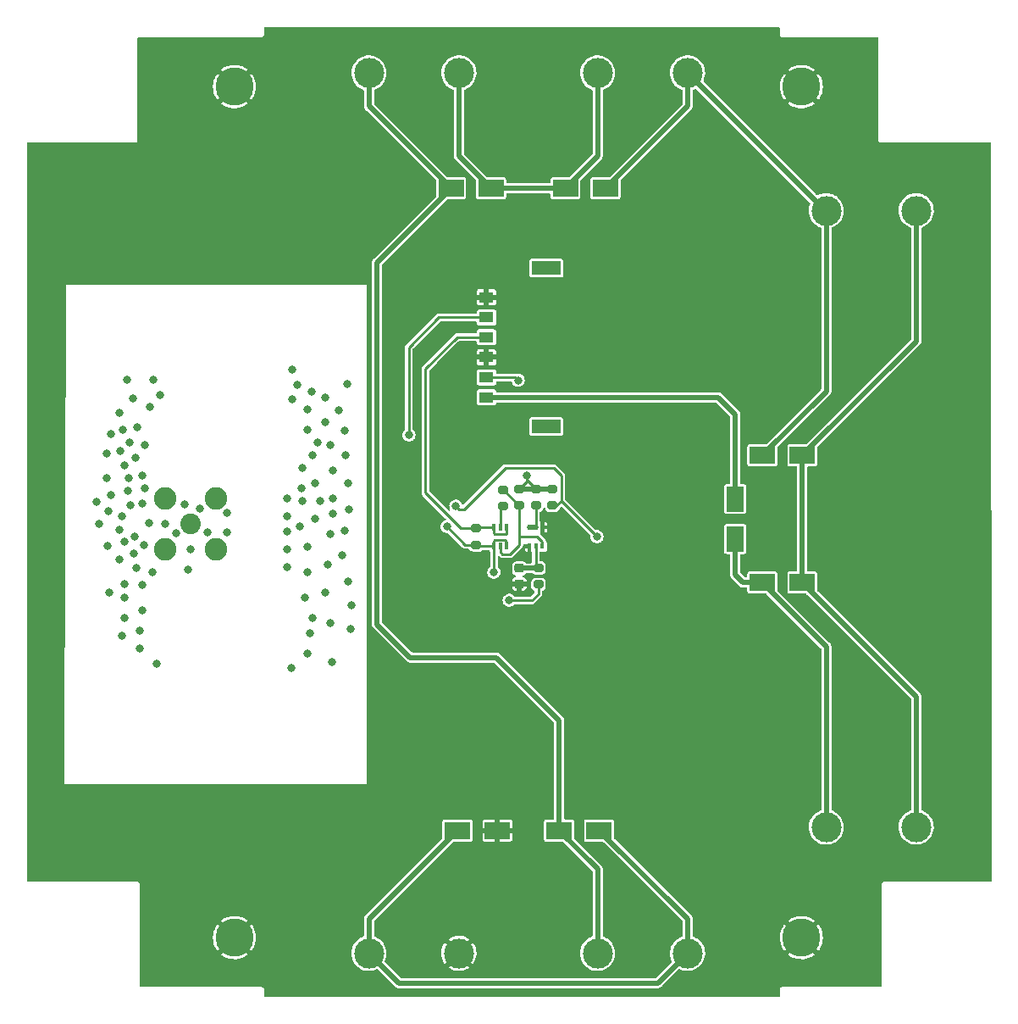
<source format=gtl>
%TF.GenerationSoftware,KiCad,Pcbnew,(6.0.5)*%
%TF.CreationDate,2022-07-09T16:09:43-07:00*%
%TF.ProjectId,solar-panel-side-Z-minus,736f6c61-722d-4706-916e-656c2d736964,rev?*%
%TF.SameCoordinates,Original*%
%TF.FileFunction,Copper,L1,Top*%
%TF.FilePolarity,Positive*%
%FSLAX46Y46*%
G04 Gerber Fmt 4.6, Leading zero omitted, Abs format (unit mm)*
G04 Created by KiCad (PCBNEW (6.0.5)) date 2022-07-09 16:09:43*
%MOMM*%
%LPD*%
G01*
G04 APERTURE LIST*
G04 Aperture macros list*
%AMRoundRect*
0 Rectangle with rounded corners*
0 $1 Rounding radius*
0 $2 $3 $4 $5 $6 $7 $8 $9 X,Y pos of 4 corners*
0 Add a 4 corners polygon primitive as box body*
4,1,4,$2,$3,$4,$5,$6,$7,$8,$9,$2,$3,0*
0 Add four circle primitives for the rounded corners*
1,1,$1+$1,$2,$3*
1,1,$1+$1,$4,$5*
1,1,$1+$1,$6,$7*
1,1,$1+$1,$8,$9*
0 Add four rect primitives between the rounded corners*
20,1,$1+$1,$2,$3,$4,$5,0*
20,1,$1+$1,$4,$5,$6,$7,0*
20,1,$1+$1,$6,$7,$8,$9,0*
20,1,$1+$1,$8,$9,$2,$3,0*%
G04 Aperture macros list end*
%TA.AperFunction,SMDPad,CuDef*%
%ADD10R,1.450000X1.100000*%
%TD*%
%TA.AperFunction,SMDPad,CuDef*%
%ADD11R,2.900000X1.350000*%
%TD*%
%TA.AperFunction,SMDPad,CuDef*%
%ADD12R,2.500000X1.700000*%
%TD*%
%TA.AperFunction,SMDPad,CuDef*%
%ADD13R,1.700000X2.500000*%
%TD*%
%TA.AperFunction,ComponentPad*%
%ADD14C,2.050000*%
%TD*%
%TA.AperFunction,ComponentPad*%
%ADD15C,2.250000*%
%TD*%
%TA.AperFunction,ComponentPad*%
%ADD16C,2.600000*%
%TD*%
%TA.AperFunction,ConnectorPad*%
%ADD17C,3.800000*%
%TD*%
%TA.AperFunction,SMDPad,CuDef*%
%ADD18RoundRect,0.200000X0.275000X-0.200000X0.275000X0.200000X-0.275000X0.200000X-0.275000X-0.200000X0*%
%TD*%
%TA.AperFunction,SMDPad,CuDef*%
%ADD19RoundRect,0.200000X-0.275000X0.200000X-0.275000X-0.200000X0.275000X-0.200000X0.275000X0.200000X0*%
%TD*%
%TA.AperFunction,SMDPad,CuDef*%
%ADD20R,0.400000X0.600000*%
%TD*%
%TA.AperFunction,SMDPad,CuDef*%
%ADD21RoundRect,0.225000X-0.250000X0.225000X-0.250000X-0.225000X0.250000X-0.225000X0.250000X0.225000X0*%
%TD*%
%TA.AperFunction,SMDPad,CuDef*%
%ADD22R,0.400000X0.650000*%
%TD*%
%TA.AperFunction,ComponentPad*%
%ADD23C,3.000000*%
%TD*%
%TA.AperFunction,ViaPad*%
%ADD24C,0.800000*%
%TD*%
%TA.AperFunction,Conductor*%
%ADD25C,0.500000*%
%TD*%
%TA.AperFunction,Conductor*%
%ADD26C,0.250000*%
%TD*%
G04 APERTURE END LIST*
D10*
X145675000Y-83105000D03*
X145675000Y-81105000D03*
X145675000Y-79105000D03*
X145675000Y-77105000D03*
X145675000Y-75105000D03*
X145675000Y-73105000D03*
D11*
X151650000Y-86000000D03*
X151650000Y-70210000D03*
D12*
X173260000Y-101600000D03*
X177260000Y-101600000D03*
X157575000Y-62230000D03*
X153575000Y-62230000D03*
D13*
X170561000Y-93250000D03*
X170561000Y-97250000D03*
D14*
X116078000Y-95758000D03*
D15*
X118618000Y-98298000D03*
X113538000Y-93218000D03*
X118618000Y-93218000D03*
X113538000Y-98298000D03*
D12*
X142780000Y-126365000D03*
X146780000Y-126365000D03*
X177260000Y-88900000D03*
X173260000Y-88900000D03*
X152940000Y-126365000D03*
X156940000Y-126365000D03*
X146145000Y-62230000D03*
X142145000Y-62230000D03*
D16*
X120490000Y-137070000D03*
D17*
X120490000Y-137070000D03*
D16*
X177164000Y-52070000D03*
D17*
X177164000Y-52070000D03*
D16*
X177164000Y-137070000D03*
D17*
X177164000Y-137070000D03*
X120490000Y-52070000D03*
D16*
X120490000Y-52070000D03*
D18*
X150876000Y-101790000D03*
X150876000Y-100140000D03*
D19*
X152273000Y-92266000D03*
X152273000Y-93916000D03*
D18*
X147320000Y-93979000D03*
X147320000Y-92329000D03*
D20*
X151272000Y-96078000D03*
X150622000Y-96078000D03*
X149972000Y-96078000D03*
X149972000Y-97978000D03*
X150622000Y-97978000D03*
X151272000Y-97978000D03*
D18*
X144653000Y-97853000D03*
X144653000Y-96203000D03*
D19*
X148971000Y-92266000D03*
X148971000Y-93916000D03*
X150622000Y-92266000D03*
X150622000Y-93916000D03*
D21*
X148971000Y-100190000D03*
X148971000Y-101740000D03*
D22*
X147716000Y-96078000D03*
X147066000Y-96078000D03*
X146416000Y-96078000D03*
X146416000Y-97978000D03*
X147066000Y-97978000D03*
X147716000Y-97978000D03*
D23*
X133930000Y-138630000D03*
X142930000Y-138630000D03*
X188650000Y-64470000D03*
X179650000Y-64470000D03*
X142930000Y-50700000D03*
X133930000Y-50700000D03*
X156790000Y-138630000D03*
X165790000Y-138630000D03*
X165790000Y-50700000D03*
X156790000Y-50700000D03*
X179650000Y-126030000D03*
X188650000Y-126030000D03*
D24*
X129032000Y-93421200D03*
X109474000Y-97536000D03*
X119735600Y-94640400D03*
X127254000Y-93472000D03*
X112725200Y-109728000D03*
X161036000Y-89662000D03*
X112268000Y-100584000D03*
X130302000Y-94742000D03*
X128270000Y-88900000D03*
X110337600Y-83210400D03*
X110540800Y-96977200D03*
X111506000Y-92202000D03*
X109474000Y-89916000D03*
X130911600Y-84378800D03*
X108153200Y-86766400D03*
X130048000Y-105664000D03*
X131622800Y-88900000D03*
X127000000Y-96012000D03*
X110998000Y-108204000D03*
X147955000Y-79375000D03*
X141605000Y-135890000D03*
X109321600Y-86360000D03*
X131470400Y-86461600D03*
X110744000Y-86106000D03*
X128524000Y-95250000D03*
X146685000Y-139065000D03*
X163068000Y-94488000D03*
X149225000Y-78105000D03*
X111252000Y-93726000D03*
X149225000Y-73025000D03*
X144780000Y-71501000D03*
X125730000Y-94996000D03*
X149225000Y-71755000D03*
X132181600Y-103835200D03*
X149225000Y-128270000D03*
X128219200Y-82550000D03*
X131826000Y-101498400D03*
X126746000Y-81838800D03*
X130302000Y-90424000D03*
X127508000Y-103124000D03*
X144145000Y-78105000D03*
X149225000Y-126365000D03*
X125730000Y-93218000D03*
X108966000Y-96316800D03*
X109474000Y-105156000D03*
X139065000Y-137160000D03*
X128778000Y-87579200D03*
X110998000Y-106426000D03*
X106934000Y-95758000D03*
X110642400Y-100126800D03*
X107696000Y-91186000D03*
X147955000Y-78105000D03*
X112014000Y-84074000D03*
X106730800Y-93522800D03*
X147955000Y-71755000D03*
X156591000Y-93853000D03*
X139065000Y-139065000D03*
X154432000Y-97917000D03*
X132080000Y-106273600D03*
X131267200Y-98907600D03*
X130048000Y-87884000D03*
X127762000Y-98044000D03*
X130048000Y-96774000D03*
X147320000Y-123825000D03*
X131775200Y-81788000D03*
X117805200Y-96570800D03*
X149225000Y-124460000D03*
X109982000Y-87630000D03*
X111252000Y-101854000D03*
X131876800Y-91643200D03*
X147955000Y-128905000D03*
X107746800Y-88696800D03*
X127762000Y-86360000D03*
X146304000Y-71501000D03*
X125730000Y-96520000D03*
X128524000Y-91694000D03*
X111506000Y-87884000D03*
X127762000Y-84328000D03*
X109829600Y-92456000D03*
X126238000Y-83312000D03*
X107797600Y-97942400D03*
X131927600Y-94284800D03*
X128016000Y-106680000D03*
X109016800Y-84632800D03*
X111404400Y-97840800D03*
X107848400Y-94437200D03*
X130302000Y-93218000D03*
X113030000Y-82854800D03*
X109778800Y-81330800D03*
X115519200Y-93827600D03*
X146050000Y-123825000D03*
X109220000Y-106934000D03*
X113538000Y-95758000D03*
X107950000Y-102616000D03*
X143764000Y-100457000D03*
X109880400Y-91186000D03*
X129540000Y-85598000D03*
X116078000Y-98298000D03*
X128270000Y-105156000D03*
X127762000Y-100584000D03*
X108102400Y-92862400D03*
X108966000Y-99314000D03*
X125730000Y-98298000D03*
X155194000Y-102235000D03*
X163195000Y-97790000D03*
X151955500Y-98996500D03*
X127254000Y-90170000D03*
X110109000Y-93853000D03*
X144780000Y-135890000D03*
X109220000Y-94996000D03*
X112369600Y-81330800D03*
X146685000Y-137160000D03*
X147955000Y-73025000D03*
X127762000Y-108712000D03*
X115824000Y-100330000D03*
X129540000Y-102616000D03*
X111252000Y-90932000D03*
X143256000Y-71501000D03*
X129540000Y-83159600D03*
X114655600Y-96672400D03*
X109067600Y-88493600D03*
X112268000Y-100584000D03*
X126187200Y-110134400D03*
X131470400Y-96418400D03*
X129794000Y-99822000D03*
X110591600Y-89154000D03*
X119735600Y-96570800D03*
X127152400Y-92202000D03*
X111252000Y-104394000D03*
X149225000Y-79375000D03*
X130251200Y-109524800D03*
X125730000Y-100076000D03*
X126238000Y-80365600D03*
X111912400Y-95656400D03*
X109474000Y-101752400D03*
X116992400Y-94183200D03*
X145288000Y-90551000D03*
X110388400Y-98704400D03*
X109474000Y-103124000D03*
X146685000Y-128905000D03*
X149733000Y-90932000D03*
X148844000Y-81407000D03*
X137922000Y-86868000D03*
X146416000Y-100569000D03*
X147955000Y-103378000D03*
X142621000Y-93980000D03*
X141732000Y-96012000D03*
X156718000Y-97028000D03*
D25*
X171323000Y-101600000D02*
X170561000Y-100838000D01*
X173260000Y-101600000D02*
X171323000Y-101600000D01*
X170561000Y-100838000D02*
X170561000Y-97250000D01*
X179650000Y-107990000D02*
X173260000Y-101600000D01*
X179650000Y-126030000D02*
X179650000Y-107990000D01*
X188650000Y-64470000D02*
X188650000Y-77510000D01*
X188650000Y-126030000D02*
X188650000Y-112990000D01*
X188650000Y-77510000D02*
X177260000Y-88900000D01*
X177260000Y-88900000D02*
X177260000Y-101600000D01*
X188650000Y-112990000D02*
X177260000Y-101600000D01*
X179650000Y-64470000D02*
X179650000Y-82510000D01*
X165790000Y-50700000D02*
X165790000Y-54015000D01*
X165790000Y-50700000D02*
X179560000Y-64470000D01*
X179650000Y-82510000D02*
X173260000Y-88900000D01*
X165790000Y-54015000D02*
X157575000Y-62230000D01*
X179560000Y-64470000D02*
X179650000Y-64470000D01*
X156790000Y-50700000D02*
X156790000Y-59015000D01*
X142930000Y-59015000D02*
X146145000Y-62230000D01*
X146145000Y-62230000D02*
X153575000Y-62230000D01*
X156790000Y-59015000D02*
X153575000Y-62230000D01*
X142930000Y-50700000D02*
X142930000Y-59015000D01*
X152940000Y-126365000D02*
X152940000Y-115348000D01*
X156790000Y-138630000D02*
X156790000Y-130215000D01*
X133930000Y-50700000D02*
X133930000Y-54015000D01*
X134747000Y-105791000D02*
X134747000Y-69628000D01*
X138049000Y-109093000D02*
X134747000Y-105791000D01*
X156790000Y-130215000D02*
X152940000Y-126365000D01*
X134747000Y-69628000D02*
X139065000Y-65310000D01*
X152940000Y-115348000D02*
X146685000Y-109093000D01*
X133930000Y-54015000D02*
X142145000Y-62230000D01*
X139065000Y-65310000D02*
X142145000Y-62230000D01*
X146685000Y-109093000D02*
X138049000Y-109093000D01*
X165790000Y-138630000D02*
X165790000Y-135215000D01*
X133930000Y-138630000D02*
X133930000Y-135215000D01*
X165790000Y-135215000D02*
X156940000Y-126365000D01*
X133930000Y-138630000D02*
X136905000Y-141605000D01*
X162815000Y-141605000D02*
X165790000Y-138630000D01*
X133930000Y-135215000D02*
X142780000Y-126365000D01*
X136905000Y-141605000D02*
X162815000Y-141605000D01*
X168830000Y-83105000D02*
X170561000Y-84836000D01*
X170561000Y-84836000D02*
X170561000Y-93250000D01*
X145675000Y-83105000D02*
X168830000Y-83105000D01*
D26*
X149733000Y-90932000D02*
X149733000Y-91504000D01*
X149733000Y-90932000D02*
X149733000Y-91377000D01*
D25*
X148971000Y-92266000D02*
X150622000Y-92266000D01*
X150622000Y-92266000D02*
X152273000Y-92266000D01*
D26*
X149733000Y-91504000D02*
X148971000Y-92266000D01*
X149733000Y-91377000D02*
X150622000Y-92266000D01*
X148844000Y-81407000D02*
X148844000Y-81407000D01*
X148542000Y-81105000D02*
X148844000Y-81407000D01*
X145675000Y-81105000D02*
X148542000Y-81105000D01*
X145500000Y-81280000D02*
X145675000Y-81105000D01*
X146416000Y-96078000D02*
X146416000Y-96653000D01*
X146416000Y-96653000D02*
X146491001Y-96728001D01*
X146416000Y-96078000D02*
X144778000Y-96078000D01*
X144778000Y-96078000D02*
X144653000Y-96203000D01*
X147640999Y-96728001D02*
X147716000Y-96653000D01*
X146491001Y-96728001D02*
X147640999Y-96728001D01*
X147716000Y-96653000D02*
X147716000Y-96078000D01*
X143134588Y-96203000D02*
X139573000Y-92641412D01*
X139573000Y-92641412D02*
X139573000Y-80264000D01*
X139573000Y-80264000D02*
X142732000Y-77105000D01*
X144653000Y-96203000D02*
X143134588Y-96203000D01*
X142732000Y-77105000D02*
X145675000Y-77105000D01*
X140922000Y-75105000D02*
X145675000Y-75105000D01*
X137922000Y-78105000D02*
X140922000Y-75105000D01*
X137922000Y-86868000D02*
X137922000Y-78105000D01*
X150622000Y-99886000D02*
X150876000Y-100140000D01*
D25*
X150826000Y-100190000D02*
X150876000Y-100140000D01*
X148971000Y-100190000D02*
X150826000Y-100190000D01*
D26*
X150622000Y-97978000D02*
X150622000Y-99886000D01*
X147574000Y-90170000D02*
X143433800Y-94310200D01*
X152718000Y-93916000D02*
X153162000Y-93472000D01*
X146416000Y-97403000D02*
X146491001Y-97327999D01*
X147526001Y-97327999D02*
X147716000Y-97517998D01*
X143573000Y-97853000D02*
X141732000Y-96012000D01*
X144653000Y-97853000D02*
X143573000Y-97853000D01*
X146416000Y-97978000D02*
X146416000Y-100569000D01*
X153162000Y-90932000D02*
X152400000Y-90170000D01*
X146416000Y-97978000D02*
X144778000Y-97978000D01*
X147955000Y-103378000D02*
X150241000Y-103378000D01*
X150241000Y-103378000D02*
X150876000Y-102743000D01*
X150876000Y-101790000D02*
X150876000Y-101752400D01*
X146416000Y-97978000D02*
X146416000Y-97403000D01*
X146416000Y-100569000D02*
X146416000Y-100569000D01*
X142621000Y-93980000D02*
X142621000Y-93980000D01*
X144778000Y-97978000D02*
X144653000Y-97853000D01*
X150876000Y-102743000D02*
X150876000Y-101790000D01*
X142951200Y-94310200D02*
X142621000Y-93980000D01*
X146491001Y-97327999D02*
X147526001Y-97327999D01*
X152273000Y-93916000D02*
X152718000Y-93916000D01*
X152400000Y-90170000D02*
X147574000Y-90170000D01*
X143433800Y-94310200D02*
X142951200Y-94310200D01*
X153162000Y-93472000D02*
X153162000Y-90932000D01*
X147716000Y-97517998D02*
X147716000Y-97978000D01*
X141732000Y-96012000D02*
X141732000Y-96012000D01*
X156718000Y-97028000D02*
X156718000Y-97028000D01*
X153162000Y-93472000D02*
X156718000Y-97028000D01*
X147320000Y-93979000D02*
X147066000Y-94233000D01*
X147066000Y-94233000D02*
X147066000Y-96078000D01*
X147066000Y-97978000D02*
X147066000Y-98553000D01*
X148971000Y-97833002D02*
X148971000Y-97002600D01*
X147320000Y-92329000D02*
X147384000Y-92329000D01*
X148971000Y-97002600D02*
X148971000Y-93916000D01*
X148971000Y-97002600D02*
X150731602Y-97002600D01*
X147293600Y-98780600D02*
X148023402Y-98780600D01*
X147384000Y-92329000D02*
X148971000Y-93916000D01*
X151272000Y-97542998D02*
X151272000Y-97978000D01*
X147066000Y-98553000D02*
X147293600Y-98780600D01*
X148023402Y-98780600D02*
X148971000Y-97833002D01*
X150731602Y-97002600D02*
X151272000Y-97542998D01*
X150622000Y-93916000D02*
X150622000Y-96078000D01*
D25*
X149972000Y-96078000D02*
X150622000Y-96078000D01*
%TA.AperFunction,Conductor*%
G36*
X174964031Y-46143713D02*
G01*
X175000576Y-46194013D01*
X175005500Y-46225100D01*
X175005500Y-46834690D01*
X175003530Y-46854500D01*
X175000514Y-46869516D01*
X175002429Y-46879238D01*
X175002429Y-46879240D01*
X175005489Y-46894773D01*
X175005500Y-46894847D01*
X175005500Y-46895067D01*
X175010323Y-46919314D01*
X175020081Y-46968853D01*
X175020218Y-46969059D01*
X175020266Y-46969301D01*
X175025706Y-46977442D01*
X175048317Y-47011282D01*
X175048290Y-47011300D01*
X175048418Y-47011434D01*
X175076174Y-47053141D01*
X175076378Y-47053278D01*
X175076516Y-47053484D01*
X175084650Y-47058919D01*
X175118232Y-47081358D01*
X175118546Y-47081568D01*
X175160252Y-47109548D01*
X175160493Y-47109596D01*
X175160699Y-47109734D01*
X175170445Y-47111673D01*
X175170446Y-47111673D01*
X175209940Y-47119529D01*
X175210056Y-47119552D01*
X175234458Y-47124453D01*
X175234684Y-47124453D01*
X175234744Y-47124462D01*
X175260000Y-47129486D01*
X175269718Y-47127553D01*
X175269721Y-47127553D01*
X175275020Y-47126499D01*
X175294832Y-47124566D01*
X184760288Y-47142238D01*
X184819383Y-47161561D01*
X184855834Y-47211930D01*
X184860700Y-47242838D01*
X184860700Y-57369025D01*
X184858767Y-57388650D01*
X184857647Y-57394281D01*
X184855714Y-57404000D01*
X184860700Y-57429067D01*
X184875466Y-57503301D01*
X184931716Y-57587484D01*
X185015899Y-57643734D01*
X185115200Y-57663486D01*
X185124918Y-57661553D01*
X185124919Y-57661553D01*
X185130550Y-57660433D01*
X185150175Y-57658500D01*
X196034333Y-57658500D01*
X196093464Y-57677713D01*
X196130009Y-57728013D01*
X196134933Y-57759034D01*
X196182656Y-130465641D01*
X196183267Y-131397234D01*
X196164093Y-131456378D01*
X196113817Y-131492956D01*
X196082667Y-131497900D01*
X185454975Y-131497900D01*
X185435350Y-131495967D01*
X185429719Y-131494847D01*
X185429718Y-131494847D01*
X185420000Y-131492914D01*
X185394933Y-131497900D01*
X185320699Y-131512666D01*
X185236516Y-131568916D01*
X185180266Y-131653099D01*
X185160514Y-131752400D01*
X185162447Y-131762118D01*
X185162447Y-131762119D01*
X185163567Y-131767750D01*
X185165500Y-131787375D01*
X185165500Y-141912900D01*
X185146287Y-141972031D01*
X185095987Y-142008576D01*
X185064900Y-142013500D01*
X175294975Y-142013500D01*
X175275350Y-142011567D01*
X175269719Y-142010447D01*
X175269718Y-142010447D01*
X175260000Y-142008514D01*
X175234933Y-142013500D01*
X175160699Y-142028266D01*
X175076516Y-142084516D01*
X175071012Y-142092753D01*
X175069366Y-142095217D01*
X175020266Y-142168699D01*
X175000514Y-142268000D01*
X175002447Y-142277718D01*
X175002447Y-142277719D01*
X175003567Y-142283350D01*
X175005500Y-142302975D01*
X175005500Y-142912900D01*
X174986287Y-142972031D01*
X174935987Y-143008576D01*
X174904900Y-143013500D01*
X123545100Y-143013500D01*
X123485969Y-142994287D01*
X123449424Y-142943987D01*
X123444500Y-142912900D01*
X123444500Y-142303384D01*
X123446478Y-142283534D01*
X123447530Y-142278305D01*
X123449486Y-142268589D01*
X123444510Y-142243274D01*
X123444500Y-142243205D01*
X123444500Y-142242933D01*
X123439702Y-142218814D01*
X123439714Y-142218812D01*
X123439662Y-142218610D01*
X123429959Y-142169243D01*
X123429792Y-142168992D01*
X123429734Y-142168699D01*
X123424230Y-142160461D01*
X123401942Y-142127106D01*
X123401815Y-142126916D01*
X123379327Y-142093095D01*
X123373900Y-142084933D01*
X123373651Y-142084766D01*
X123373484Y-142084516D01*
X123331580Y-142056516D01*
X123289845Y-142028492D01*
X123289551Y-142028433D01*
X123289301Y-142028266D01*
X123239854Y-142018431D01*
X123239696Y-142018399D01*
X123216410Y-142013712D01*
X123216407Y-142013711D01*
X123215644Y-142013558D01*
X123215372Y-142013557D01*
X123215306Y-142013547D01*
X123190000Y-142008514D01*
X123180283Y-142010447D01*
X123180280Y-142010447D01*
X123175046Y-142011488D01*
X123155193Y-142013421D01*
X117762928Y-142001190D01*
X111098871Y-141986074D01*
X111039784Y-141966727D01*
X111003353Y-141916344D01*
X110998500Y-141885474D01*
X110998500Y-138763572D01*
X119161562Y-138763572D01*
X119162024Y-138766489D01*
X119164254Y-138769287D01*
X119218323Y-138814496D01*
X119223858Y-138818517D01*
X119466842Y-138970941D01*
X119472870Y-138974173D01*
X119734305Y-139092216D01*
X119740701Y-139094595D01*
X120015727Y-139176060D01*
X120022421Y-139177556D01*
X120305943Y-139220942D01*
X120312764Y-139221515D01*
X120599571Y-139226020D01*
X120606401Y-139225662D01*
X120891163Y-139191202D01*
X120897872Y-139189923D01*
X121175332Y-139117132D01*
X121181808Y-139114952D01*
X121446813Y-139005184D01*
X121452941Y-139002142D01*
X121700595Y-138857425D01*
X121706255Y-138853579D01*
X121810366Y-138771945D01*
X121817925Y-138760695D01*
X121817848Y-138758590D01*
X121815146Y-138754356D01*
X121644734Y-138583944D01*
X132171183Y-138583944D01*
X132171362Y-138587674D01*
X132171362Y-138587679D01*
X132179811Y-138763572D01*
X132183694Y-138844419D01*
X132234569Y-139100185D01*
X132235831Y-139103700D01*
X132282970Y-139234991D01*
X132322690Y-139345621D01*
X132446120Y-139575336D01*
X132448350Y-139578322D01*
X132448353Y-139578327D01*
X132532980Y-139691655D01*
X132602149Y-139784283D01*
X132787348Y-139967873D01*
X132884239Y-140038917D01*
X132994641Y-140119868D01*
X132994646Y-140119871D01*
X132997649Y-140122073D01*
X133000947Y-140123808D01*
X133225127Y-140241755D01*
X133225131Y-140241757D01*
X133228433Y-140243494D01*
X133231960Y-140244726D01*
X133231963Y-140244727D01*
X133469712Y-140327752D01*
X133474629Y-140329469D01*
X133730828Y-140378110D01*
X133734557Y-140378256D01*
X133734561Y-140378257D01*
X133900618Y-140384781D01*
X133991403Y-140388348D01*
X134084885Y-140378110D01*
X134246916Y-140360365D01*
X134246921Y-140360364D01*
X134250629Y-140359958D01*
X134372956Y-140327752D01*
X134499204Y-140294514D01*
X134499208Y-140294512D01*
X134502811Y-140293564D01*
X134506240Y-140292091D01*
X134506248Y-140292088D01*
X134704074Y-140207096D01*
X134765987Y-140201407D01*
X134814920Y-140228391D01*
X136500332Y-141913803D01*
X136508355Y-141923845D01*
X136508384Y-141923820D01*
X136513028Y-141929276D01*
X136516853Y-141935339D01*
X136522226Y-141940084D01*
X136557441Y-141971185D01*
X136561982Y-141975453D01*
X136573880Y-141987351D01*
X136582981Y-141994172D01*
X136589211Y-141999244D01*
X136625170Y-142031001D01*
X136634451Y-142035358D01*
X136652033Y-142045923D01*
X136660235Y-142052070D01*
X136705153Y-142068909D01*
X136712570Y-142072035D01*
X136749493Y-142089371D01*
X136749497Y-142089372D01*
X136755982Y-142092417D01*
X136765523Y-142093902D01*
X136766111Y-142093994D01*
X136785952Y-142099199D01*
X136795552Y-142102798D01*
X136843367Y-142106352D01*
X136851369Y-142107270D01*
X136865697Y-142109500D01*
X136882016Y-142109500D01*
X136889471Y-142109777D01*
X136932517Y-142112976D01*
X136932519Y-142112976D01*
X136939666Y-142113507D01*
X136948052Y-142111717D01*
X136969053Y-142109500D01*
X162747215Y-142109500D01*
X162759989Y-142110927D01*
X162759992Y-142110889D01*
X162767130Y-142111463D01*
X162774124Y-142113046D01*
X162828172Y-142109693D01*
X162834401Y-142109500D01*
X162851226Y-142109500D01*
X162854764Y-142108993D01*
X162854781Y-142108992D01*
X162862475Y-142107890D01*
X162870504Y-142107067D01*
X162911204Y-142104542D01*
X162911205Y-142104542D01*
X162918359Y-142104098D01*
X162928010Y-142100614D01*
X162947901Y-142095655D01*
X162950962Y-142095217D01*
X162950965Y-142095216D01*
X162958052Y-142094201D01*
X162964572Y-142091237D01*
X162964574Y-142091236D01*
X163001701Y-142074356D01*
X163009178Y-142071312D01*
X163027754Y-142064606D01*
X163054284Y-142055028D01*
X163062564Y-142048979D01*
X163080267Y-142038634D01*
X163083080Y-142037355D01*
X163083082Y-142037354D01*
X163089605Y-142034388D01*
X163125939Y-142003080D01*
X163132247Y-141998072D01*
X163140810Y-141991817D01*
X163140814Y-141991813D01*
X163143944Y-141989527D01*
X163155477Y-141977994D01*
X163160944Y-141972918D01*
X163193655Y-141944733D01*
X163193658Y-141944730D01*
X163199082Y-141940056D01*
X163202981Y-141934041D01*
X163203748Y-141932858D01*
X163217030Y-141916441D01*
X164905996Y-140227475D01*
X164961394Y-140199249D01*
X165023971Y-140209580D01*
X165085121Y-140241752D01*
X165085127Y-140241755D01*
X165088433Y-140243494D01*
X165091960Y-140244726D01*
X165091963Y-140244727D01*
X165329712Y-140327752D01*
X165334629Y-140329469D01*
X165590828Y-140378110D01*
X165594557Y-140378256D01*
X165594561Y-140378257D01*
X165760618Y-140384781D01*
X165851403Y-140388348D01*
X165944885Y-140378110D01*
X166106916Y-140360365D01*
X166106921Y-140360364D01*
X166110629Y-140359958D01*
X166232956Y-140327752D01*
X166359204Y-140294514D01*
X166359208Y-140294512D01*
X166362811Y-140293564D01*
X166602410Y-140190625D01*
X166824161Y-140053401D01*
X166835425Y-140043866D01*
X167020339Y-139887324D01*
X167023194Y-139884907D01*
X167109138Y-139786906D01*
X167192671Y-139691655D01*
X167192673Y-139691653D01*
X167195135Y-139688845D01*
X167197153Y-139685707D01*
X167197158Y-139685701D01*
X167334183Y-139472672D01*
X167334186Y-139472667D01*
X167336208Y-139469523D01*
X167337743Y-139466116D01*
X167337746Y-139466110D01*
X167441780Y-139235163D01*
X167441781Y-139235160D01*
X167443314Y-139231757D01*
X167508072Y-139002142D01*
X167513086Y-138984365D01*
X167513087Y-138984361D01*
X167514099Y-138980772D01*
X167514570Y-138977071D01*
X167541731Y-138763572D01*
X175835562Y-138763572D01*
X175836024Y-138766489D01*
X175838254Y-138769287D01*
X175892323Y-138814496D01*
X175897858Y-138818517D01*
X176140842Y-138970941D01*
X176146870Y-138974173D01*
X176408305Y-139092216D01*
X176414701Y-139094595D01*
X176689727Y-139176060D01*
X176696421Y-139177556D01*
X176979943Y-139220942D01*
X176986764Y-139221515D01*
X177273571Y-139226020D01*
X177280401Y-139225662D01*
X177565163Y-139191202D01*
X177571872Y-139189923D01*
X177849332Y-139117132D01*
X177855808Y-139114952D01*
X178120813Y-139005184D01*
X178126941Y-139002142D01*
X178374595Y-138857425D01*
X178380255Y-138853579D01*
X178484366Y-138771945D01*
X178491925Y-138760695D01*
X178491848Y-138758590D01*
X178489146Y-138754356D01*
X177175268Y-137440478D01*
X177163189Y-137434323D01*
X177158077Y-137435133D01*
X175841717Y-138751493D01*
X175835562Y-138763572D01*
X167541731Y-138763572D01*
X167546691Y-138724582D01*
X167546691Y-138724579D01*
X167547009Y-138722081D01*
X167549420Y-138630000D01*
X167530094Y-138369941D01*
X167520668Y-138328280D01*
X167473367Y-138119240D01*
X167473366Y-138119237D01*
X167472542Y-138115595D01*
X167471192Y-138112122D01*
X167471189Y-138112114D01*
X167379381Y-137876032D01*
X167378027Y-137872550D01*
X167248625Y-137646145D01*
X167087180Y-137441353D01*
X167051517Y-137407804D01*
X166899957Y-137265231D01*
X166897239Y-137262674D01*
X166894182Y-137260554D01*
X166894178Y-137260550D01*
X166780977Y-137182020D01*
X166682973Y-137114032D01*
X166554789Y-137050819D01*
X175005283Y-137050819D01*
X175021795Y-137337176D01*
X175022652Y-137343962D01*
X175077874Y-137625433D01*
X175079646Y-137632046D01*
X175172558Y-137903420D01*
X175175204Y-137909715D01*
X175304092Y-138165979D01*
X175307570Y-138171860D01*
X175459587Y-138393046D01*
X175470340Y-138401297D01*
X175470743Y-138401308D01*
X175477505Y-138397285D01*
X176793522Y-137081268D01*
X176798850Y-137070811D01*
X177528323Y-137070811D01*
X177529133Y-137075923D01*
X178845714Y-138392504D01*
X178857793Y-138398659D01*
X178859034Y-138398462D01*
X178863951Y-138394285D01*
X178984907Y-138229624D01*
X178988564Y-138223862D01*
X179125434Y-137971779D01*
X179128283Y-137965556D01*
X179229672Y-137697238D01*
X179231650Y-137690685D01*
X179295689Y-137411080D01*
X179296756Y-137404342D01*
X179322383Y-137117182D01*
X179322580Y-137113232D01*
X179323012Y-137071974D01*
X179322899Y-137068036D01*
X179303289Y-136780396D01*
X179302364Y-136773640D01*
X179244196Y-136492752D01*
X179242355Y-136486161D01*
X179146604Y-136215767D01*
X179143894Y-136209506D01*
X179012333Y-135954610D01*
X179008788Y-135948757D01*
X178867576Y-135747832D01*
X178856738Y-135739694D01*
X178856049Y-135739684D01*
X178849711Y-135743499D01*
X177534478Y-137058732D01*
X177528323Y-137070811D01*
X176798850Y-137070811D01*
X176799677Y-137069189D01*
X176798867Y-137064077D01*
X175481656Y-135746866D01*
X175469577Y-135740711D01*
X175468618Y-135740863D01*
X175463362Y-135745376D01*
X175331050Y-135929507D01*
X175327453Y-135935308D01*
X175193224Y-136188823D01*
X175190450Y-136195052D01*
X175091870Y-136464435D01*
X175089965Y-136470991D01*
X175028857Y-136751258D01*
X175027859Y-136758015D01*
X175005354Y-137043970D01*
X175005283Y-137050819D01*
X166554789Y-137050819D01*
X166449090Y-136998694D01*
X166445538Y-136997557D01*
X166445533Y-136997555D01*
X166391371Y-136980218D01*
X166364430Y-136971595D01*
X166313972Y-136935270D01*
X166294500Y-136875784D01*
X166294500Y-135379205D01*
X175836041Y-135379205D01*
X175836154Y-135381591D01*
X175838619Y-135385409D01*
X177152732Y-136699522D01*
X177164811Y-136705677D01*
X177169923Y-136704867D01*
X178485900Y-135388890D01*
X178492055Y-135376811D01*
X178491637Y-135374173D01*
X178489087Y-135371008D01*
X178417338Y-135312282D01*
X178411769Y-135308324D01*
X178167190Y-135158446D01*
X178161137Y-135155281D01*
X177898479Y-135039982D01*
X177892051Y-135037668D01*
X177616188Y-134959087D01*
X177609491Y-134957663D01*
X177325511Y-134917247D01*
X177318709Y-134916747D01*
X177031853Y-134915245D01*
X177025037Y-134915674D01*
X176740650Y-134953115D01*
X176733944Y-134954467D01*
X176457274Y-135030155D01*
X176450813Y-135032405D01*
X176186973Y-135144943D01*
X176180876Y-135148050D01*
X175934751Y-135295353D01*
X175929137Y-135299254D01*
X175843484Y-135367875D01*
X175836041Y-135379205D01*
X166294500Y-135379205D01*
X166294500Y-135282785D01*
X166295927Y-135270011D01*
X166295889Y-135270008D01*
X166296463Y-135262870D01*
X166298046Y-135255876D01*
X166294693Y-135201828D01*
X166294500Y-135195599D01*
X166294500Y-135178774D01*
X166293993Y-135175236D01*
X166293992Y-135175219D01*
X166292890Y-135167525D01*
X166292067Y-135159496D01*
X166289542Y-135118796D01*
X166289542Y-135118795D01*
X166289098Y-135111641D01*
X166285614Y-135101990D01*
X166280655Y-135082099D01*
X166280217Y-135079041D01*
X166280217Y-135079040D01*
X166279201Y-135071948D01*
X166259343Y-135028273D01*
X166256316Y-135020835D01*
X166240027Y-134975716D01*
X166233978Y-134967436D01*
X166223634Y-134949735D01*
X166219388Y-134940395D01*
X166188085Y-134904066D01*
X166183073Y-134897754D01*
X166176823Y-134889198D01*
X166176818Y-134889192D01*
X166174527Y-134886056D01*
X166162994Y-134874523D01*
X166157918Y-134869056D01*
X166129733Y-134836345D01*
X166129730Y-134836342D01*
X166125056Y-134830918D01*
X166119041Y-134827019D01*
X166117858Y-134826252D01*
X166101441Y-134812970D01*
X158473965Y-127185494D01*
X158445739Y-127130096D01*
X158444500Y-127114359D01*
X158444499Y-125494872D01*
X158444499Y-125489934D01*
X158431706Y-125425614D01*
X158431667Y-125425416D01*
X158431666Y-125425414D01*
X158429734Y-125415699D01*
X158424230Y-125407461D01*
X158378988Y-125339753D01*
X158373484Y-125331516D01*
X158289301Y-125275266D01*
X158232884Y-125264044D01*
X158219919Y-125261465D01*
X158219918Y-125261465D01*
X158215067Y-125260500D01*
X158210120Y-125260500D01*
X156938840Y-125260501D01*
X155664934Y-125260501D01*
X155629452Y-125267558D01*
X155600416Y-125273333D01*
X155600414Y-125273334D01*
X155590699Y-125275266D01*
X155506516Y-125331516D01*
X155450266Y-125415699D01*
X155435500Y-125489933D01*
X155435501Y-127240066D01*
X155442558Y-127275548D01*
X155448295Y-127304389D01*
X155450266Y-127314301D01*
X155455769Y-127322536D01*
X155455769Y-127322537D01*
X155484307Y-127365247D01*
X155506516Y-127398484D01*
X155590699Y-127454734D01*
X155639239Y-127464389D01*
X155660081Y-127468535D01*
X155660082Y-127468535D01*
X155664933Y-127469500D01*
X155841739Y-127469500D01*
X157289358Y-127469499D01*
X157348489Y-127488712D01*
X157360493Y-127498964D01*
X165256035Y-135394506D01*
X165284261Y-135449904D01*
X165285500Y-135465641D01*
X165285500Y-136873990D01*
X165266287Y-136933121D01*
X165213050Y-136970571D01*
X165173838Y-136982000D01*
X165170450Y-136983562D01*
X165170447Y-136983563D01*
X165039415Y-137043970D01*
X164937016Y-137091177D01*
X164933895Y-137093223D01*
X164933890Y-137093226D01*
X164778459Y-137195131D01*
X164718933Y-137234158D01*
X164524379Y-137407804D01*
X164521987Y-137410680D01*
X164360016Y-137605429D01*
X164360011Y-137605436D01*
X164357629Y-137608300D01*
X164355692Y-137611492D01*
X164336443Y-137643214D01*
X164222345Y-137831240D01*
X164121500Y-138071728D01*
X164097564Y-138165979D01*
X164072450Y-138264867D01*
X164057310Y-138324480D01*
X164056936Y-138328191D01*
X164056936Y-138328193D01*
X164050406Y-138393046D01*
X164031183Y-138583944D01*
X164031362Y-138587674D01*
X164031362Y-138587679D01*
X164039811Y-138763572D01*
X164043694Y-138844419D01*
X164094569Y-139100185D01*
X164095831Y-139103700D01*
X164142970Y-139234991D01*
X164182690Y-139345621D01*
X164184456Y-139348907D01*
X164184459Y-139348914D01*
X164209585Y-139395677D01*
X164220648Y-139456859D01*
X164192102Y-139514427D01*
X162635494Y-141071035D01*
X162580096Y-141099261D01*
X162564359Y-141100500D01*
X137155641Y-141100500D01*
X137096510Y-141081287D01*
X137084506Y-141071035D01*
X136051172Y-140037701D01*
X141887434Y-140037701D01*
X141887627Y-140038917D01*
X141891835Y-140043866D01*
X141994907Y-140119442D01*
X142001213Y-140123382D01*
X142225327Y-140241294D01*
X142232163Y-140244266D01*
X142471231Y-140327752D01*
X142478425Y-140329680D01*
X142727220Y-140376915D01*
X142734618Y-140377758D01*
X142987648Y-140387700D01*
X142995100Y-140387440D01*
X143246824Y-140359872D01*
X143254148Y-140358514D01*
X143499037Y-140294041D01*
X143506083Y-140291614D01*
X143738749Y-140191652D01*
X143745346Y-140188219D01*
X143960695Y-140054957D01*
X143966715Y-140050583D01*
X143967908Y-140049573D01*
X143975039Y-140038049D01*
X143974808Y-140034938D01*
X143972984Y-140032195D01*
X142941268Y-139000478D01*
X142929189Y-138994323D01*
X142924077Y-138995133D01*
X141893589Y-140025622D01*
X141887434Y-140037701D01*
X136051172Y-140037701D01*
X135527434Y-139513963D01*
X135499208Y-139458565D01*
X135506846Y-139401510D01*
X135581780Y-139235163D01*
X135581781Y-139235160D01*
X135583314Y-139231757D01*
X135648072Y-139002142D01*
X135653086Y-138984365D01*
X135653087Y-138984361D01*
X135654099Y-138980772D01*
X135654570Y-138977071D01*
X135686691Y-138724582D01*
X135686691Y-138724579D01*
X135687009Y-138722081D01*
X135689420Y-138630000D01*
X135686276Y-138587692D01*
X141171864Y-138587692D01*
X141184014Y-138840632D01*
X141184921Y-138848016D01*
X141234323Y-139096380D01*
X141236318Y-139103574D01*
X141321885Y-139341897D01*
X141324915Y-139348705D01*
X141444778Y-139571779D01*
X141448777Y-139578057D01*
X141513610Y-139664878D01*
X141524680Y-139672701D01*
X141526149Y-139672682D01*
X141531327Y-139669462D01*
X142559522Y-138641268D01*
X142564850Y-138630811D01*
X143294323Y-138630811D01*
X143295133Y-138635923D01*
X144328563Y-139669352D01*
X144340417Y-139675392D01*
X144347055Y-139669389D01*
X144473744Y-139472427D01*
X144477305Y-139465869D01*
X144581308Y-139234991D01*
X144583855Y-139227992D01*
X144652594Y-138984264D01*
X144654078Y-138976972D01*
X144686189Y-138724557D01*
X144686573Y-138719535D01*
X144688852Y-138632522D01*
X144688730Y-138627476D01*
X144669875Y-138373744D01*
X144668773Y-138366368D01*
X144612887Y-138119387D01*
X144610708Y-138112261D01*
X144518928Y-137876248D01*
X144515722Y-137869526D01*
X144390061Y-137649667D01*
X144385894Y-137643490D01*
X144347192Y-137594396D01*
X144335922Y-137586865D01*
X144333746Y-137586951D01*
X144329617Y-137589594D01*
X143300478Y-138618732D01*
X143294323Y-138630811D01*
X142564850Y-138630811D01*
X142565677Y-138629189D01*
X142564867Y-138624077D01*
X141532618Y-137591829D01*
X141520539Y-137585674D01*
X141517692Y-137586125D01*
X141514801Y-137588435D01*
X141500425Y-137605720D01*
X141496101Y-137611783D01*
X141364730Y-137828276D01*
X141361348Y-137834914D01*
X141263423Y-138068437D01*
X141261057Y-138075507D01*
X141198722Y-138320951D01*
X141197430Y-138328280D01*
X141172059Y-138580239D01*
X141171864Y-138587692D01*
X135686276Y-138587692D01*
X135670094Y-138369941D01*
X135660668Y-138328280D01*
X135613367Y-138119240D01*
X135613366Y-138119237D01*
X135612542Y-138115595D01*
X135611192Y-138112122D01*
X135611189Y-138112114D01*
X135519381Y-137876032D01*
X135518027Y-137872550D01*
X135388625Y-137646145D01*
X135227180Y-137441353D01*
X135191517Y-137407804D01*
X135039957Y-137265231D01*
X135037239Y-137262674D01*
X135034182Y-137260554D01*
X135034178Y-137260550D01*
X134979518Y-137222631D01*
X141885005Y-137222631D01*
X141889379Y-137230169D01*
X142918732Y-138259522D01*
X142930811Y-138265677D01*
X142935923Y-138264867D01*
X143967087Y-137233702D01*
X143973242Y-137221623D01*
X143973160Y-137221109D01*
X143968114Y-137215329D01*
X143825782Y-137116591D01*
X143819368Y-137112813D01*
X143592254Y-137000813D01*
X143585345Y-136998021D01*
X143344168Y-136920820D01*
X143336927Y-136919081D01*
X143086990Y-136878376D01*
X143079558Y-136877726D01*
X142826352Y-136874412D01*
X142818926Y-136874866D01*
X142568002Y-136909015D01*
X142560714Y-136910564D01*
X142317593Y-136981427D01*
X142310627Y-136984031D01*
X142080653Y-137090052D01*
X142074135Y-137093665D01*
X141893419Y-137212148D01*
X141885005Y-137222631D01*
X134979518Y-137222631D01*
X134920977Y-137182020D01*
X134822973Y-137114032D01*
X134589090Y-136998694D01*
X134585538Y-136997557D01*
X134585533Y-136997555D01*
X134531371Y-136980218D01*
X134504430Y-136971595D01*
X134453972Y-136935270D01*
X134434500Y-136875784D01*
X134434500Y-135465641D01*
X134453713Y-135406510D01*
X134463965Y-135394506D01*
X142359506Y-127498965D01*
X142414904Y-127470739D01*
X142430641Y-127469500D01*
X143878547Y-127469499D01*
X144055066Y-127469499D01*
X144090548Y-127462442D01*
X144119584Y-127456667D01*
X144119586Y-127456666D01*
X144129301Y-127454734D01*
X144213484Y-127398484D01*
X144269734Y-127314301D01*
X144284500Y-127240067D01*
X144284500Y-127235078D01*
X145276001Y-127235078D01*
X145276965Y-127244861D01*
X145288804Y-127304386D01*
X145296242Y-127322345D01*
X145341371Y-127389885D01*
X145355115Y-127403629D01*
X145422657Y-127448759D01*
X145440611Y-127456196D01*
X145500131Y-127468035D01*
X145509930Y-127469000D01*
X146510067Y-127469000D01*
X146522957Y-127464812D01*
X146526000Y-127460623D01*
X146526000Y-127453066D01*
X147034000Y-127453066D01*
X147038188Y-127465956D01*
X147042377Y-127468999D01*
X148050078Y-127468999D01*
X148059861Y-127468035D01*
X148119386Y-127456196D01*
X148137345Y-127448758D01*
X148204885Y-127403629D01*
X148218629Y-127389885D01*
X148263759Y-127322343D01*
X148271196Y-127304389D01*
X148283035Y-127244869D01*
X148284000Y-127235070D01*
X148284000Y-126634933D01*
X148279812Y-126622043D01*
X148275623Y-126619000D01*
X147049933Y-126619000D01*
X147037043Y-126623188D01*
X147034000Y-126627377D01*
X147034000Y-127453066D01*
X146526000Y-127453066D01*
X146526000Y-126634933D01*
X146521812Y-126622043D01*
X146517623Y-126619000D01*
X145291934Y-126619000D01*
X145279044Y-126623188D01*
X145276001Y-126627377D01*
X145276001Y-127235078D01*
X144284500Y-127235078D01*
X144284499Y-126095067D01*
X145276000Y-126095067D01*
X145280188Y-126107957D01*
X145284377Y-126111000D01*
X146510067Y-126111000D01*
X146522957Y-126106812D01*
X146526000Y-126102623D01*
X146526000Y-126095067D01*
X147034000Y-126095067D01*
X147038188Y-126107957D01*
X147042377Y-126111000D01*
X148268066Y-126111000D01*
X148280956Y-126106812D01*
X148283999Y-126102623D01*
X148283999Y-125494922D01*
X148283035Y-125485139D01*
X148271196Y-125425614D01*
X148263758Y-125407655D01*
X148218629Y-125340115D01*
X148204885Y-125326371D01*
X148137343Y-125281241D01*
X148119389Y-125273804D01*
X148059869Y-125261965D01*
X148050070Y-125261000D01*
X147049933Y-125261000D01*
X147037043Y-125265188D01*
X147034000Y-125269377D01*
X147034000Y-126095067D01*
X146526000Y-126095067D01*
X146526000Y-125276934D01*
X146521812Y-125264044D01*
X146517623Y-125261001D01*
X145509922Y-125261001D01*
X145500139Y-125261965D01*
X145440614Y-125273804D01*
X145422655Y-125281242D01*
X145355115Y-125326371D01*
X145341371Y-125340115D01*
X145296241Y-125407657D01*
X145288804Y-125425611D01*
X145276965Y-125485131D01*
X145276000Y-125494930D01*
X145276000Y-126095067D01*
X144284499Y-126095067D01*
X144284499Y-125489934D01*
X144271706Y-125425614D01*
X144271667Y-125425416D01*
X144271666Y-125425414D01*
X144269734Y-125415699D01*
X144264230Y-125407461D01*
X144218988Y-125339753D01*
X144213484Y-125331516D01*
X144129301Y-125275266D01*
X144072884Y-125264044D01*
X144059919Y-125261465D01*
X144059918Y-125261465D01*
X144055067Y-125260500D01*
X144050120Y-125260500D01*
X142778840Y-125260501D01*
X141504934Y-125260501D01*
X141469452Y-125267558D01*
X141440416Y-125273333D01*
X141440414Y-125273334D01*
X141430699Y-125275266D01*
X141346516Y-125331516D01*
X141290266Y-125415699D01*
X141275500Y-125489933D01*
X141275500Y-125494880D01*
X141275501Y-127114358D01*
X141256288Y-127173489D01*
X141246036Y-127185493D01*
X133621197Y-134810332D01*
X133611155Y-134818355D01*
X133611180Y-134818384D01*
X133605724Y-134823028D01*
X133599661Y-134826853D01*
X133594916Y-134832226D01*
X133563815Y-134867441D01*
X133559547Y-134871982D01*
X133547649Y-134883880D01*
X133545505Y-134886741D01*
X133540831Y-134892977D01*
X133535742Y-134899227D01*
X133503999Y-134935170D01*
X133499638Y-134944459D01*
X133489080Y-134962029D01*
X133487231Y-134964496D01*
X133487229Y-134964500D01*
X133482930Y-134970236D01*
X133480414Y-134976947D01*
X133480413Y-134976949D01*
X133466098Y-135015134D01*
X133462963Y-135022573D01*
X133459403Y-135030155D01*
X133442583Y-135065982D01*
X133441481Y-135073059D01*
X133441480Y-135073063D01*
X133441006Y-135076111D01*
X133435801Y-135095952D01*
X133432202Y-135105552D01*
X133431671Y-135112704D01*
X133428650Y-135153357D01*
X133427729Y-135161382D01*
X133426098Y-135171856D01*
X133425500Y-135175697D01*
X133425500Y-135192016D01*
X133425223Y-135199470D01*
X133421493Y-135249667D01*
X133422990Y-135256678D01*
X133423283Y-135258052D01*
X133425500Y-135279054D01*
X133425500Y-136873990D01*
X133406287Y-136933121D01*
X133353050Y-136970571D01*
X133313838Y-136982000D01*
X133310450Y-136983562D01*
X133310447Y-136983563D01*
X133179415Y-137043970D01*
X133077016Y-137091177D01*
X133073895Y-137093223D01*
X133073890Y-137093226D01*
X132918459Y-137195131D01*
X132858933Y-137234158D01*
X132664379Y-137407804D01*
X132661987Y-137410680D01*
X132500016Y-137605429D01*
X132500011Y-137605436D01*
X132497629Y-137608300D01*
X132495692Y-137611492D01*
X132476443Y-137643214D01*
X132362345Y-137831240D01*
X132261500Y-138071728D01*
X132237564Y-138165979D01*
X132212450Y-138264867D01*
X132197310Y-138324480D01*
X132196936Y-138328191D01*
X132196936Y-138328193D01*
X132190406Y-138393046D01*
X132171183Y-138583944D01*
X121644734Y-138583944D01*
X120501268Y-137440478D01*
X120489189Y-137434323D01*
X120484077Y-137435133D01*
X119167717Y-138751493D01*
X119161562Y-138763572D01*
X110998500Y-138763572D01*
X110998500Y-137050819D01*
X118331283Y-137050819D01*
X118347795Y-137337176D01*
X118348652Y-137343962D01*
X118403874Y-137625433D01*
X118405646Y-137632046D01*
X118498558Y-137903420D01*
X118501204Y-137909715D01*
X118630092Y-138165979D01*
X118633570Y-138171860D01*
X118785587Y-138393046D01*
X118796340Y-138401297D01*
X118796743Y-138401308D01*
X118803505Y-138397285D01*
X120119522Y-137081268D01*
X120124850Y-137070811D01*
X120854323Y-137070811D01*
X120855133Y-137075923D01*
X122171714Y-138392504D01*
X122183793Y-138398659D01*
X122185034Y-138398462D01*
X122189951Y-138394285D01*
X122310907Y-138229624D01*
X122314564Y-138223862D01*
X122451434Y-137971779D01*
X122454283Y-137965556D01*
X122555672Y-137697238D01*
X122557650Y-137690685D01*
X122621689Y-137411080D01*
X122622756Y-137404342D01*
X122648383Y-137117182D01*
X122648580Y-137113232D01*
X122649012Y-137071974D01*
X122648899Y-137068036D01*
X122629289Y-136780396D01*
X122628364Y-136773640D01*
X122570196Y-136492752D01*
X122568355Y-136486161D01*
X122472604Y-136215767D01*
X122469894Y-136209506D01*
X122338333Y-135954610D01*
X122334788Y-135948757D01*
X122193576Y-135747832D01*
X122182738Y-135739694D01*
X122182049Y-135739684D01*
X122175711Y-135743499D01*
X120860478Y-137058732D01*
X120854323Y-137070811D01*
X120124850Y-137070811D01*
X120125677Y-137069189D01*
X120124867Y-137064077D01*
X118807656Y-135746866D01*
X118795577Y-135740711D01*
X118794618Y-135740863D01*
X118789362Y-135745376D01*
X118657050Y-135929507D01*
X118653453Y-135935308D01*
X118519224Y-136188823D01*
X118516450Y-136195052D01*
X118417870Y-136464435D01*
X118415965Y-136470991D01*
X118354857Y-136751258D01*
X118353859Y-136758015D01*
X118331354Y-137043970D01*
X118331283Y-137050819D01*
X110998500Y-137050819D01*
X110998500Y-135379205D01*
X119162041Y-135379205D01*
X119162154Y-135381591D01*
X119164619Y-135385409D01*
X120478732Y-136699522D01*
X120490811Y-136705677D01*
X120495923Y-136704867D01*
X121811900Y-135388890D01*
X121818055Y-135376811D01*
X121817637Y-135374173D01*
X121815087Y-135371008D01*
X121743338Y-135312282D01*
X121737769Y-135308324D01*
X121493190Y-135158446D01*
X121487137Y-135155281D01*
X121224479Y-135039982D01*
X121218051Y-135037668D01*
X120942188Y-134959087D01*
X120935491Y-134957663D01*
X120651511Y-134917247D01*
X120644709Y-134916747D01*
X120357853Y-134915245D01*
X120351037Y-134915674D01*
X120066650Y-134953115D01*
X120059944Y-134954467D01*
X119783274Y-135030155D01*
X119776813Y-135032405D01*
X119512973Y-135144943D01*
X119506876Y-135148050D01*
X119260751Y-135295353D01*
X119255137Y-135299254D01*
X119169484Y-135367875D01*
X119162041Y-135379205D01*
X110998500Y-135379205D01*
X110998500Y-131759375D01*
X111000433Y-131739750D01*
X111001553Y-131734119D01*
X111001553Y-131734118D01*
X111003486Y-131724400D01*
X110989304Y-131653099D01*
X110983734Y-131625099D01*
X110927484Y-131540916D01*
X110843301Y-131484666D01*
X110744000Y-131464914D01*
X110734282Y-131466847D01*
X110734281Y-131466847D01*
X110728650Y-131467967D01*
X110709025Y-131469900D01*
X99825110Y-131469900D01*
X99765979Y-131450687D01*
X99729434Y-131400387D01*
X99724510Y-131369297D01*
X99724769Y-121728813D01*
X103501498Y-121728813D01*
X133676698Y-121728813D01*
X133676715Y-121712882D01*
X133727482Y-71859148D01*
X133727482Y-71859147D01*
X133727498Y-71843213D01*
X103653898Y-71843213D01*
X103653872Y-71851625D01*
X103584225Y-94649464D01*
X103501498Y-121728813D01*
X99724769Y-121728813D01*
X99725521Y-93802048D01*
X99726490Y-57781896D01*
X99745704Y-57722767D01*
X99796005Y-57686223D01*
X99827090Y-57681300D01*
X110455025Y-57681300D01*
X110474650Y-57683233D01*
X110480281Y-57684353D01*
X110480282Y-57684353D01*
X110490000Y-57686286D01*
X110589301Y-57666534D01*
X110673484Y-57610284D01*
X110729734Y-57526101D01*
X110744500Y-57451867D01*
X110749486Y-57426800D01*
X110746433Y-57411450D01*
X110744500Y-57391825D01*
X110744500Y-53763572D01*
X119161562Y-53763572D01*
X119162024Y-53766489D01*
X119164254Y-53769287D01*
X119218323Y-53814496D01*
X119223858Y-53818517D01*
X119466842Y-53970941D01*
X119472870Y-53974173D01*
X119734305Y-54092216D01*
X119740701Y-54094595D01*
X120015727Y-54176060D01*
X120022421Y-54177556D01*
X120305943Y-54220942D01*
X120312764Y-54221515D01*
X120599571Y-54226020D01*
X120606401Y-54225662D01*
X120891163Y-54191202D01*
X120897872Y-54189923D01*
X121175332Y-54117132D01*
X121181808Y-54114952D01*
X121446813Y-54005184D01*
X121452941Y-54002142D01*
X121700595Y-53857425D01*
X121706255Y-53853579D01*
X121810366Y-53771945D01*
X121817925Y-53760695D01*
X121817848Y-53758590D01*
X121815146Y-53754356D01*
X120501268Y-52440478D01*
X120489189Y-52434323D01*
X120484077Y-52435133D01*
X119167717Y-53751493D01*
X119161562Y-53763572D01*
X110744500Y-53763572D01*
X110744500Y-52050819D01*
X118331283Y-52050819D01*
X118347795Y-52337176D01*
X118348652Y-52343962D01*
X118403874Y-52625433D01*
X118405646Y-52632046D01*
X118498558Y-52903420D01*
X118501204Y-52909715D01*
X118630092Y-53165979D01*
X118633570Y-53171860D01*
X118785587Y-53393046D01*
X118796340Y-53401297D01*
X118796743Y-53401308D01*
X118803505Y-53397285D01*
X120119522Y-52081268D01*
X120124850Y-52070811D01*
X120854323Y-52070811D01*
X120855133Y-52075923D01*
X122171714Y-53392504D01*
X122183793Y-53398659D01*
X122185034Y-53398462D01*
X122189951Y-53394285D01*
X122310907Y-53229624D01*
X122314564Y-53223862D01*
X122451434Y-52971779D01*
X122454283Y-52965556D01*
X122555672Y-52697238D01*
X122557650Y-52690685D01*
X122621689Y-52411080D01*
X122622756Y-52404342D01*
X122648383Y-52117182D01*
X122648580Y-52113232D01*
X122649012Y-52071974D01*
X122648899Y-52068036D01*
X122629289Y-51780396D01*
X122628364Y-51773640D01*
X122570196Y-51492752D01*
X122568355Y-51486161D01*
X122472604Y-51215767D01*
X122469894Y-51209506D01*
X122338333Y-50954610D01*
X122334788Y-50948757D01*
X122193576Y-50747832D01*
X122182738Y-50739694D01*
X122182049Y-50739684D01*
X122175711Y-50743499D01*
X120860478Y-52058732D01*
X120854323Y-52070811D01*
X120124850Y-52070811D01*
X120125677Y-52069189D01*
X120124867Y-52064077D01*
X118807656Y-50746866D01*
X118795577Y-50740711D01*
X118794618Y-50740863D01*
X118789362Y-50745376D01*
X118657050Y-50929507D01*
X118653453Y-50935308D01*
X118519224Y-51188823D01*
X118516450Y-51195052D01*
X118417870Y-51464435D01*
X118415965Y-51470991D01*
X118354857Y-51751258D01*
X118353859Y-51758015D01*
X118331354Y-52043970D01*
X118331283Y-52050819D01*
X110744500Y-52050819D01*
X110744500Y-50379205D01*
X119162041Y-50379205D01*
X119162154Y-50381591D01*
X119164619Y-50385409D01*
X120478732Y-51699522D01*
X120490811Y-51705677D01*
X120495923Y-51704867D01*
X121546846Y-50653944D01*
X132171183Y-50653944D01*
X132171362Y-50657674D01*
X132171362Y-50657679D01*
X132177697Y-50789562D01*
X132183694Y-50914419D01*
X132234569Y-51170185D01*
X132322690Y-51415621D01*
X132446120Y-51645336D01*
X132448350Y-51648322D01*
X132448353Y-51648327D01*
X132599919Y-51851297D01*
X132602149Y-51854283D01*
X132787348Y-52037873D01*
X132890124Y-52113232D01*
X132994641Y-52189868D01*
X132994646Y-52189871D01*
X132997649Y-52192073D01*
X133000947Y-52193808D01*
X133225127Y-52311755D01*
X133225131Y-52311757D01*
X133228433Y-52313494D01*
X133231960Y-52314726D01*
X133231963Y-52314727D01*
X133358067Y-52358764D01*
X133407558Y-52396397D01*
X133425500Y-52453739D01*
X133425500Y-53947215D01*
X133424073Y-53959989D01*
X133424111Y-53959992D01*
X133423537Y-53967130D01*
X133421954Y-53974124D01*
X133422398Y-53981279D01*
X133425307Y-54028172D01*
X133425500Y-54034401D01*
X133425500Y-54051226D01*
X133426007Y-54054764D01*
X133426008Y-54054781D01*
X133427110Y-54062475D01*
X133427933Y-54070504D01*
X133428314Y-54076638D01*
X133430902Y-54118359D01*
X133434386Y-54128010D01*
X133439345Y-54147901D01*
X133439783Y-54150962D01*
X133439784Y-54150965D01*
X133440799Y-54158052D01*
X133443763Y-54164572D01*
X133443764Y-54164574D01*
X133460644Y-54201701D01*
X133463688Y-54209178D01*
X133479972Y-54254284D01*
X133484200Y-54260071D01*
X133486021Y-54262564D01*
X133496366Y-54280267D01*
X133500612Y-54289605D01*
X133531920Y-54325939D01*
X133536928Y-54332247D01*
X133543183Y-54340810D01*
X133543187Y-54340814D01*
X133545473Y-54343944D01*
X133557006Y-54355477D01*
X133562082Y-54360944D01*
X133590267Y-54393655D01*
X133590270Y-54393658D01*
X133594944Y-54399082D01*
X133600958Y-54402980D01*
X133600959Y-54402981D01*
X133602142Y-54403748D01*
X133618559Y-54417030D01*
X140611035Y-61409506D01*
X140639261Y-61464904D01*
X140640500Y-61480641D01*
X140640501Y-62979358D01*
X140621288Y-63038489D01*
X140611036Y-63050493D01*
X134438197Y-69223332D01*
X134428155Y-69231355D01*
X134428180Y-69231384D01*
X134422724Y-69236028D01*
X134416661Y-69239853D01*
X134411916Y-69245226D01*
X134380815Y-69280441D01*
X134376547Y-69284982D01*
X134364649Y-69296880D01*
X134362505Y-69299741D01*
X134357831Y-69305977D01*
X134352742Y-69312227D01*
X134320999Y-69348170D01*
X134316638Y-69357459D01*
X134306080Y-69375029D01*
X134304231Y-69377496D01*
X134304229Y-69377500D01*
X134299930Y-69383236D01*
X134297414Y-69389947D01*
X134297413Y-69389949D01*
X134283098Y-69428134D01*
X134279963Y-69435573D01*
X134259583Y-69478982D01*
X134258481Y-69486059D01*
X134258480Y-69486063D01*
X134258006Y-69489111D01*
X134252801Y-69508952D01*
X134249202Y-69518552D01*
X134248671Y-69525704D01*
X134245650Y-69566357D01*
X134244729Y-69574382D01*
X134242500Y-69588697D01*
X134242500Y-69605016D01*
X134242223Y-69612470D01*
X134238493Y-69662667D01*
X134239990Y-69669678D01*
X134240283Y-69671052D01*
X134242500Y-69692054D01*
X134242500Y-105723215D01*
X134241073Y-105735989D01*
X134241111Y-105735992D01*
X134240537Y-105743130D01*
X134238954Y-105750124D01*
X134239398Y-105757279D01*
X134242307Y-105804172D01*
X134242500Y-105810401D01*
X134242500Y-105827226D01*
X134243007Y-105830764D01*
X134243008Y-105830781D01*
X134244110Y-105838475D01*
X134244933Y-105846504D01*
X134247902Y-105894359D01*
X134251386Y-105904010D01*
X134256345Y-105923901D01*
X134256783Y-105926962D01*
X134256784Y-105926965D01*
X134257799Y-105934052D01*
X134260763Y-105940572D01*
X134260764Y-105940574D01*
X134277644Y-105977701D01*
X134280688Y-105985178D01*
X134296972Y-106030284D01*
X134301200Y-106036071D01*
X134303021Y-106038564D01*
X134313366Y-106056267D01*
X134317612Y-106065605D01*
X134348920Y-106101939D01*
X134353928Y-106108247D01*
X134360183Y-106116810D01*
X134360187Y-106116814D01*
X134362473Y-106119944D01*
X134374006Y-106131477D01*
X134379082Y-106136944D01*
X134407267Y-106169655D01*
X134407270Y-106169658D01*
X134411944Y-106175082D01*
X134417958Y-106178980D01*
X134417959Y-106178981D01*
X134419142Y-106179748D01*
X134435559Y-106193030D01*
X137644332Y-109401803D01*
X137652355Y-109411845D01*
X137652384Y-109411820D01*
X137657028Y-109417276D01*
X137660853Y-109423339D01*
X137666226Y-109428084D01*
X137701441Y-109459185D01*
X137705982Y-109463453D01*
X137717880Y-109475351D01*
X137720741Y-109477495D01*
X137726977Y-109482169D01*
X137733227Y-109487258D01*
X137769170Y-109519001D01*
X137778459Y-109523362D01*
X137796029Y-109533920D01*
X137798496Y-109535769D01*
X137798500Y-109535771D01*
X137804236Y-109540070D01*
X137810947Y-109542586D01*
X137810949Y-109542587D01*
X137849134Y-109556902D01*
X137856573Y-109560037D01*
X137899982Y-109580417D01*
X137907059Y-109581519D01*
X137907063Y-109581520D01*
X137910111Y-109581994D01*
X137929952Y-109587199D01*
X137939552Y-109590798D01*
X137987367Y-109594352D01*
X137995369Y-109595270D01*
X138009697Y-109597500D01*
X138026016Y-109597500D01*
X138033470Y-109597777D01*
X138083666Y-109601507D01*
X138090674Y-109600011D01*
X138090676Y-109600011D01*
X138092055Y-109599717D01*
X138113057Y-109597500D01*
X146434359Y-109597500D01*
X146493490Y-109616713D01*
X146505494Y-109626965D01*
X152406035Y-115527506D01*
X152434261Y-115582904D01*
X152435500Y-115598641D01*
X152435500Y-125159901D01*
X152416287Y-125219032D01*
X152365987Y-125255577D01*
X152334900Y-125260501D01*
X151664934Y-125260501D01*
X151629452Y-125267558D01*
X151600416Y-125273333D01*
X151600414Y-125273334D01*
X151590699Y-125275266D01*
X151506516Y-125331516D01*
X151450266Y-125415699D01*
X151435500Y-125489933D01*
X151435501Y-127240066D01*
X151442558Y-127275548D01*
X151448295Y-127304389D01*
X151450266Y-127314301D01*
X151455769Y-127322536D01*
X151455769Y-127322537D01*
X151484307Y-127365247D01*
X151506516Y-127398484D01*
X151590699Y-127454734D01*
X151639239Y-127464389D01*
X151660081Y-127468535D01*
X151660082Y-127468535D01*
X151664933Y-127469500D01*
X151841739Y-127469500D01*
X153289358Y-127469499D01*
X153348489Y-127488712D01*
X153360493Y-127498964D01*
X156256035Y-130394506D01*
X156284261Y-130449904D01*
X156285500Y-130465641D01*
X156285500Y-136873990D01*
X156266287Y-136933121D01*
X156213050Y-136970571D01*
X156173838Y-136982000D01*
X156170450Y-136983562D01*
X156170447Y-136983563D01*
X156039415Y-137043970D01*
X155937016Y-137091177D01*
X155933895Y-137093223D01*
X155933890Y-137093226D01*
X155778459Y-137195131D01*
X155718933Y-137234158D01*
X155524379Y-137407804D01*
X155521987Y-137410680D01*
X155360016Y-137605429D01*
X155360011Y-137605436D01*
X155357629Y-137608300D01*
X155355692Y-137611492D01*
X155336443Y-137643214D01*
X155222345Y-137831240D01*
X155121500Y-138071728D01*
X155097564Y-138165979D01*
X155072450Y-138264867D01*
X155057310Y-138324480D01*
X155056936Y-138328191D01*
X155056936Y-138328193D01*
X155050406Y-138393046D01*
X155031183Y-138583944D01*
X155031362Y-138587674D01*
X155031362Y-138587679D01*
X155039811Y-138763572D01*
X155043694Y-138844419D01*
X155094569Y-139100185D01*
X155095831Y-139103700D01*
X155142970Y-139234991D01*
X155182690Y-139345621D01*
X155306120Y-139575336D01*
X155308350Y-139578322D01*
X155308353Y-139578327D01*
X155392980Y-139691655D01*
X155462149Y-139784283D01*
X155647348Y-139967873D01*
X155744239Y-140038917D01*
X155854641Y-140119868D01*
X155854646Y-140119871D01*
X155857649Y-140122073D01*
X155860947Y-140123808D01*
X156085127Y-140241755D01*
X156085131Y-140241757D01*
X156088433Y-140243494D01*
X156091960Y-140244726D01*
X156091963Y-140244727D01*
X156329712Y-140327752D01*
X156334629Y-140329469D01*
X156590828Y-140378110D01*
X156594557Y-140378256D01*
X156594561Y-140378257D01*
X156760618Y-140384781D01*
X156851403Y-140388348D01*
X156944885Y-140378110D01*
X157106916Y-140360365D01*
X157106921Y-140360364D01*
X157110629Y-140359958D01*
X157232956Y-140327752D01*
X157359204Y-140294514D01*
X157359208Y-140294512D01*
X157362811Y-140293564D01*
X157602410Y-140190625D01*
X157824161Y-140053401D01*
X157835425Y-140043866D01*
X158020339Y-139887324D01*
X158023194Y-139884907D01*
X158109138Y-139786906D01*
X158192671Y-139691655D01*
X158192673Y-139691653D01*
X158195135Y-139688845D01*
X158197153Y-139685707D01*
X158197158Y-139685701D01*
X158334183Y-139472672D01*
X158334186Y-139472667D01*
X158336208Y-139469523D01*
X158337743Y-139466116D01*
X158337746Y-139466110D01*
X158441780Y-139235163D01*
X158441781Y-139235160D01*
X158443314Y-139231757D01*
X158508072Y-139002142D01*
X158513086Y-138984365D01*
X158513087Y-138984361D01*
X158514099Y-138980772D01*
X158514570Y-138977071D01*
X158546691Y-138724582D01*
X158546691Y-138724579D01*
X158547009Y-138722081D01*
X158549420Y-138630000D01*
X158530094Y-138369941D01*
X158520668Y-138328280D01*
X158473367Y-138119240D01*
X158473366Y-138119237D01*
X158472542Y-138115595D01*
X158471192Y-138112122D01*
X158471189Y-138112114D01*
X158379381Y-137876032D01*
X158378027Y-137872550D01*
X158248625Y-137646145D01*
X158087180Y-137441353D01*
X158051517Y-137407804D01*
X157899957Y-137265231D01*
X157897239Y-137262674D01*
X157894182Y-137260554D01*
X157894178Y-137260550D01*
X157780977Y-137182020D01*
X157682973Y-137114032D01*
X157449090Y-136998694D01*
X157445538Y-136997557D01*
X157445533Y-136997555D01*
X157391371Y-136980218D01*
X157364430Y-136971595D01*
X157313972Y-136935270D01*
X157294500Y-136875784D01*
X157294500Y-130282785D01*
X157295927Y-130270011D01*
X157295889Y-130270008D01*
X157296463Y-130262870D01*
X157298046Y-130255876D01*
X157294693Y-130201828D01*
X157294500Y-130195599D01*
X157294500Y-130178774D01*
X157293993Y-130175236D01*
X157293992Y-130175219D01*
X157292890Y-130167525D01*
X157292067Y-130159496D01*
X157289542Y-130118796D01*
X157289542Y-130118795D01*
X157289098Y-130111641D01*
X157285614Y-130101990D01*
X157280655Y-130082099D01*
X157280217Y-130079041D01*
X157280217Y-130079040D01*
X157279201Y-130071948D01*
X157259343Y-130028273D01*
X157256316Y-130020835D01*
X157240027Y-129975716D01*
X157233978Y-129967436D01*
X157223634Y-129949735D01*
X157219388Y-129940395D01*
X157188085Y-129904066D01*
X157183073Y-129897754D01*
X157176823Y-129889198D01*
X157176818Y-129889192D01*
X157174527Y-129886056D01*
X157162994Y-129874523D01*
X157157918Y-129869056D01*
X157129733Y-129836345D01*
X157129730Y-129836342D01*
X157125056Y-129830918D01*
X157119041Y-129827019D01*
X157117858Y-129826252D01*
X157101441Y-129812970D01*
X154473965Y-127185494D01*
X154445739Y-127130096D01*
X154444500Y-127114359D01*
X154444499Y-125494872D01*
X154444499Y-125489934D01*
X154431706Y-125425614D01*
X154431667Y-125425416D01*
X154431666Y-125425414D01*
X154429734Y-125415699D01*
X154424230Y-125407461D01*
X154378988Y-125339753D01*
X154373484Y-125331516D01*
X154289301Y-125275266D01*
X154232884Y-125264044D01*
X154219919Y-125261465D01*
X154219918Y-125261465D01*
X154215067Y-125260500D01*
X153545100Y-125260500D01*
X153485969Y-125241287D01*
X153449424Y-125190987D01*
X153444500Y-125159900D01*
X153444500Y-115415786D01*
X153445927Y-115403012D01*
X153445889Y-115403009D01*
X153446463Y-115395871D01*
X153448046Y-115388877D01*
X153444693Y-115334829D01*
X153444500Y-115328600D01*
X153444500Y-115311774D01*
X153443993Y-115308234D01*
X153443992Y-115308220D01*
X153442890Y-115300526D01*
X153442067Y-115292497D01*
X153439542Y-115251797D01*
X153439542Y-115251796D01*
X153439098Y-115244642D01*
X153435614Y-115234991D01*
X153430655Y-115215099D01*
X153430217Y-115212040D01*
X153430216Y-115212038D01*
X153429201Y-115204948D01*
X153409354Y-115161297D01*
X153406313Y-115153827D01*
X153392463Y-115115461D01*
X153390028Y-115108716D01*
X153383979Y-115100436D01*
X153373634Y-115082733D01*
X153372355Y-115079920D01*
X153372354Y-115079918D01*
X153369388Y-115073395D01*
X153338080Y-115037061D01*
X153333072Y-115030753D01*
X153326817Y-115022190D01*
X153326813Y-115022186D01*
X153324527Y-115019056D01*
X153312994Y-115007523D01*
X153307918Y-115002056D01*
X153279733Y-114969345D01*
X153279730Y-114969342D01*
X153275056Y-114963918D01*
X153269041Y-114960019D01*
X153267858Y-114959252D01*
X153251441Y-114945970D01*
X147089668Y-108784197D01*
X147081645Y-108774155D01*
X147081616Y-108774180D01*
X147076972Y-108768724D01*
X147073147Y-108762661D01*
X147032558Y-108726814D01*
X147028018Y-108722547D01*
X147016120Y-108710649D01*
X147007023Y-108703831D01*
X147000773Y-108698742D01*
X146964830Y-108666999D01*
X146955541Y-108662638D01*
X146937971Y-108652080D01*
X146935504Y-108650231D01*
X146935500Y-108650229D01*
X146929764Y-108645930D01*
X146923053Y-108643414D01*
X146923051Y-108643413D01*
X146884866Y-108629098D01*
X146877427Y-108625963D01*
X146840506Y-108608629D01*
X146834018Y-108605583D01*
X146826941Y-108604481D01*
X146826937Y-108604480D01*
X146823889Y-108604006D01*
X146804048Y-108598801D01*
X146794448Y-108595202D01*
X146754701Y-108592249D01*
X146746643Y-108591650D01*
X146738618Y-108590729D01*
X146728144Y-108589098D01*
X146728142Y-108589098D01*
X146724303Y-108588500D01*
X146707984Y-108588500D01*
X146700529Y-108588223D01*
X146657482Y-108585024D01*
X146657480Y-108585024D01*
X146650333Y-108584493D01*
X146641948Y-108586283D01*
X146620946Y-108588500D01*
X138299641Y-108588500D01*
X138240510Y-108569287D01*
X138228506Y-108559035D01*
X135280965Y-105611494D01*
X135252739Y-105556096D01*
X135251500Y-105540359D01*
X135251500Y-103371096D01*
X147295729Y-103371096D01*
X147296394Y-103377120D01*
X147296394Y-103377124D01*
X147304421Y-103449824D01*
X147313113Y-103528553D01*
X147315197Y-103534247D01*
X147353612Y-103639222D01*
X147367553Y-103677319D01*
X147370939Y-103682358D01*
X147418788Y-103753564D01*
X147455908Y-103808805D01*
X147573076Y-103915419D01*
X147578403Y-103918311D01*
X147578404Y-103918312D01*
X147599704Y-103929877D01*
X147712293Y-103991008D01*
X147718163Y-103992548D01*
X147859655Y-104029668D01*
X147859656Y-104029668D01*
X147865522Y-104031207D01*
X147937716Y-104032341D01*
X148017852Y-104033600D01*
X148017854Y-104033600D01*
X148023916Y-104033695D01*
X148029827Y-104032341D01*
X148029829Y-104032341D01*
X148172422Y-103999683D01*
X148172425Y-103999682D01*
X148178332Y-103998329D01*
X148319855Y-103927151D01*
X148386806Y-103869970D01*
X148435705Y-103828206D01*
X148435707Y-103828204D01*
X148440314Y-103824269D01*
X148455046Y-103803768D01*
X148458187Y-103799396D01*
X148508295Y-103762588D01*
X148539883Y-103757500D01*
X150189784Y-103757500D01*
X150210958Y-103759754D01*
X150214747Y-103760570D01*
X150214748Y-103760570D01*
X150222876Y-103762320D01*
X150231131Y-103761343D01*
X150257710Y-103758197D01*
X150265499Y-103757738D01*
X150268378Y-103757500D01*
X150272524Y-103757500D01*
X150276614Y-103756819D01*
X150276616Y-103756819D01*
X150292160Y-103754232D01*
X150296853Y-103753564D01*
X150340082Y-103748448D01*
X150340085Y-103748447D01*
X150348341Y-103747470D01*
X150355354Y-103744102D01*
X150357949Y-103743281D01*
X150365626Y-103742004D01*
X150411252Y-103717385D01*
X150415474Y-103715234D01*
X150456520Y-103695524D01*
X150456521Y-103695523D01*
X150462232Y-103692781D01*
X150466508Y-103689186D01*
X150468053Y-103687641D01*
X150468981Y-103686790D01*
X150470801Y-103685255D01*
X150476814Y-103682010D01*
X150513734Y-103642070D01*
X150516472Y-103639222D01*
X151108129Y-103047565D01*
X151124695Y-103034186D01*
X151134940Y-103027571D01*
X151156652Y-103000029D01*
X151161830Y-102994201D01*
X151163702Y-102991992D01*
X151166638Y-102989056D01*
X151178222Y-102972846D01*
X151181068Y-102969057D01*
X151208008Y-102934884D01*
X151208009Y-102934882D01*
X151213156Y-102928353D01*
X151215732Y-102921018D01*
X151216988Y-102918600D01*
X151221514Y-102912266D01*
X151223895Y-102904303D01*
X151223897Y-102904300D01*
X151236379Y-102862561D01*
X151237834Y-102858082D01*
X151255018Y-102809149D01*
X151255500Y-102803584D01*
X151255500Y-102801418D01*
X151255555Y-102800143D01*
X151255756Y-102797766D01*
X151257713Y-102791222D01*
X151255578Y-102736881D01*
X151255500Y-102732932D01*
X151255500Y-102506335D01*
X151274713Y-102447204D01*
X151322766Y-102411418D01*
X151366076Y-102396209D01*
X151381010Y-102385179D01*
X151469961Y-102319478D01*
X151476010Y-102315010D01*
X151557209Y-102205076D01*
X151591647Y-102107011D01*
X151600462Y-102081911D01*
X151600462Y-102081909D01*
X151602493Y-102076127D01*
X151603070Y-102070021D01*
X151605277Y-102046678D01*
X151605278Y-102046662D01*
X151605500Y-102044315D01*
X151605499Y-101535686D01*
X151602493Y-101503873D01*
X151557209Y-101374924D01*
X151476010Y-101264990D01*
X151424235Y-101226748D01*
X151372124Y-101188258D01*
X151372123Y-101188258D01*
X151366076Y-101183791D01*
X151266776Y-101148919D01*
X151242911Y-101140538D01*
X151242909Y-101140538D01*
X151237127Y-101138507D01*
X151231028Y-101137931D01*
X151231026Y-101137930D01*
X151207678Y-101135723D01*
X151207670Y-101135723D01*
X151205315Y-101135500D01*
X151202937Y-101135500D01*
X150874680Y-101135501D01*
X150546686Y-101135501D01*
X150514873Y-101138507D01*
X150385924Y-101183791D01*
X150379877Y-101188258D01*
X150379876Y-101188258D01*
X150327765Y-101226748D01*
X150275990Y-101264990D01*
X150194791Y-101374924D01*
X150184164Y-101405185D01*
X150151540Y-101498085D01*
X150149507Y-101503873D01*
X150146500Y-101535685D01*
X150146501Y-102044314D01*
X150149507Y-102076127D01*
X150194791Y-102205076D01*
X150275990Y-102315010D01*
X150282039Y-102319478D01*
X150370991Y-102385179D01*
X150385924Y-102396209D01*
X150429234Y-102411418D01*
X150478658Y-102449138D01*
X150496500Y-102506335D01*
X150496500Y-102544136D01*
X150477287Y-102603267D01*
X150467035Y-102615271D01*
X150113271Y-102969035D01*
X150057873Y-102997261D01*
X150042136Y-102998500D01*
X148541318Y-102998500D01*
X148482187Y-102979287D01*
X148458410Y-102954879D01*
X148452987Y-102946989D01*
X148449553Y-102941992D01*
X148445029Y-102937961D01*
X148445027Y-102937959D01*
X148335804Y-102840646D01*
X148335803Y-102840645D01*
X148331275Y-102836611D01*
X148191274Y-102762484D01*
X148037633Y-102723892D01*
X148031576Y-102723860D01*
X148031574Y-102723860D01*
X147954450Y-102723456D01*
X147879221Y-102723062D01*
X147873324Y-102724478D01*
X147873322Y-102724478D01*
X147731082Y-102758627D01*
X147725184Y-102760043D01*
X147719798Y-102762823D01*
X147719795Y-102762824D01*
X147589802Y-102829919D01*
X147584414Y-102832700D01*
X147555353Y-102858052D01*
X147489488Y-102915510D01*
X147465039Y-102936838D01*
X147461553Y-102941798D01*
X147442410Y-102969035D01*
X147373950Y-103066444D01*
X147316406Y-103214037D01*
X147295729Y-103371096D01*
X135251500Y-103371096D01*
X135251500Y-102007624D01*
X148242000Y-102007624D01*
X148242293Y-102013044D01*
X148247683Y-102062653D01*
X148250574Y-102074815D01*
X148294012Y-102190686D01*
X148300821Y-102203124D01*
X148374517Y-102301455D01*
X148384545Y-102311483D01*
X148482876Y-102385179D01*
X148495314Y-102391988D01*
X148611185Y-102435426D01*
X148623347Y-102438317D01*
X148672956Y-102443707D01*
X148678376Y-102444000D01*
X148701067Y-102444000D01*
X148713957Y-102439812D01*
X148717000Y-102435623D01*
X148717000Y-102428067D01*
X149225000Y-102428067D01*
X149229188Y-102440957D01*
X149233377Y-102444000D01*
X149263624Y-102444000D01*
X149269044Y-102443707D01*
X149318653Y-102438317D01*
X149330815Y-102435426D01*
X149446686Y-102391988D01*
X149459124Y-102385179D01*
X149557455Y-102311483D01*
X149567483Y-102301455D01*
X149641179Y-102203124D01*
X149647988Y-102190686D01*
X149691426Y-102074815D01*
X149694317Y-102062653D01*
X149699707Y-102013044D01*
X149699893Y-102009603D01*
X149695812Y-101997043D01*
X149691623Y-101994000D01*
X149240933Y-101994000D01*
X149228043Y-101998188D01*
X149225000Y-102002377D01*
X149225000Y-102428067D01*
X148717000Y-102428067D01*
X148717000Y-102009933D01*
X148712812Y-101997043D01*
X148708623Y-101994000D01*
X148257933Y-101994000D01*
X148245043Y-101998188D01*
X148242000Y-102002377D01*
X148242000Y-102007624D01*
X135251500Y-102007624D01*
X135251500Y-92623288D01*
X139188680Y-92623288D01*
X139189657Y-92631543D01*
X139192803Y-92658122D01*
X139193262Y-92665911D01*
X139193500Y-92668790D01*
X139193500Y-92672936D01*
X139194181Y-92677026D01*
X139194181Y-92677028D01*
X139196768Y-92692572D01*
X139197436Y-92697265D01*
X139202552Y-92740494D01*
X139202553Y-92740497D01*
X139203530Y-92748753D01*
X139206898Y-92755766D01*
X139207719Y-92758361D01*
X139208996Y-92766038D01*
X139233613Y-92811661D01*
X139235766Y-92815886D01*
X139258219Y-92862644D01*
X139261814Y-92866920D01*
X139263359Y-92868465D01*
X139264210Y-92869393D01*
X139265745Y-92871213D01*
X139268990Y-92877226D01*
X139275096Y-92882870D01*
X139308930Y-92914146D01*
X139311778Y-92916884D01*
X141606401Y-95211507D01*
X141634627Y-95266905D01*
X141624901Y-95328313D01*
X141580937Y-95372277D01*
X141558751Y-95380462D01*
X141524464Y-95388694D01*
X141502184Y-95394043D01*
X141496798Y-95396823D01*
X141496795Y-95396824D01*
X141436066Y-95428169D01*
X141361414Y-95466700D01*
X141301726Y-95518769D01*
X141249864Y-95564012D01*
X141242039Y-95570838D01*
X141150950Y-95700444D01*
X141130485Y-95752934D01*
X141102973Y-95823500D01*
X141093406Y-95848037D01*
X141072729Y-96005096D01*
X141073394Y-96011120D01*
X141073394Y-96011124D01*
X141081421Y-96083825D01*
X141090113Y-96162553D01*
X141092197Y-96168247D01*
X141142027Y-96304415D01*
X141144553Y-96311319D01*
X141147939Y-96316358D01*
X141209466Y-96407919D01*
X141232908Y-96442805D01*
X141350076Y-96549419D01*
X141355403Y-96552311D01*
X141355404Y-96552312D01*
X141372297Y-96561484D01*
X141489293Y-96625008D01*
X141495163Y-96626548D01*
X141636655Y-96663668D01*
X141636656Y-96663668D01*
X141642522Y-96665207D01*
X141721719Y-96666451D01*
X141794854Y-96667600D01*
X141794856Y-96667600D01*
X141799684Y-96667676D01*
X141799686Y-96667676D01*
X141800916Y-96667695D01*
X141800912Y-96667936D01*
X141858663Y-96680208D01*
X141879504Y-96696198D01*
X143268435Y-98085129D01*
X143281814Y-98101695D01*
X143288429Y-98111940D01*
X143294959Y-98117087D01*
X143294960Y-98117089D01*
X143315971Y-98133652D01*
X143321806Y-98138837D01*
X143324012Y-98140706D01*
X143326944Y-98143638D01*
X143343125Y-98155201D01*
X143346913Y-98158045D01*
X143367131Y-98173983D01*
X143387647Y-98190156D01*
X143394986Y-98192733D01*
X143397405Y-98193990D01*
X143403734Y-98198513D01*
X143411702Y-98200896D01*
X143411704Y-98200897D01*
X143453428Y-98213375D01*
X143457932Y-98214839D01*
X143506851Y-98232018D01*
X143512416Y-98232500D01*
X143514582Y-98232500D01*
X143515857Y-98232555D01*
X143518234Y-98232756D01*
X143524778Y-98234713D01*
X143579118Y-98232578D01*
X143583068Y-98232500D01*
X143894752Y-98232500D01*
X143953883Y-98251713D01*
X143975672Y-98273331D01*
X144037841Y-98357500D01*
X144052990Y-98378010D01*
X144162924Y-98459209D01*
X144256054Y-98491914D01*
X144286089Y-98502462D01*
X144286091Y-98502462D01*
X144291873Y-98504493D01*
X144297972Y-98505069D01*
X144297974Y-98505070D01*
X144321322Y-98507277D01*
X144321330Y-98507277D01*
X144323685Y-98507500D01*
X144326063Y-98507500D01*
X144654320Y-98507499D01*
X144982314Y-98507499D01*
X145014127Y-98504493D01*
X145143076Y-98459209D01*
X145253010Y-98378010D01*
X145254935Y-98380616D01*
X145297872Y-98358739D01*
X145313609Y-98357500D01*
X145892582Y-98357500D01*
X145951713Y-98376713D01*
X145973382Y-98404228D01*
X145976265Y-98402301D01*
X146019545Y-98467073D01*
X146036500Y-98522964D01*
X146036500Y-99985737D01*
X146017287Y-100044868D01*
X146002034Y-100061543D01*
X145926039Y-100127838D01*
X145834950Y-100257444D01*
X145777406Y-100405037D01*
X145756729Y-100562096D01*
X145757394Y-100568120D01*
X145757394Y-100568124D01*
X145764119Y-100629029D01*
X145774113Y-100719553D01*
X145781464Y-100739641D01*
X145824558Y-100857401D01*
X145828553Y-100868319D01*
X145831939Y-100873358D01*
X145890631Y-100960700D01*
X145916908Y-100999805D01*
X145994650Y-101070544D01*
X146020305Y-101093888D01*
X146034076Y-101106419D01*
X146039403Y-101109311D01*
X146039404Y-101109312D01*
X146060704Y-101120877D01*
X146173293Y-101182008D01*
X146179163Y-101183548D01*
X146320655Y-101220668D01*
X146320656Y-101220668D01*
X146326522Y-101222207D01*
X146398716Y-101223341D01*
X146478852Y-101224600D01*
X146478854Y-101224600D01*
X146484916Y-101224695D01*
X146490827Y-101223341D01*
X146490829Y-101223341D01*
X146633422Y-101190683D01*
X146633425Y-101190682D01*
X146639332Y-101189329D01*
X146740381Y-101138507D01*
X146775435Y-101120877D01*
X146780855Y-101118151D01*
X146855930Y-101054031D01*
X146896705Y-101019206D01*
X146896707Y-101019204D01*
X146901314Y-101015269D01*
X146947495Y-100951002D01*
X146990218Y-100891547D01*
X146990220Y-100891544D01*
X146993755Y-100886624D01*
X147000009Y-100871068D01*
X147030878Y-100794277D01*
X147052842Y-100739641D01*
X147075162Y-100582807D01*
X147075307Y-100569000D01*
X147074341Y-100561012D01*
X147057005Y-100417755D01*
X147057004Y-100417753D01*
X147056276Y-100411733D01*
X147049916Y-100394900D01*
X147002425Y-100269222D01*
X147002424Y-100269221D01*
X147000280Y-100263546D01*
X146910553Y-100132992D01*
X146829178Y-100060490D01*
X146797809Y-100006809D01*
X146795500Y-99985378D01*
X146795500Y-99062064D01*
X146814713Y-99002933D01*
X146865013Y-98966388D01*
X146927187Y-98966388D01*
X146967235Y-98990929D01*
X146989035Y-99012729D01*
X147002414Y-99029295D01*
X147009029Y-99039540D01*
X147015559Y-99044687D01*
X147015560Y-99044689D01*
X147036571Y-99061252D01*
X147042399Y-99066430D01*
X147044608Y-99068302D01*
X147047544Y-99071238D01*
X147050918Y-99073649D01*
X147050919Y-99073650D01*
X147063754Y-99082822D01*
X147067543Y-99085668D01*
X147101716Y-99112608D01*
X147101718Y-99112609D01*
X147108247Y-99117756D01*
X147115582Y-99120332D01*
X147118000Y-99121588D01*
X147124334Y-99126114D01*
X147132297Y-99128495D01*
X147132300Y-99128497D01*
X147174039Y-99140979D01*
X147178518Y-99142434D01*
X147227451Y-99159618D01*
X147233016Y-99160100D01*
X147235182Y-99160100D01*
X147236457Y-99160155D01*
X147238834Y-99160356D01*
X147245378Y-99162313D01*
X147299718Y-99160178D01*
X147303668Y-99160100D01*
X147972186Y-99160100D01*
X147993360Y-99162354D01*
X147997149Y-99163170D01*
X147997150Y-99163170D01*
X148005278Y-99164920D01*
X148013533Y-99163943D01*
X148032732Y-99161671D01*
X148040112Y-99160797D01*
X148047901Y-99160338D01*
X148050780Y-99160100D01*
X148054926Y-99160100D01*
X148059016Y-99159419D01*
X148059018Y-99159419D01*
X148074562Y-99156832D01*
X148079255Y-99156164D01*
X148122484Y-99151048D01*
X148122487Y-99151047D01*
X148130743Y-99150070D01*
X148137756Y-99146702D01*
X148140351Y-99145881D01*
X148148028Y-99144604D01*
X148193654Y-99119985D01*
X148197876Y-99117834D01*
X148238922Y-99098124D01*
X148238923Y-99098123D01*
X148244634Y-99095381D01*
X148248910Y-99091786D01*
X148250455Y-99090241D01*
X148251383Y-99089390D01*
X148253203Y-99087855D01*
X148259216Y-99084610D01*
X148296136Y-99044670D01*
X148298874Y-99041822D01*
X149042618Y-98298078D01*
X149518001Y-98298078D01*
X149518965Y-98307861D01*
X149530804Y-98367386D01*
X149538242Y-98385345D01*
X149583371Y-98452885D01*
X149597115Y-98466629D01*
X149664657Y-98511759D01*
X149682611Y-98519196D01*
X149742131Y-98531035D01*
X149751930Y-98532000D01*
X149756067Y-98532000D01*
X149768957Y-98527812D01*
X149772000Y-98523623D01*
X149772000Y-98193933D01*
X149767812Y-98181043D01*
X149763623Y-98178000D01*
X149533934Y-98178000D01*
X149521044Y-98182188D01*
X149518001Y-98186377D01*
X149518001Y-98298078D01*
X149042618Y-98298078D01*
X149203129Y-98137567D01*
X149219695Y-98124188D01*
X149229940Y-98117573D01*
X149251652Y-98090031D01*
X149256830Y-98084203D01*
X149258702Y-98081994D01*
X149261638Y-98079058D01*
X149273222Y-98062848D01*
X149276068Y-98059059D01*
X149303008Y-98024886D01*
X149303009Y-98024884D01*
X149308156Y-98018355D01*
X149310732Y-98011020D01*
X149311988Y-98008602D01*
X149316514Y-98002268D01*
X149318895Y-97994305D01*
X149318897Y-97994302D01*
X149331379Y-97952563D01*
X149332834Y-97948084D01*
X149350018Y-97899151D01*
X149350500Y-97893586D01*
X149350500Y-97891420D01*
X149350555Y-97890145D01*
X149350756Y-97887768D01*
X149352713Y-97881224D01*
X149351578Y-97852332D01*
X149368454Y-97792492D01*
X149417281Y-97754001D01*
X149479407Y-97751560D01*
X149511231Y-97766996D01*
X149526377Y-97778000D01*
X150066900Y-97778000D01*
X150126031Y-97797213D01*
X150162576Y-97847513D01*
X150167500Y-97878600D01*
X150167501Y-98090031D01*
X150167501Y-98303066D01*
X150168464Y-98307907D01*
X150168464Y-98307909D01*
X150170067Y-98315966D01*
X150172000Y-98335591D01*
X150172000Y-98516066D01*
X150176188Y-98528956D01*
X150200044Y-98546288D01*
X150198038Y-98549049D01*
X150213012Y-98556673D01*
X150241256Y-98612062D01*
X150242500Y-98627831D01*
X150242500Y-99584900D01*
X150223287Y-99644031D01*
X150172987Y-99680576D01*
X150141900Y-99685500D01*
X149661115Y-99685500D01*
X149601984Y-99666287D01*
X149580615Y-99645233D01*
X149567844Y-99628193D01*
X149567843Y-99628192D01*
X149563544Y-99622456D01*
X149513434Y-99584900D01*
X149459369Y-99544380D01*
X149459367Y-99544379D01*
X149453635Y-99540083D01*
X149446929Y-99537569D01*
X149446927Y-99537568D01*
X149330923Y-99494081D01*
X149330920Y-99494080D01*
X149325024Y-99491870D01*
X149288757Y-99487930D01*
X149269089Y-99485793D01*
X149269083Y-99485793D01*
X149266389Y-99485500D01*
X148971055Y-99485500D01*
X148675612Y-99485501D01*
X148630224Y-99490431D01*
X148623245Y-99491189D01*
X148623244Y-99491189D01*
X148616976Y-99491870D01*
X148611074Y-99494083D01*
X148611072Y-99494083D01*
X148495073Y-99537568D01*
X148495071Y-99537569D01*
X148488365Y-99540083D01*
X148482633Y-99544379D01*
X148482631Y-99544380D01*
X148428566Y-99584900D01*
X148378456Y-99622456D01*
X148374157Y-99628192D01*
X148301660Y-99724924D01*
X148296083Y-99732365D01*
X148293569Y-99739071D01*
X148293568Y-99739073D01*
X148250533Y-99853873D01*
X148247870Y-99860976D01*
X148241500Y-99919611D01*
X148241501Y-100460388D01*
X148247870Y-100519024D01*
X148250083Y-100524926D01*
X148250083Y-100524928D01*
X148271781Y-100582807D01*
X148296083Y-100647635D01*
X148300379Y-100653367D01*
X148300380Y-100653369D01*
X148361385Y-100734767D01*
X148378456Y-100757544D01*
X148384192Y-100761843D01*
X148482631Y-100835620D01*
X148482633Y-100835621D01*
X148488365Y-100839917D01*
X148495071Y-100842431D01*
X148495073Y-100842432D01*
X148571462Y-100871068D01*
X148620086Y-100909815D01*
X148636649Y-100969742D01*
X148614825Y-101027960D01*
X148571461Y-101059466D01*
X148495316Y-101088011D01*
X148482876Y-101094821D01*
X148384545Y-101168517D01*
X148374517Y-101178545D01*
X148300821Y-101276876D01*
X148294012Y-101289314D01*
X148250574Y-101405185D01*
X148247683Y-101417347D01*
X148242293Y-101466956D01*
X148242107Y-101470397D01*
X148246188Y-101482957D01*
X148250377Y-101486000D01*
X149684067Y-101486000D01*
X149696957Y-101481812D01*
X149700000Y-101477623D01*
X149700000Y-101472376D01*
X149699707Y-101466956D01*
X149694317Y-101417347D01*
X149691426Y-101405185D01*
X149647988Y-101289314D01*
X149641179Y-101276876D01*
X149567483Y-101178545D01*
X149557455Y-101168517D01*
X149459124Y-101094821D01*
X149446684Y-101088011D01*
X149370539Y-101059466D01*
X149321914Y-101020719D01*
X149305351Y-100960792D01*
X149327175Y-100902574D01*
X149370538Y-100871068D01*
X149446927Y-100842432D01*
X149446929Y-100842431D01*
X149453635Y-100839917D01*
X149459367Y-100835621D01*
X149459369Y-100835620D01*
X149557808Y-100761843D01*
X149563544Y-100757544D01*
X149567844Y-100751807D01*
X149580615Y-100734767D01*
X149631452Y-100698973D01*
X149661115Y-100694500D01*
X150282791Y-100694500D01*
X150342559Y-100714180D01*
X150379872Y-100741740D01*
X150379876Y-100741742D01*
X150385924Y-100746209D01*
X150454283Y-100770215D01*
X150509089Y-100789462D01*
X150509091Y-100789462D01*
X150514873Y-100791493D01*
X150520972Y-100792069D01*
X150520974Y-100792070D01*
X150544322Y-100794277D01*
X150544330Y-100794277D01*
X150546685Y-100794500D01*
X150549063Y-100794500D01*
X150877320Y-100794499D01*
X151205314Y-100794499D01*
X151237127Y-100791493D01*
X151366076Y-100746209D01*
X151374969Y-100739641D01*
X151469961Y-100669478D01*
X151476010Y-100665010D01*
X151486580Y-100650699D01*
X151552742Y-100561124D01*
X151552742Y-100561123D01*
X151557209Y-100555076D01*
X151602493Y-100426127D01*
X151603070Y-100420026D01*
X151605277Y-100396678D01*
X151605277Y-100396670D01*
X151605500Y-100394315D01*
X151605499Y-99885686D01*
X151602493Y-99853873D01*
X151557209Y-99724924D01*
X151476010Y-99614990D01*
X151366076Y-99533791D01*
X151253005Y-99494083D01*
X151242911Y-99490538D01*
X151242909Y-99490538D01*
X151237127Y-99488507D01*
X151231028Y-99487931D01*
X151231026Y-99487930D01*
X151207678Y-99485723D01*
X151207670Y-99485723D01*
X151205315Y-99485500D01*
X151102100Y-99485500D01*
X151042969Y-99466287D01*
X151006424Y-99415987D01*
X151001500Y-99384900D01*
X151001500Y-98633100D01*
X151020713Y-98573969D01*
X151071013Y-98537424D01*
X151102100Y-98532500D01*
X151460085Y-98532499D01*
X151497066Y-98532499D01*
X151534432Y-98525067D01*
X151561584Y-98519667D01*
X151561586Y-98519666D01*
X151571301Y-98517734D01*
X151591118Y-98504493D01*
X151647247Y-98466988D01*
X151655484Y-98461484D01*
X151711734Y-98377301D01*
X151726500Y-98303067D01*
X151726499Y-97652934D01*
X151719442Y-97617452D01*
X151713667Y-97588416D01*
X151713666Y-97588414D01*
X151711734Y-97578699D01*
X151706230Y-97570462D01*
X151706229Y-97570459D01*
X151660338Y-97501779D01*
X151644080Y-97457711D01*
X151642578Y-97445019D01*
X151641470Y-97435657D01*
X151638102Y-97428644D01*
X151637281Y-97426049D01*
X151636004Y-97418372D01*
X151611372Y-97372721D01*
X151609221Y-97368499D01*
X151595535Y-97339998D01*
X151586780Y-97321766D01*
X151583186Y-97317490D01*
X151581653Y-97315957D01*
X151580789Y-97315015D01*
X151579254Y-97313196D01*
X151576010Y-97307184D01*
X151536070Y-97270264D01*
X151533222Y-97267526D01*
X151052616Y-96786920D01*
X151024390Y-96731522D01*
X151034116Y-96670114D01*
X151049877Y-96654353D01*
X151049744Y-96654256D01*
X151072000Y-96623623D01*
X151072000Y-96616066D01*
X151472000Y-96616066D01*
X151476188Y-96628956D01*
X151480377Y-96631999D01*
X151492078Y-96631999D01*
X151501861Y-96631035D01*
X151561386Y-96619196D01*
X151579345Y-96611758D01*
X151646885Y-96566629D01*
X151660629Y-96552885D01*
X151705759Y-96485343D01*
X151713196Y-96467389D01*
X151725035Y-96407869D01*
X151726000Y-96398070D01*
X151726000Y-96293933D01*
X151721812Y-96281043D01*
X151717623Y-96278000D01*
X151487933Y-96278000D01*
X151475043Y-96282188D01*
X151472000Y-96286377D01*
X151472000Y-96616066D01*
X151072000Y-96616066D01*
X151072000Y-96435598D01*
X151073933Y-96415972D01*
X151075535Y-96407919D01*
X151075535Y-96407918D01*
X151076500Y-96403067D01*
X151076500Y-96329196D01*
X151084722Y-96291802D01*
X151084683Y-96291790D01*
X151084840Y-96291265D01*
X151126090Y-96153337D01*
X151126972Y-96008827D01*
X151124188Y-95999084D01*
X151089232Y-95876775D01*
X151089232Y-95876774D01*
X151087261Y-95869879D01*
X151084883Y-95866110D01*
X151084020Y-95862067D01*
X151472000Y-95862067D01*
X151476188Y-95874957D01*
X151480377Y-95878000D01*
X151710066Y-95878000D01*
X151722956Y-95873812D01*
X151725999Y-95869623D01*
X151725999Y-95757922D01*
X151725035Y-95748139D01*
X151713196Y-95688614D01*
X151705758Y-95670655D01*
X151660629Y-95603115D01*
X151646885Y-95589371D01*
X151579343Y-95544241D01*
X151561389Y-95536804D01*
X151501869Y-95524965D01*
X151492070Y-95524000D01*
X151487933Y-95524000D01*
X151475043Y-95528188D01*
X151472000Y-95532377D01*
X151472000Y-95862067D01*
X151084020Y-95862067D01*
X151076499Y-95826835D01*
X151076499Y-95752934D01*
X151075021Y-95745500D01*
X151073933Y-95740034D01*
X151072000Y-95720409D01*
X151072000Y-95539934D01*
X151067812Y-95527044D01*
X151043956Y-95509712D01*
X151045962Y-95506951D01*
X151030988Y-95499327D01*
X151002744Y-95443938D01*
X151001500Y-95428169D01*
X151001500Y-94632335D01*
X151020713Y-94573204D01*
X151068766Y-94537418D01*
X151112076Y-94522209D01*
X151136716Y-94504010D01*
X151215961Y-94445478D01*
X151222010Y-94441010D01*
X151228647Y-94432024D01*
X151298742Y-94337124D01*
X151298742Y-94337123D01*
X151303209Y-94331076D01*
X151348493Y-94202127D01*
X151349070Y-94196026D01*
X151349238Y-94195259D01*
X151380677Y-94141620D01*
X151437641Y-94116704D01*
X151498370Y-94130030D01*
X151539669Y-94176506D01*
X151545762Y-94195259D01*
X151545931Y-94196028D01*
X151546507Y-94202127D01*
X151591791Y-94331076D01*
X151596258Y-94337123D01*
X151596258Y-94337124D01*
X151666353Y-94432024D01*
X151672990Y-94441010D01*
X151679039Y-94445478D01*
X151758285Y-94504010D01*
X151782924Y-94522209D01*
X151876054Y-94554914D01*
X151906089Y-94565462D01*
X151906091Y-94565462D01*
X151911873Y-94567493D01*
X151917972Y-94568069D01*
X151917974Y-94568070D01*
X151941322Y-94570277D01*
X151941330Y-94570277D01*
X151943685Y-94570500D01*
X151946063Y-94570500D01*
X152274320Y-94570499D01*
X152602314Y-94570499D01*
X152634127Y-94567493D01*
X152763076Y-94522209D01*
X152787716Y-94504010D01*
X152866961Y-94445478D01*
X152873010Y-94441010D01*
X152879647Y-94432024D01*
X152949742Y-94337124D01*
X152949742Y-94337123D01*
X152954209Y-94331076D01*
X152999493Y-94202127D01*
X153000070Y-94196026D01*
X153000901Y-94192238D01*
X153028028Y-94142666D01*
X153090865Y-94079829D01*
X153146263Y-94051603D01*
X153207671Y-94061329D01*
X153233135Y-94079829D01*
X156037106Y-96883800D01*
X156065332Y-96939198D01*
X156065710Y-96968065D01*
X156062742Y-96990616D01*
X156058729Y-97021096D01*
X156059394Y-97027120D01*
X156059394Y-97027124D01*
X156067421Y-97099825D01*
X156076113Y-97178553D01*
X156083413Y-97198501D01*
X156123732Y-97308679D01*
X156130553Y-97327319D01*
X156133939Y-97332358D01*
X156204877Y-97437924D01*
X156218908Y-97458805D01*
X156336076Y-97565419D01*
X156341403Y-97568311D01*
X156341404Y-97568312D01*
X156362704Y-97579877D01*
X156475293Y-97641008D01*
X156481163Y-97642548D01*
X156622655Y-97679668D01*
X156622656Y-97679668D01*
X156628522Y-97681207D01*
X156700716Y-97682341D01*
X156780852Y-97683600D01*
X156780854Y-97683600D01*
X156786916Y-97683695D01*
X156792827Y-97682341D01*
X156792829Y-97682341D01*
X156935422Y-97649683D01*
X156935425Y-97649682D01*
X156941332Y-97648329D01*
X157082855Y-97577151D01*
X157179608Y-97494516D01*
X157198705Y-97478206D01*
X157198707Y-97478204D01*
X157203314Y-97474269D01*
X157243480Y-97418372D01*
X157292218Y-97350547D01*
X157292220Y-97350544D01*
X157295755Y-97345624D01*
X157303053Y-97327471D01*
X157335486Y-97246791D01*
X157354842Y-97198641D01*
X157377162Y-97041807D01*
X157377307Y-97028000D01*
X157376175Y-97018639D01*
X157359005Y-96876755D01*
X157359004Y-96876753D01*
X157358276Y-96870733D01*
X157353276Y-96857499D01*
X157304425Y-96728222D01*
X157304424Y-96728221D01*
X157302280Y-96722546D01*
X157212553Y-96591992D01*
X157094275Y-96486611D01*
X156954274Y-96412484D01*
X156800633Y-96373892D01*
X156794576Y-96373860D01*
X156794574Y-96373860D01*
X156642221Y-96373062D01*
X156642235Y-96370337D01*
X156592180Y-96360244D01*
X156570429Y-96343735D01*
X156201627Y-95974933D01*
X169456500Y-95974933D01*
X169456501Y-98525066D01*
X169463558Y-98560548D01*
X169466228Y-98573969D01*
X169471266Y-98599301D01*
X169476769Y-98607536D01*
X169476769Y-98607537D01*
X169479793Y-98612062D01*
X169527516Y-98683484D01*
X169611699Y-98739734D01*
X169660239Y-98749389D01*
X169681081Y-98753535D01*
X169681082Y-98753535D01*
X169685933Y-98754500D01*
X169955900Y-98754500D01*
X170015031Y-98773713D01*
X170051576Y-98824013D01*
X170056500Y-98855100D01*
X170056500Y-100770215D01*
X170055073Y-100782989D01*
X170055111Y-100782992D01*
X170054537Y-100790130D01*
X170052954Y-100797124D01*
X170053398Y-100804279D01*
X170056307Y-100851172D01*
X170056500Y-100857401D01*
X170056500Y-100874226D01*
X170057007Y-100877764D01*
X170057008Y-100877781D01*
X170058110Y-100885475D01*
X170058933Y-100893504D01*
X170061902Y-100941359D01*
X170065386Y-100951010D01*
X170070345Y-100970901D01*
X170070783Y-100973962D01*
X170070784Y-100973965D01*
X170071799Y-100981052D01*
X170074763Y-100987572D01*
X170074764Y-100987574D01*
X170091644Y-101024701D01*
X170094688Y-101032178D01*
X170110972Y-101077284D01*
X170115200Y-101083071D01*
X170117021Y-101085564D01*
X170127366Y-101103267D01*
X170131612Y-101112605D01*
X170162920Y-101148939D01*
X170167928Y-101155247D01*
X170174183Y-101163810D01*
X170174187Y-101163814D01*
X170176473Y-101166944D01*
X170188006Y-101178477D01*
X170193082Y-101183944D01*
X170221267Y-101216655D01*
X170221270Y-101216658D01*
X170225944Y-101222082D01*
X170231958Y-101225980D01*
X170231959Y-101225981D01*
X170233142Y-101226748D01*
X170249559Y-101240030D01*
X170918332Y-101908803D01*
X170926355Y-101918845D01*
X170926384Y-101918820D01*
X170931028Y-101924276D01*
X170934853Y-101930339D01*
X170940226Y-101935084D01*
X170975441Y-101966185D01*
X170979982Y-101970453D01*
X170991880Y-101982351D01*
X171000981Y-101989172D01*
X171007211Y-101994244D01*
X171043170Y-102026001D01*
X171049654Y-102029045D01*
X171049658Y-102029048D01*
X171052457Y-102030362D01*
X171070025Y-102040918D01*
X171072501Y-102042773D01*
X171078236Y-102047071D01*
X171123157Y-102063911D01*
X171130552Y-102067027D01*
X171173982Y-102087417D01*
X171183523Y-102088902D01*
X171184111Y-102088994D01*
X171203952Y-102094199D01*
X171213552Y-102097798D01*
X171261374Y-102101352D01*
X171269378Y-102102270D01*
X171283697Y-102104500D01*
X171300006Y-102104500D01*
X171307462Y-102104777D01*
X171350517Y-102107977D01*
X171350520Y-102107977D01*
X171357667Y-102108508D01*
X171366058Y-102106717D01*
X171387058Y-102104500D01*
X171654901Y-102104500D01*
X171714032Y-102123713D01*
X171750577Y-102174013D01*
X171755501Y-102205100D01*
X171755501Y-102475066D01*
X171770266Y-102549301D01*
X171826516Y-102633484D01*
X171910699Y-102689734D01*
X171959239Y-102699389D01*
X171980081Y-102703535D01*
X171980082Y-102703535D01*
X171984933Y-102704500D01*
X172161739Y-102704500D01*
X173609358Y-102704499D01*
X173668489Y-102723712D01*
X173680493Y-102733964D01*
X179116035Y-108169505D01*
X179144261Y-108224903D01*
X179145500Y-108240640D01*
X179145500Y-124273990D01*
X179126287Y-124333121D01*
X179073050Y-124370571D01*
X179033838Y-124382000D01*
X179030450Y-124383562D01*
X179030447Y-124383563D01*
X178997626Y-124398694D01*
X178797016Y-124491177D01*
X178793895Y-124493223D01*
X178793890Y-124493226D01*
X178638459Y-124595131D01*
X178578933Y-124634158D01*
X178384379Y-124807804D01*
X178381987Y-124810680D01*
X178220016Y-125005429D01*
X178220011Y-125005436D01*
X178217629Y-125008300D01*
X178082345Y-125231240D01*
X177981500Y-125471728D01*
X177917310Y-125724480D01*
X177916936Y-125728191D01*
X177916936Y-125728193D01*
X177913100Y-125766293D01*
X177891183Y-125983944D01*
X177891362Y-125987674D01*
X177891362Y-125987679D01*
X177897697Y-126119562D01*
X177903694Y-126244419D01*
X177954569Y-126500185D01*
X178042690Y-126745621D01*
X178166120Y-126975336D01*
X178168350Y-126978322D01*
X178168353Y-126978327D01*
X178319919Y-127181297D01*
X178322149Y-127184283D01*
X178507348Y-127367873D01*
X178617661Y-127448758D01*
X178714641Y-127519868D01*
X178714646Y-127519871D01*
X178717649Y-127522073D01*
X178720947Y-127523808D01*
X178945127Y-127641755D01*
X178945131Y-127641757D01*
X178948433Y-127643494D01*
X178951960Y-127644726D01*
X178951963Y-127644727D01*
X179191101Y-127728237D01*
X179194629Y-127729469D01*
X179450828Y-127778110D01*
X179454557Y-127778256D01*
X179454561Y-127778257D01*
X179620618Y-127784781D01*
X179711403Y-127788348D01*
X179804885Y-127778110D01*
X179966916Y-127760365D01*
X179966921Y-127760364D01*
X179970629Y-127759958D01*
X180091114Y-127728237D01*
X180219204Y-127694514D01*
X180219208Y-127694512D01*
X180222811Y-127693564D01*
X180462410Y-127590625D01*
X180684161Y-127453401D01*
X180689090Y-127449229D01*
X180880339Y-127287324D01*
X180883194Y-127284907D01*
X180969138Y-127186906D01*
X181052671Y-127091655D01*
X181052673Y-127091653D01*
X181055135Y-127088845D01*
X181057153Y-127085707D01*
X181057158Y-127085701D01*
X181194183Y-126872672D01*
X181194186Y-126872667D01*
X181196208Y-126869523D01*
X181197743Y-126866116D01*
X181197746Y-126866110D01*
X181301780Y-126635163D01*
X181301781Y-126635160D01*
X181303314Y-126631757D01*
X181374099Y-126380772D01*
X181390980Y-126248077D01*
X181406691Y-126124582D01*
X181406691Y-126124579D01*
X181407009Y-126122081D01*
X181407519Y-126102623D01*
X181409354Y-126032522D01*
X181409354Y-126032521D01*
X181409420Y-126030000D01*
X181390094Y-125769941D01*
X181380648Y-125728193D01*
X181333367Y-125519240D01*
X181333366Y-125519237D01*
X181332542Y-125515595D01*
X181331192Y-125512122D01*
X181331189Y-125512114D01*
X181239381Y-125276032D01*
X181238027Y-125272550D01*
X181108625Y-125046145D01*
X180947180Y-124841353D01*
X180911517Y-124807804D01*
X180759957Y-124665231D01*
X180757239Y-124662674D01*
X180754182Y-124660554D01*
X180754178Y-124660550D01*
X180640977Y-124582020D01*
X180542973Y-124514032D01*
X180309090Y-124398694D01*
X180305538Y-124397557D01*
X180305533Y-124397555D01*
X180251371Y-124380218D01*
X180224430Y-124371595D01*
X180173972Y-124335270D01*
X180154500Y-124275784D01*
X180154500Y-108057791D01*
X180155928Y-108045014D01*
X180155890Y-108045011D01*
X180156465Y-108037870D01*
X180158047Y-108030877D01*
X180154693Y-107976818D01*
X180154500Y-107970589D01*
X180154500Y-107953774D01*
X180152891Y-107942536D01*
X180152068Y-107934508D01*
X180149542Y-107893798D01*
X180149098Y-107886642D01*
X180145614Y-107876991D01*
X180140655Y-107857099D01*
X180140217Y-107854040D01*
X180140216Y-107854038D01*
X180139201Y-107846948D01*
X180119354Y-107803297D01*
X180116313Y-107795827D01*
X180102463Y-107757461D01*
X180100028Y-107750716D01*
X180093979Y-107742436D01*
X180083634Y-107724733D01*
X180082355Y-107721920D01*
X180082354Y-107721918D01*
X180079388Y-107715395D01*
X180048080Y-107679061D01*
X180043072Y-107672753D01*
X180036817Y-107664190D01*
X180036813Y-107664186D01*
X180034527Y-107661056D01*
X180022994Y-107649523D01*
X180017918Y-107644056D01*
X179989733Y-107611345D01*
X179989730Y-107611342D01*
X179985056Y-107605918D01*
X179979041Y-107602019D01*
X179977858Y-107601252D01*
X179961441Y-107587970D01*
X174793965Y-102420494D01*
X174765739Y-102365096D01*
X174764500Y-102349359D01*
X174764499Y-100729872D01*
X174764499Y-100724934D01*
X174764499Y-100724933D01*
X175755500Y-100724933D01*
X175755501Y-102475066D01*
X175770266Y-102549301D01*
X175826516Y-102633484D01*
X175910699Y-102689734D01*
X175959239Y-102699389D01*
X175980081Y-102703535D01*
X175980082Y-102703535D01*
X175984933Y-102704500D01*
X176161739Y-102704500D01*
X177609358Y-102704499D01*
X177668489Y-102723712D01*
X177680493Y-102733964D01*
X188116035Y-113169506D01*
X188144261Y-113224904D01*
X188145500Y-113240641D01*
X188145500Y-124273990D01*
X188126287Y-124333121D01*
X188073050Y-124370571D01*
X188033838Y-124382000D01*
X188030450Y-124383562D01*
X188030447Y-124383563D01*
X187997626Y-124398694D01*
X187797016Y-124491177D01*
X187793895Y-124493223D01*
X187793890Y-124493226D01*
X187638459Y-124595131D01*
X187578933Y-124634158D01*
X187384379Y-124807804D01*
X187381987Y-124810680D01*
X187220016Y-125005429D01*
X187220011Y-125005436D01*
X187217629Y-125008300D01*
X187082345Y-125231240D01*
X186981500Y-125471728D01*
X186917310Y-125724480D01*
X186916936Y-125728191D01*
X186916936Y-125728193D01*
X186913100Y-125766293D01*
X186891183Y-125983944D01*
X186891362Y-125987674D01*
X186891362Y-125987679D01*
X186897697Y-126119562D01*
X186903694Y-126244419D01*
X186954569Y-126500185D01*
X187042690Y-126745621D01*
X187166120Y-126975336D01*
X187168350Y-126978322D01*
X187168353Y-126978327D01*
X187319919Y-127181297D01*
X187322149Y-127184283D01*
X187507348Y-127367873D01*
X187617661Y-127448758D01*
X187714641Y-127519868D01*
X187714646Y-127519871D01*
X187717649Y-127522073D01*
X187720947Y-127523808D01*
X187945127Y-127641755D01*
X187945131Y-127641757D01*
X187948433Y-127643494D01*
X187951960Y-127644726D01*
X187951963Y-127644727D01*
X188191101Y-127728237D01*
X188194629Y-127729469D01*
X188450828Y-127778110D01*
X188454557Y-127778256D01*
X188454561Y-127778257D01*
X188620618Y-127784781D01*
X188711403Y-127788348D01*
X188804885Y-127778110D01*
X188966916Y-127760365D01*
X188966921Y-127760364D01*
X188970629Y-127759958D01*
X189091114Y-127728237D01*
X189219204Y-127694514D01*
X189219208Y-127694512D01*
X189222811Y-127693564D01*
X189462410Y-127590625D01*
X189684161Y-127453401D01*
X189689090Y-127449229D01*
X189880339Y-127287324D01*
X189883194Y-127284907D01*
X189969138Y-127186906D01*
X190052671Y-127091655D01*
X190052673Y-127091653D01*
X190055135Y-127088845D01*
X190057153Y-127085707D01*
X190057158Y-127085701D01*
X190194183Y-126872672D01*
X190194186Y-126872667D01*
X190196208Y-126869523D01*
X190197743Y-126866116D01*
X190197746Y-126866110D01*
X190301780Y-126635163D01*
X190301781Y-126635160D01*
X190303314Y-126631757D01*
X190374099Y-126380772D01*
X190390980Y-126248077D01*
X190406691Y-126124582D01*
X190406691Y-126124579D01*
X190407009Y-126122081D01*
X190407519Y-126102623D01*
X190409354Y-126032522D01*
X190409354Y-126032521D01*
X190409420Y-126030000D01*
X190390094Y-125769941D01*
X190380648Y-125728193D01*
X190333367Y-125519240D01*
X190333366Y-125519237D01*
X190332542Y-125515595D01*
X190331192Y-125512122D01*
X190331189Y-125512114D01*
X190239381Y-125276032D01*
X190238027Y-125272550D01*
X190108625Y-125046145D01*
X189947180Y-124841353D01*
X189911517Y-124807804D01*
X189759957Y-124665231D01*
X189757239Y-124662674D01*
X189754182Y-124660554D01*
X189754178Y-124660550D01*
X189640977Y-124582020D01*
X189542973Y-124514032D01*
X189309090Y-124398694D01*
X189305538Y-124397557D01*
X189305533Y-124397555D01*
X189251371Y-124380218D01*
X189224430Y-124371595D01*
X189173972Y-124335270D01*
X189154500Y-124275784D01*
X189154500Y-113057785D01*
X189155927Y-113045011D01*
X189155889Y-113045008D01*
X189156463Y-113037870D01*
X189158046Y-113030876D01*
X189154693Y-112976828D01*
X189154500Y-112970599D01*
X189154500Y-112953774D01*
X189153993Y-112950236D01*
X189153992Y-112950219D01*
X189152890Y-112942525D01*
X189152067Y-112934496D01*
X189149542Y-112893796D01*
X189149542Y-112893795D01*
X189149098Y-112886641D01*
X189145614Y-112876990D01*
X189140655Y-112857099D01*
X189140217Y-112854038D01*
X189140216Y-112854035D01*
X189139201Y-112846948D01*
X189119354Y-112803296D01*
X189116310Y-112795818D01*
X189102461Y-112757457D01*
X189100027Y-112750715D01*
X189093981Y-112742439D01*
X189083631Y-112724727D01*
X189082353Y-112721915D01*
X189082351Y-112721912D01*
X189079388Y-112715395D01*
X189048076Y-112679055D01*
X189043069Y-112672749D01*
X189036818Y-112664193D01*
X189036817Y-112664192D01*
X189034526Y-112661056D01*
X189023001Y-112649531D01*
X189017925Y-112644064D01*
X188989733Y-112611345D01*
X188989730Y-112611342D01*
X188985056Y-112605918D01*
X188977855Y-112601250D01*
X188961439Y-112587969D01*
X178793965Y-102420494D01*
X178765739Y-102365096D01*
X178764500Y-102349359D01*
X178764499Y-100729872D01*
X178764499Y-100724934D01*
X178753469Y-100669478D01*
X178751667Y-100660416D01*
X178751666Y-100660414D01*
X178749734Y-100650699D01*
X178744230Y-100642461D01*
X178698988Y-100574753D01*
X178693484Y-100566516D01*
X178609301Y-100510266D01*
X178560761Y-100500611D01*
X178539919Y-100496465D01*
X178539918Y-100496465D01*
X178535067Y-100495500D01*
X177865100Y-100495500D01*
X177805969Y-100476287D01*
X177769424Y-100425987D01*
X177764500Y-100394900D01*
X177764500Y-90105099D01*
X177783713Y-90045968D01*
X177834013Y-90009423D01*
X177865100Y-90004499D01*
X178535066Y-90004499D01*
X178570548Y-89997442D01*
X178599584Y-89991667D01*
X178599586Y-89991666D01*
X178609301Y-89989734D01*
X178693484Y-89933484D01*
X178703800Y-89918046D01*
X178726435Y-89884170D01*
X178749734Y-89849301D01*
X178764500Y-89775067D01*
X178764499Y-88150642D01*
X178783712Y-88091511D01*
X178793964Y-88079507D01*
X188958803Y-77914668D01*
X188968845Y-77906645D01*
X188968820Y-77906616D01*
X188974276Y-77901972D01*
X188980339Y-77898147D01*
X189016186Y-77857558D01*
X189020453Y-77853018D01*
X189032351Y-77841120D01*
X189039172Y-77832019D01*
X189044244Y-77825789D01*
X189076001Y-77789830D01*
X189080358Y-77780549D01*
X189090923Y-77762967D01*
X189092773Y-77760498D01*
X189097070Y-77754765D01*
X189113909Y-77709847D01*
X189117035Y-77702430D01*
X189134371Y-77665507D01*
X189134372Y-77665503D01*
X189137417Y-77659018D01*
X189138994Y-77648889D01*
X189144200Y-77629044D01*
X189145284Y-77626154D01*
X189145284Y-77626153D01*
X189147798Y-77619448D01*
X189151352Y-77571633D01*
X189152270Y-77563631D01*
X189154500Y-77549303D01*
X189154500Y-77532984D01*
X189154777Y-77525529D01*
X189157976Y-77482483D01*
X189157976Y-77482481D01*
X189158507Y-77475334D01*
X189156717Y-77466948D01*
X189154500Y-77445947D01*
X189154500Y-66228550D01*
X189173713Y-66169419D01*
X189221818Y-66133825D01*
X189222811Y-66133564D01*
X189233984Y-66128764D01*
X189458979Y-66032099D01*
X189458978Y-66032099D01*
X189462410Y-66030625D01*
X189684161Y-65893401D01*
X189883194Y-65724907D01*
X189969138Y-65626906D01*
X190052671Y-65531655D01*
X190052673Y-65531653D01*
X190055135Y-65528845D01*
X190057153Y-65525707D01*
X190057158Y-65525701D01*
X190194183Y-65312672D01*
X190194186Y-65312667D01*
X190196208Y-65309523D01*
X190197743Y-65306116D01*
X190197746Y-65306110D01*
X190301780Y-65075163D01*
X190301781Y-65075160D01*
X190303314Y-65071757D01*
X190374099Y-64820772D01*
X190390980Y-64688077D01*
X190406691Y-64564582D01*
X190406691Y-64564579D01*
X190407009Y-64562081D01*
X190409420Y-64470000D01*
X190390094Y-64209941D01*
X190380648Y-64168193D01*
X190333367Y-63959240D01*
X190333366Y-63959237D01*
X190332542Y-63955595D01*
X190331192Y-63952122D01*
X190331189Y-63952114D01*
X190239381Y-63716032D01*
X190238027Y-63712550D01*
X190108625Y-63486145D01*
X189947180Y-63281353D01*
X189911517Y-63247804D01*
X189807248Y-63149718D01*
X189757239Y-63102674D01*
X189754182Y-63100554D01*
X189754178Y-63100550D01*
X189579480Y-62979358D01*
X189542973Y-62954032D01*
X189309090Y-62838694D01*
X189305538Y-62837557D01*
X189305533Y-62837555D01*
X189113136Y-62775969D01*
X189060728Y-62759193D01*
X188803344Y-62717275D01*
X188799602Y-62717226D01*
X188770905Y-62716850D01*
X188542590Y-62713862D01*
X188432620Y-62728828D01*
X188287898Y-62748524D01*
X188287896Y-62748524D01*
X188284196Y-62749028D01*
X188280613Y-62750072D01*
X188280610Y-62750073D01*
X188146351Y-62789206D01*
X188033838Y-62822000D01*
X188030456Y-62823559D01*
X188030451Y-62823561D01*
X187994040Y-62840347D01*
X187797016Y-62931177D01*
X187793895Y-62933223D01*
X187793890Y-62933226D01*
X187659970Y-63021028D01*
X187578933Y-63074158D01*
X187384379Y-63247804D01*
X187381987Y-63250680D01*
X187220016Y-63445429D01*
X187220011Y-63445436D01*
X187217629Y-63448300D01*
X187082345Y-63671240D01*
X186981500Y-63911728D01*
X186917310Y-64164480D01*
X186916936Y-64168191D01*
X186916936Y-64168193D01*
X186913100Y-64206293D01*
X186891183Y-64423944D01*
X186903694Y-64684419D01*
X186954569Y-64940185D01*
X187042690Y-65185621D01*
X187166120Y-65415336D01*
X187168350Y-65418322D01*
X187168353Y-65418327D01*
X187252980Y-65531655D01*
X187322149Y-65624283D01*
X187507348Y-65807873D01*
X187620701Y-65890987D01*
X187714641Y-65959868D01*
X187714646Y-65959871D01*
X187717649Y-65962073D01*
X187720947Y-65963808D01*
X187945127Y-66081755D01*
X187945131Y-66081757D01*
X187948433Y-66083494D01*
X187951960Y-66084726D01*
X187951963Y-66084727D01*
X188078067Y-66128764D01*
X188127558Y-66166397D01*
X188145500Y-66223739D01*
X188145500Y-77259360D01*
X188126287Y-77318491D01*
X188116035Y-77330495D01*
X177680494Y-87766035D01*
X177625096Y-87794261D01*
X177609359Y-87795500D01*
X176161453Y-87795501D01*
X175984934Y-87795501D01*
X175949452Y-87802558D01*
X175920416Y-87808333D01*
X175920414Y-87808334D01*
X175910699Y-87810266D01*
X175826516Y-87866516D01*
X175770266Y-87950699D01*
X175755500Y-88024933D01*
X175755501Y-89775066D01*
X175758555Y-89790422D01*
X175768017Y-89837992D01*
X175770266Y-89849301D01*
X175775769Y-89857536D01*
X175775769Y-89857537D01*
X175818378Y-89921305D01*
X175826516Y-89933484D01*
X175910699Y-89989734D01*
X175959239Y-89999389D01*
X175980081Y-90003535D01*
X175980082Y-90003535D01*
X175984933Y-90004500D01*
X176654900Y-90004500D01*
X176714031Y-90023713D01*
X176750576Y-90074013D01*
X176755500Y-90105100D01*
X176755500Y-100394901D01*
X176736287Y-100454032D01*
X176685987Y-100490577D01*
X176654900Y-100495501D01*
X175984934Y-100495501D01*
X175949452Y-100502558D01*
X175920416Y-100508333D01*
X175920414Y-100508334D01*
X175910699Y-100510266D01*
X175826516Y-100566516D01*
X175821012Y-100574753D01*
X175813450Y-100586071D01*
X175770266Y-100650699D01*
X175755500Y-100724933D01*
X174764499Y-100724933D01*
X174753469Y-100669478D01*
X174751667Y-100660416D01*
X174751666Y-100660414D01*
X174749734Y-100650699D01*
X174744230Y-100642461D01*
X174698988Y-100574753D01*
X174693484Y-100566516D01*
X174609301Y-100510266D01*
X174560761Y-100500611D01*
X174539919Y-100496465D01*
X174539918Y-100496465D01*
X174535067Y-100495500D01*
X174530120Y-100495500D01*
X173258840Y-100495501D01*
X171984934Y-100495501D01*
X171949452Y-100502558D01*
X171920416Y-100508333D01*
X171920414Y-100508334D01*
X171910699Y-100510266D01*
X171826516Y-100566516D01*
X171821012Y-100574753D01*
X171813450Y-100586071D01*
X171770266Y-100650699D01*
X171755500Y-100724933D01*
X171755500Y-100994900D01*
X171736287Y-101054031D01*
X171685987Y-101090576D01*
X171654900Y-101095500D01*
X171573641Y-101095500D01*
X171514510Y-101076287D01*
X171502506Y-101066035D01*
X171094965Y-100658494D01*
X171066739Y-100603096D01*
X171065500Y-100587359D01*
X171065500Y-98855099D01*
X171084713Y-98795968D01*
X171135013Y-98759423D01*
X171166100Y-98754499D01*
X171436066Y-98754499D01*
X171471548Y-98747442D01*
X171500584Y-98741667D01*
X171500586Y-98741666D01*
X171510301Y-98739734D01*
X171594484Y-98683484D01*
X171650734Y-98599301D01*
X171663042Y-98537424D01*
X171664535Y-98529919D01*
X171664536Y-98529911D01*
X171665500Y-98525067D01*
X171665499Y-95974934D01*
X171650734Y-95900699D01*
X171645230Y-95892461D01*
X171599988Y-95824753D01*
X171594484Y-95816516D01*
X171510301Y-95760266D01*
X171461761Y-95750611D01*
X171440919Y-95746465D01*
X171440918Y-95746465D01*
X171436067Y-95745500D01*
X171431120Y-95745500D01*
X170560204Y-95745501D01*
X169685934Y-95745501D01*
X169650452Y-95752558D01*
X169621416Y-95758333D01*
X169621414Y-95758334D01*
X169611699Y-95760266D01*
X169527516Y-95816516D01*
X169471266Y-95900699D01*
X169456500Y-95974933D01*
X156201627Y-95974933D01*
X153570965Y-93344271D01*
X153542739Y-93288873D01*
X153541500Y-93273136D01*
X153541500Y-90983221D01*
X153543754Y-90962045D01*
X153544571Y-90958251D01*
X153546321Y-90950124D01*
X153543359Y-90925096D01*
X153542197Y-90915283D01*
X153541740Y-90907523D01*
X153541500Y-90904620D01*
X153541500Y-90900476D01*
X153538236Y-90880862D01*
X153537569Y-90876173D01*
X153532449Y-90832924D01*
X153532448Y-90832920D01*
X153531470Y-90824659D01*
X153528101Y-90817644D01*
X153527282Y-90815053D01*
X153526004Y-90807374D01*
X153501385Y-90761748D01*
X153499234Y-90757526D01*
X153479522Y-90716475D01*
X153479520Y-90716472D01*
X153476781Y-90710768D01*
X153473187Y-90706493D01*
X153471658Y-90704964D01*
X153470791Y-90704019D01*
X153469254Y-90702197D01*
X153466010Y-90696186D01*
X153426070Y-90659266D01*
X153423222Y-90656528D01*
X152704565Y-89937871D01*
X152691186Y-89921305D01*
X152684571Y-89911060D01*
X152678041Y-89905913D01*
X152678040Y-89905911D01*
X152657029Y-89889348D01*
X152651201Y-89884170D01*
X152648992Y-89882298D01*
X152646056Y-89879362D01*
X152629846Y-89867778D01*
X152626057Y-89864932D01*
X152591884Y-89837992D01*
X152591882Y-89837991D01*
X152585353Y-89832844D01*
X152578018Y-89830268D01*
X152575600Y-89829012D01*
X152569266Y-89824486D01*
X152561303Y-89822105D01*
X152561300Y-89822103D01*
X152519561Y-89809621D01*
X152515082Y-89808166D01*
X152466149Y-89790982D01*
X152460584Y-89790500D01*
X152458418Y-89790500D01*
X152457143Y-89790445D01*
X152454766Y-89790244D01*
X152448222Y-89788287D01*
X152397954Y-89790262D01*
X152393881Y-89790422D01*
X152389932Y-89790500D01*
X147625216Y-89790500D01*
X147604042Y-89788246D01*
X147600253Y-89787430D01*
X147600252Y-89787430D01*
X147592124Y-89785680D01*
X147583869Y-89786657D01*
X147570444Y-89788246D01*
X147557772Y-89789746D01*
X147557290Y-89789803D01*
X147549501Y-89790262D01*
X147546622Y-89790500D01*
X147542476Y-89790500D01*
X147538386Y-89791181D01*
X147538384Y-89791181D01*
X147522840Y-89793768D01*
X147518147Y-89794436D01*
X147474918Y-89799552D01*
X147474915Y-89799553D01*
X147466659Y-89800530D01*
X147459646Y-89803898D01*
X147457051Y-89804719D01*
X147449374Y-89805996D01*
X147403751Y-89830613D01*
X147399526Y-89832766D01*
X147385332Y-89839582D01*
X147352768Y-89855219D01*
X147348492Y-89858814D01*
X147346947Y-89860359D01*
X147346019Y-89861210D01*
X147344199Y-89862745D01*
X147338186Y-89865990D01*
X147332542Y-89872096D01*
X147301266Y-89905930D01*
X147298528Y-89908778D01*
X143405258Y-93802048D01*
X143349860Y-93830274D01*
X143288452Y-93820548D01*
X143244488Y-93776584D01*
X143240018Y-93766473D01*
X143207429Y-93680229D01*
X143207423Y-93680218D01*
X143205280Y-93674546D01*
X143115553Y-93543992D01*
X143056414Y-93491302D01*
X143001804Y-93442646D01*
X143001803Y-93442645D01*
X142997275Y-93438611D01*
X142984636Y-93431919D01*
X142862636Y-93367323D01*
X142857274Y-93364484D01*
X142703633Y-93325892D01*
X142697576Y-93325860D01*
X142697574Y-93325860D01*
X142620450Y-93325456D01*
X142545221Y-93325062D01*
X142539324Y-93326478D01*
X142539322Y-93326478D01*
X142397082Y-93360627D01*
X142391184Y-93362043D01*
X142385798Y-93364823D01*
X142385795Y-93364824D01*
X142255802Y-93431919D01*
X142250414Y-93434700D01*
X142131039Y-93538838D01*
X142039950Y-93668444D01*
X141982406Y-93816037D01*
X141961729Y-93973096D01*
X141962394Y-93979120D01*
X141962394Y-93979124D01*
X141965659Y-94008694D01*
X141979113Y-94130553D01*
X141993663Y-94170314D01*
X142030478Y-94270915D01*
X142033553Y-94279319D01*
X142041900Y-94291740D01*
X142058932Y-94351534D01*
X142037566Y-94409921D01*
X141985961Y-94444599D01*
X141923828Y-94442321D01*
X141887265Y-94418983D01*
X139981965Y-92513683D01*
X139953739Y-92458285D01*
X139952500Y-92442548D01*
X139952500Y-85299933D01*
X149945500Y-85299933D01*
X149945501Y-86700066D01*
X149960266Y-86774301D01*
X149965769Y-86782536D01*
X149965769Y-86782537D01*
X150011012Y-86850247D01*
X150016516Y-86858484D01*
X150024753Y-86863988D01*
X150035693Y-86871298D01*
X150100699Y-86914734D01*
X150149239Y-86924389D01*
X150170081Y-86928535D01*
X150170082Y-86928535D01*
X150174933Y-86929500D01*
X150179880Y-86929500D01*
X151651343Y-86929499D01*
X153125066Y-86929499D01*
X153160548Y-86922442D01*
X153189584Y-86916667D01*
X153189586Y-86916666D01*
X153199301Y-86914734D01*
X153253514Y-86878510D01*
X153275247Y-86863988D01*
X153283484Y-86858484D01*
X153339734Y-86774301D01*
X153354500Y-86700067D01*
X153354499Y-85299934D01*
X153339734Y-85225699D01*
X153334230Y-85217461D01*
X153288988Y-85149753D01*
X153283484Y-85141516D01*
X153199301Y-85085266D01*
X153150761Y-85075611D01*
X153129919Y-85071465D01*
X153129918Y-85071465D01*
X153125067Y-85070500D01*
X153120120Y-85070500D01*
X151648658Y-85070501D01*
X150174934Y-85070501D01*
X150139452Y-85077558D01*
X150110416Y-85083333D01*
X150110414Y-85083334D01*
X150100699Y-85085266D01*
X150016516Y-85141516D01*
X149960266Y-85225699D01*
X149945500Y-85299933D01*
X139952500Y-85299933D01*
X139952500Y-82529933D01*
X144695500Y-82529933D01*
X144695501Y-83680066D01*
X144710266Y-83754301D01*
X144715769Y-83762536D01*
X144715769Y-83762537D01*
X144761012Y-83830247D01*
X144766516Y-83838484D01*
X144850699Y-83894734D01*
X144899239Y-83904389D01*
X144920081Y-83908535D01*
X144920082Y-83908535D01*
X144924933Y-83909500D01*
X144929880Y-83909500D01*
X145675682Y-83909499D01*
X146425066Y-83909499D01*
X146460548Y-83902442D01*
X146489584Y-83896667D01*
X146489586Y-83896666D01*
X146499301Y-83894734D01*
X146583484Y-83838484D01*
X146639734Y-83754301D01*
X146652430Y-83690474D01*
X146682810Y-83636227D01*
X146739273Y-83610197D01*
X146751097Y-83609500D01*
X168579359Y-83609500D01*
X168638490Y-83628713D01*
X168650494Y-83638965D01*
X170027035Y-85015505D01*
X170055261Y-85070903D01*
X170056500Y-85086640D01*
X170056500Y-91644901D01*
X170037287Y-91704032D01*
X169986987Y-91740577D01*
X169955900Y-91745501D01*
X169685934Y-91745501D01*
X169650452Y-91752558D01*
X169621416Y-91758333D01*
X169621414Y-91758334D01*
X169611699Y-91760266D01*
X169603464Y-91765769D01*
X169603463Y-91765769D01*
X169570543Y-91787766D01*
X169527516Y-91816516D01*
X169471266Y-91900699D01*
X169456500Y-91974933D01*
X169456501Y-94525066D01*
X169463558Y-94560548D01*
X169468959Y-94587700D01*
X169471266Y-94599301D01*
X169476769Y-94607536D01*
X169476769Y-94607537D01*
X169501697Y-94644844D01*
X169527516Y-94683484D01*
X169535753Y-94688988D01*
X169537175Y-94689938D01*
X169611699Y-94739734D01*
X169660239Y-94749389D01*
X169681081Y-94753535D01*
X169681082Y-94753535D01*
X169685933Y-94754500D01*
X169690880Y-94754500D01*
X170561796Y-94754499D01*
X171436066Y-94754499D01*
X171471548Y-94747442D01*
X171500584Y-94741667D01*
X171500586Y-94741666D01*
X171510301Y-94739734D01*
X171518735Y-94734099D01*
X171586247Y-94688988D01*
X171594484Y-94683484D01*
X171650734Y-94599301D01*
X171665500Y-94525067D01*
X171665499Y-91974934D01*
X171658442Y-91939452D01*
X171652667Y-91910416D01*
X171652666Y-91910414D01*
X171650734Y-91900699D01*
X171645230Y-91892461D01*
X171599988Y-91824753D01*
X171594484Y-91816516D01*
X171510301Y-91760266D01*
X171461761Y-91750611D01*
X171440919Y-91746465D01*
X171440918Y-91746465D01*
X171436067Y-91745500D01*
X171166100Y-91745500D01*
X171106969Y-91726287D01*
X171070424Y-91675987D01*
X171065500Y-91644900D01*
X171065500Y-84903791D01*
X171066928Y-84891014D01*
X171066890Y-84891011D01*
X171067465Y-84883870D01*
X171069047Y-84876877D01*
X171065693Y-84822818D01*
X171065500Y-84816589D01*
X171065500Y-84799774D01*
X171063891Y-84788536D01*
X171063068Y-84780508D01*
X171060542Y-84739798D01*
X171060098Y-84732642D01*
X171056614Y-84722991D01*
X171051655Y-84703099D01*
X171051217Y-84700040D01*
X171051216Y-84700038D01*
X171050201Y-84692948D01*
X171030354Y-84649297D01*
X171027313Y-84641827D01*
X171013463Y-84603461D01*
X171011028Y-84596716D01*
X171004979Y-84588436D01*
X170994634Y-84570733D01*
X170993355Y-84567920D01*
X170993354Y-84567918D01*
X170990388Y-84561395D01*
X170959080Y-84525061D01*
X170954072Y-84518753D01*
X170947817Y-84510190D01*
X170947813Y-84510186D01*
X170945527Y-84507056D01*
X170933994Y-84495523D01*
X170928918Y-84490056D01*
X170900733Y-84457345D01*
X170900730Y-84457342D01*
X170896056Y-84451918D01*
X170890041Y-84448019D01*
X170888858Y-84447252D01*
X170872441Y-84433970D01*
X169234668Y-82796197D01*
X169226645Y-82786155D01*
X169226616Y-82786180D01*
X169221972Y-82780724D01*
X169218147Y-82774661D01*
X169177558Y-82738814D01*
X169173018Y-82734547D01*
X169161120Y-82722649D01*
X169152023Y-82715831D01*
X169145773Y-82710742D01*
X169109830Y-82678999D01*
X169100541Y-82674638D01*
X169082971Y-82664080D01*
X169080504Y-82662231D01*
X169080500Y-82662229D01*
X169074764Y-82657930D01*
X169068053Y-82655414D01*
X169068051Y-82655413D01*
X169029866Y-82641098D01*
X169022427Y-82637963D01*
X168985506Y-82620629D01*
X168979018Y-82617583D01*
X168971941Y-82616481D01*
X168971937Y-82616480D01*
X168968889Y-82616006D01*
X168949048Y-82610801D01*
X168939448Y-82607202D01*
X168899701Y-82604249D01*
X168891643Y-82603650D01*
X168883618Y-82602729D01*
X168873144Y-82601098D01*
X168873142Y-82601098D01*
X168869303Y-82600500D01*
X168852984Y-82600500D01*
X168845529Y-82600223D01*
X168802482Y-82597024D01*
X168802480Y-82597024D01*
X168795333Y-82596493D01*
X168786948Y-82598283D01*
X168765946Y-82600500D01*
X146751095Y-82600500D01*
X146691964Y-82581287D01*
X146655419Y-82530987D01*
X146652428Y-82519524D01*
X146641667Y-82465416D01*
X146641666Y-82465414D01*
X146639734Y-82455699D01*
X146634230Y-82447461D01*
X146588988Y-82379753D01*
X146583484Y-82371516D01*
X146499301Y-82315266D01*
X146450761Y-82305611D01*
X146429919Y-82301465D01*
X146429918Y-82301465D01*
X146425067Y-82300500D01*
X146420120Y-82300500D01*
X145674318Y-82300501D01*
X144924934Y-82300501D01*
X144889452Y-82307558D01*
X144860416Y-82313333D01*
X144860414Y-82313334D01*
X144850699Y-82315266D01*
X144766516Y-82371516D01*
X144710266Y-82455699D01*
X144695500Y-82529933D01*
X139952500Y-82529933D01*
X139952500Y-80529933D01*
X144695500Y-80529933D01*
X144695501Y-81680066D01*
X144699589Y-81700620D01*
X144705343Y-81729547D01*
X144710266Y-81754301D01*
X144715769Y-81762536D01*
X144715769Y-81762537D01*
X144761012Y-81830247D01*
X144766516Y-81838484D01*
X144850699Y-81894734D01*
X144899239Y-81904389D01*
X144920081Y-81908535D01*
X144920082Y-81908535D01*
X144924933Y-81909500D01*
X144929880Y-81909500D01*
X145675682Y-81909499D01*
X146425066Y-81909499D01*
X146460548Y-81902442D01*
X146489584Y-81896667D01*
X146489586Y-81896666D01*
X146499301Y-81894734D01*
X146583484Y-81838484D01*
X146639734Y-81754301D01*
X146654500Y-81680067D01*
X146654500Y-81585100D01*
X146673713Y-81525969D01*
X146724013Y-81489424D01*
X146755100Y-81484500D01*
X148105992Y-81484500D01*
X148165123Y-81503713D01*
X148201668Y-81554013D01*
X148201758Y-81554334D01*
X148202113Y-81557553D01*
X148204196Y-81563245D01*
X148248722Y-81684919D01*
X148256553Y-81706319D01*
X148259939Y-81711358D01*
X148288796Y-81754301D01*
X148344908Y-81837805D01*
X148462076Y-81944419D01*
X148467403Y-81947311D01*
X148467404Y-81947312D01*
X148488704Y-81958877D01*
X148601293Y-82020008D01*
X148607163Y-82021548D01*
X148748655Y-82058668D01*
X148748656Y-82058668D01*
X148754522Y-82060207D01*
X148826716Y-82061341D01*
X148906852Y-82062600D01*
X148906854Y-82062600D01*
X148912916Y-82062695D01*
X148918827Y-82061341D01*
X148918829Y-82061341D01*
X149061422Y-82028683D01*
X149061425Y-82028682D01*
X149067332Y-82027329D01*
X149208855Y-81956151D01*
X149287208Y-81889231D01*
X149324705Y-81857206D01*
X149324707Y-81857204D01*
X149329314Y-81853269D01*
X149360554Y-81809794D01*
X149418218Y-81729547D01*
X149418220Y-81729544D01*
X149421755Y-81724624D01*
X149437717Y-81684919D01*
X149478580Y-81583267D01*
X149480842Y-81577641D01*
X149503162Y-81420807D01*
X149503307Y-81407000D01*
X149484276Y-81249733D01*
X149428280Y-81101546D01*
X149338553Y-80970992D01*
X149220275Y-80865611D01*
X149080274Y-80791484D01*
X148926633Y-80752892D01*
X148920576Y-80752860D01*
X148920574Y-80752860D01*
X148843450Y-80752456D01*
X148768221Y-80752062D01*
X148749206Y-80756627D01*
X148696899Y-80755189D01*
X148661561Y-80744621D01*
X148657082Y-80743166D01*
X148608149Y-80725982D01*
X148602584Y-80725500D01*
X148600418Y-80725500D01*
X148599143Y-80725445D01*
X148596766Y-80725244D01*
X148590222Y-80723287D01*
X148537152Y-80725372D01*
X148535881Y-80725422D01*
X148531932Y-80725500D01*
X146755099Y-80725500D01*
X146695968Y-80706287D01*
X146659423Y-80655987D01*
X146654499Y-80624900D01*
X146654499Y-80529934D01*
X146639734Y-80455699D01*
X146634230Y-80447461D01*
X146588988Y-80379753D01*
X146583484Y-80371516D01*
X146499301Y-80315266D01*
X146450761Y-80305611D01*
X146429919Y-80301465D01*
X146429918Y-80301465D01*
X146425067Y-80300500D01*
X146420120Y-80300500D01*
X145674318Y-80300501D01*
X144924934Y-80300501D01*
X144889452Y-80307558D01*
X144860416Y-80313333D01*
X144860414Y-80313334D01*
X144850699Y-80315266D01*
X144766516Y-80371516D01*
X144710266Y-80455699D01*
X144695500Y-80529933D01*
X139952500Y-80529933D01*
X139952500Y-80462864D01*
X139971713Y-80403733D01*
X139981965Y-80391729D01*
X140698616Y-79675078D01*
X144696001Y-79675078D01*
X144696965Y-79684861D01*
X144708804Y-79744386D01*
X144716242Y-79762345D01*
X144761371Y-79829885D01*
X144775115Y-79843629D01*
X144842657Y-79888759D01*
X144860611Y-79896196D01*
X144920131Y-79908035D01*
X144929930Y-79909000D01*
X145405067Y-79909000D01*
X145417957Y-79904812D01*
X145421000Y-79900623D01*
X145421000Y-79893066D01*
X145929000Y-79893066D01*
X145933188Y-79905956D01*
X145937377Y-79908999D01*
X146420078Y-79908999D01*
X146429861Y-79908035D01*
X146489386Y-79896196D01*
X146507345Y-79888758D01*
X146574885Y-79843629D01*
X146588629Y-79829885D01*
X146633759Y-79762343D01*
X146641196Y-79744389D01*
X146653035Y-79684869D01*
X146654000Y-79675070D01*
X146654000Y-79374933D01*
X146649812Y-79362043D01*
X146645623Y-79359000D01*
X145944933Y-79359000D01*
X145932043Y-79363188D01*
X145929000Y-79367377D01*
X145929000Y-79893066D01*
X145421000Y-79893066D01*
X145421000Y-79374933D01*
X145416812Y-79362043D01*
X145412623Y-79359000D01*
X144711934Y-79359000D01*
X144699044Y-79363188D01*
X144696001Y-79367377D01*
X144696001Y-79675078D01*
X140698616Y-79675078D01*
X141538627Y-78835067D01*
X144696000Y-78835067D01*
X144700188Y-78847957D01*
X144704377Y-78851000D01*
X145405067Y-78851000D01*
X145417957Y-78846812D01*
X145421000Y-78842623D01*
X145421000Y-78835067D01*
X145929000Y-78835067D01*
X145933188Y-78847957D01*
X145937377Y-78851000D01*
X146638066Y-78851000D01*
X146650956Y-78846812D01*
X146653999Y-78842623D01*
X146653999Y-78534922D01*
X146653035Y-78525139D01*
X146641196Y-78465614D01*
X146633758Y-78447655D01*
X146588629Y-78380115D01*
X146574885Y-78366371D01*
X146507343Y-78321241D01*
X146489389Y-78313804D01*
X146429869Y-78301965D01*
X146420070Y-78301000D01*
X145944933Y-78301000D01*
X145932043Y-78305188D01*
X145929000Y-78309377D01*
X145929000Y-78835067D01*
X145421000Y-78835067D01*
X145421000Y-78316934D01*
X145416812Y-78304044D01*
X145412623Y-78301001D01*
X144929922Y-78301001D01*
X144920139Y-78301965D01*
X144860614Y-78313804D01*
X144842655Y-78321242D01*
X144775115Y-78366371D01*
X144761371Y-78380115D01*
X144716241Y-78447657D01*
X144708804Y-78465611D01*
X144696965Y-78525131D01*
X144696000Y-78534930D01*
X144696000Y-78835067D01*
X141538627Y-78835067D01*
X142859729Y-77513965D01*
X142915127Y-77485739D01*
X142930864Y-77484500D01*
X144594901Y-77484500D01*
X144654032Y-77503713D01*
X144690577Y-77554013D01*
X144695501Y-77585100D01*
X144695501Y-77680066D01*
X144710266Y-77754301D01*
X144715769Y-77762536D01*
X144715769Y-77762537D01*
X144721570Y-77771218D01*
X144766516Y-77838484D01*
X144850699Y-77894734D01*
X144899239Y-77904389D01*
X144920081Y-77908535D01*
X144920082Y-77908535D01*
X144924933Y-77909500D01*
X144929880Y-77909500D01*
X145675682Y-77909499D01*
X146425066Y-77909499D01*
X146460548Y-77902442D01*
X146489584Y-77896667D01*
X146489586Y-77896666D01*
X146499301Y-77894734D01*
X146562308Y-77852634D01*
X146575247Y-77843988D01*
X146583484Y-77838484D01*
X146639734Y-77754301D01*
X146654500Y-77680067D01*
X146654499Y-76529934D01*
X146639734Y-76455699D01*
X146634230Y-76447461D01*
X146588988Y-76379753D01*
X146583484Y-76371516D01*
X146499301Y-76315266D01*
X146450761Y-76305611D01*
X146429919Y-76301465D01*
X146429918Y-76301465D01*
X146425067Y-76300500D01*
X146420120Y-76300500D01*
X145674318Y-76300501D01*
X144924934Y-76300501D01*
X144889452Y-76307558D01*
X144860416Y-76313333D01*
X144860414Y-76313334D01*
X144850699Y-76315266D01*
X144766516Y-76371516D01*
X144710266Y-76455699D01*
X144695500Y-76529933D01*
X144695500Y-76624900D01*
X144676287Y-76684031D01*
X144625987Y-76720576D01*
X144594900Y-76725500D01*
X142783221Y-76725500D01*
X142762048Y-76723246D01*
X142750124Y-76720679D01*
X142741870Y-76721656D01*
X142741869Y-76721656D01*
X142715283Y-76724803D01*
X142707523Y-76725260D01*
X142704620Y-76725500D01*
X142700476Y-76725500D01*
X142696386Y-76726181D01*
X142696382Y-76726181D01*
X142680862Y-76728764D01*
X142676173Y-76729431D01*
X142632924Y-76734551D01*
X142632920Y-76734552D01*
X142624659Y-76735530D01*
X142617644Y-76738899D01*
X142615053Y-76739718D01*
X142607374Y-76740996D01*
X142561751Y-76765613D01*
X142557526Y-76767766D01*
X142516475Y-76787478D01*
X142516472Y-76787480D01*
X142510768Y-76790219D01*
X142506493Y-76793813D01*
X142504964Y-76795342D01*
X142504019Y-76796209D01*
X142502197Y-76797746D01*
X142496186Y-76800990D01*
X142490541Y-76807097D01*
X142459266Y-76840930D01*
X142456528Y-76843778D01*
X139340871Y-79959435D01*
X139324305Y-79972814D01*
X139314060Y-79979429D01*
X139308913Y-79985959D01*
X139308911Y-79985960D01*
X139292348Y-80006971D01*
X139287170Y-80012799D01*
X139285298Y-80015008D01*
X139282362Y-80017944D01*
X139279951Y-80021318D01*
X139279950Y-80021319D01*
X139270778Y-80034154D01*
X139267932Y-80037943D01*
X139240992Y-80072116D01*
X139240991Y-80072118D01*
X139235844Y-80078647D01*
X139233268Y-80085982D01*
X139232012Y-80088400D01*
X139227486Y-80094734D01*
X139225105Y-80102697D01*
X139225103Y-80102700D01*
X139212621Y-80144439D01*
X139211166Y-80148918D01*
X139193982Y-80197851D01*
X139193500Y-80203416D01*
X139193500Y-80205582D01*
X139193445Y-80206857D01*
X139193244Y-80209234D01*
X139191287Y-80215778D01*
X139191614Y-80224091D01*
X139193422Y-80270119D01*
X139193500Y-80274068D01*
X139193500Y-92590196D01*
X139191246Y-92611370D01*
X139188680Y-92623288D01*
X135251500Y-92623288D01*
X135251500Y-86861096D01*
X137262729Y-86861096D01*
X137263394Y-86867120D01*
X137263394Y-86867124D01*
X137265376Y-86885071D01*
X137280113Y-87018553D01*
X137334553Y-87167319D01*
X137337939Y-87172358D01*
X137350162Y-87190547D01*
X137422908Y-87298805D01*
X137540076Y-87405419D01*
X137545403Y-87408311D01*
X137545404Y-87408312D01*
X137566704Y-87419877D01*
X137679293Y-87481008D01*
X137685163Y-87482548D01*
X137826655Y-87519668D01*
X137826656Y-87519668D01*
X137832522Y-87521207D01*
X137904716Y-87522341D01*
X137984852Y-87523600D01*
X137984854Y-87523600D01*
X137990916Y-87523695D01*
X137996827Y-87522341D01*
X137996829Y-87522341D01*
X138139422Y-87489683D01*
X138139425Y-87489682D01*
X138145332Y-87488329D01*
X138286855Y-87417151D01*
X138353806Y-87359970D01*
X138402705Y-87318206D01*
X138402707Y-87318204D01*
X138407314Y-87314269D01*
X138438554Y-87270794D01*
X138496218Y-87190547D01*
X138496220Y-87190544D01*
X138499755Y-87185624D01*
X138558842Y-87038641D01*
X138581162Y-86881807D01*
X138581307Y-86868000D01*
X138580156Y-86858484D01*
X138563005Y-86716755D01*
X138563004Y-86716753D01*
X138562276Y-86710733D01*
X138558246Y-86700066D01*
X138508425Y-86568222D01*
X138508424Y-86568221D01*
X138506280Y-86562546D01*
X138416553Y-86431992D01*
X138335178Y-86359490D01*
X138303809Y-86305809D01*
X138301500Y-86284378D01*
X138301500Y-78303864D01*
X138320713Y-78244733D01*
X138330965Y-78232729D01*
X141049729Y-75513965D01*
X141105127Y-75485739D01*
X141120864Y-75484500D01*
X144594901Y-75484500D01*
X144654032Y-75503713D01*
X144690577Y-75554013D01*
X144695501Y-75585100D01*
X144695501Y-75680066D01*
X144710266Y-75754301D01*
X144715769Y-75762536D01*
X144715769Y-75762537D01*
X144761012Y-75830247D01*
X144766516Y-75838484D01*
X144850699Y-75894734D01*
X144899239Y-75904389D01*
X144920081Y-75908535D01*
X144920082Y-75908535D01*
X144924933Y-75909500D01*
X144929880Y-75909500D01*
X145675682Y-75909499D01*
X146425066Y-75909499D01*
X146460548Y-75902442D01*
X146489584Y-75896667D01*
X146489586Y-75896666D01*
X146499301Y-75894734D01*
X146583484Y-75838484D01*
X146639734Y-75754301D01*
X146654500Y-75680067D01*
X146654499Y-74529934D01*
X146639734Y-74455699D01*
X146634230Y-74447461D01*
X146588988Y-74379753D01*
X146583484Y-74371516D01*
X146499301Y-74315266D01*
X146450761Y-74305611D01*
X146429919Y-74301465D01*
X146429918Y-74301465D01*
X146425067Y-74300500D01*
X146420120Y-74300500D01*
X145674318Y-74300501D01*
X144924934Y-74300501D01*
X144889452Y-74307558D01*
X144860416Y-74313333D01*
X144860414Y-74313334D01*
X144850699Y-74315266D01*
X144766516Y-74371516D01*
X144710266Y-74455699D01*
X144695500Y-74529933D01*
X144695500Y-74624900D01*
X144676287Y-74684031D01*
X144625987Y-74720576D01*
X144594900Y-74725500D01*
X140973221Y-74725500D01*
X140952048Y-74723246D01*
X140940124Y-74720679D01*
X140931870Y-74721656D01*
X140931869Y-74721656D01*
X140905283Y-74724803D01*
X140897523Y-74725260D01*
X140894620Y-74725500D01*
X140890476Y-74725500D01*
X140886386Y-74726181D01*
X140886382Y-74726181D01*
X140870862Y-74728764D01*
X140866173Y-74729431D01*
X140822924Y-74734551D01*
X140822920Y-74734552D01*
X140814659Y-74735530D01*
X140807644Y-74738899D01*
X140805053Y-74739718D01*
X140797374Y-74740996D01*
X140751751Y-74765613D01*
X140747526Y-74767766D01*
X140706475Y-74787478D01*
X140706472Y-74787480D01*
X140700768Y-74790219D01*
X140696493Y-74793813D01*
X140694964Y-74795342D01*
X140694019Y-74796209D01*
X140692197Y-74797746D01*
X140686186Y-74800990D01*
X140680541Y-74807097D01*
X140649266Y-74840930D01*
X140646528Y-74843778D01*
X137689871Y-77800435D01*
X137673305Y-77813814D01*
X137663060Y-77820429D01*
X137657913Y-77826959D01*
X137657911Y-77826960D01*
X137641348Y-77847971D01*
X137636170Y-77853799D01*
X137634298Y-77856008D01*
X137631362Y-77858944D01*
X137628951Y-77862318D01*
X137628950Y-77862319D01*
X137619778Y-77875154D01*
X137616932Y-77878943D01*
X137589992Y-77913116D01*
X137589991Y-77913118D01*
X137584844Y-77919647D01*
X137582268Y-77926982D01*
X137581012Y-77929400D01*
X137576486Y-77935734D01*
X137574105Y-77943697D01*
X137574103Y-77943700D01*
X137561621Y-77985439D01*
X137560166Y-77989918D01*
X137542982Y-78038851D01*
X137542500Y-78044416D01*
X137542500Y-78046582D01*
X137542445Y-78047857D01*
X137542244Y-78050234D01*
X137540287Y-78056778D01*
X137540614Y-78065091D01*
X137542422Y-78111119D01*
X137542500Y-78115068D01*
X137542500Y-86284737D01*
X137523287Y-86343868D01*
X137508034Y-86360543D01*
X137432039Y-86426838D01*
X137340950Y-86556444D01*
X137338747Y-86562095D01*
X137286883Y-86695120D01*
X137283406Y-86704037D01*
X137262729Y-86861096D01*
X135251500Y-86861096D01*
X135251500Y-73675078D01*
X144696001Y-73675078D01*
X144696965Y-73684861D01*
X144708804Y-73744386D01*
X144716242Y-73762345D01*
X144761371Y-73829885D01*
X144775115Y-73843629D01*
X144842657Y-73888759D01*
X144860611Y-73896196D01*
X144920131Y-73908035D01*
X144929930Y-73909000D01*
X145405067Y-73909000D01*
X145417957Y-73904812D01*
X145421000Y-73900623D01*
X145421000Y-73893066D01*
X145929000Y-73893066D01*
X145933188Y-73905956D01*
X145937377Y-73908999D01*
X146420078Y-73908999D01*
X146429861Y-73908035D01*
X146489386Y-73896196D01*
X146507345Y-73888758D01*
X146574885Y-73843629D01*
X146588629Y-73829885D01*
X146633759Y-73762343D01*
X146641196Y-73744389D01*
X146653035Y-73684869D01*
X146654000Y-73675070D01*
X146654000Y-73374933D01*
X146649812Y-73362043D01*
X146645623Y-73359000D01*
X145944933Y-73359000D01*
X145932043Y-73363188D01*
X145929000Y-73367377D01*
X145929000Y-73893066D01*
X145421000Y-73893066D01*
X145421000Y-73374933D01*
X145416812Y-73362043D01*
X145412623Y-73359000D01*
X144711934Y-73359000D01*
X144699044Y-73363188D01*
X144696001Y-73367377D01*
X144696001Y-73675078D01*
X135251500Y-73675078D01*
X135251500Y-72835067D01*
X144696000Y-72835067D01*
X144700188Y-72847957D01*
X144704377Y-72851000D01*
X145405067Y-72851000D01*
X145417957Y-72846812D01*
X145421000Y-72842623D01*
X145421000Y-72835067D01*
X145929000Y-72835067D01*
X145933188Y-72847957D01*
X145937377Y-72851000D01*
X146638066Y-72851000D01*
X146650956Y-72846812D01*
X146653999Y-72842623D01*
X146653999Y-72534922D01*
X146653035Y-72525139D01*
X146641196Y-72465614D01*
X146633758Y-72447655D01*
X146588629Y-72380115D01*
X146574885Y-72366371D01*
X146507343Y-72321241D01*
X146489389Y-72313804D01*
X146429869Y-72301965D01*
X146420070Y-72301000D01*
X145944933Y-72301000D01*
X145932043Y-72305188D01*
X145929000Y-72309377D01*
X145929000Y-72835067D01*
X145421000Y-72835067D01*
X145421000Y-72316934D01*
X145416812Y-72304044D01*
X145412623Y-72301001D01*
X144929922Y-72301001D01*
X144920139Y-72301965D01*
X144860614Y-72313804D01*
X144842655Y-72321242D01*
X144775115Y-72366371D01*
X144761371Y-72380115D01*
X144716241Y-72447657D01*
X144708804Y-72465611D01*
X144696965Y-72525131D01*
X144696000Y-72534930D01*
X144696000Y-72835067D01*
X135251500Y-72835067D01*
X135251500Y-69878641D01*
X135270713Y-69819510D01*
X135280965Y-69807506D01*
X135578538Y-69509933D01*
X149945500Y-69509933D01*
X149945501Y-70910066D01*
X149960266Y-70984301D01*
X149965769Y-70992536D01*
X149965769Y-70992537D01*
X150011012Y-71060247D01*
X150016516Y-71068484D01*
X150100699Y-71124734D01*
X150149239Y-71134389D01*
X150170081Y-71138535D01*
X150170082Y-71138535D01*
X150174933Y-71139500D01*
X150179880Y-71139500D01*
X151651343Y-71139499D01*
X153125066Y-71139499D01*
X153160548Y-71132442D01*
X153189584Y-71126667D01*
X153189586Y-71126666D01*
X153199301Y-71124734D01*
X153283484Y-71068484D01*
X153339734Y-70984301D01*
X153354500Y-70910067D01*
X153354499Y-69509934D01*
X153339734Y-69435699D01*
X153334230Y-69427461D01*
X153288988Y-69359753D01*
X153283484Y-69351516D01*
X153199301Y-69295266D01*
X153147600Y-69284982D01*
X153129919Y-69281465D01*
X153129918Y-69281465D01*
X153125067Y-69280500D01*
X153120120Y-69280500D01*
X151648658Y-69280501D01*
X150174934Y-69280501D01*
X150152405Y-69284982D01*
X150110416Y-69293333D01*
X150110414Y-69293334D01*
X150100699Y-69295266D01*
X150016516Y-69351516D01*
X149960266Y-69435699D01*
X149945500Y-69509933D01*
X135578538Y-69509933D01*
X141724506Y-63363965D01*
X141779904Y-63335739D01*
X141795641Y-63334500D01*
X143243547Y-63334499D01*
X143420066Y-63334499D01*
X143455548Y-63327442D01*
X143484584Y-63321667D01*
X143484586Y-63321666D01*
X143494301Y-63319734D01*
X143551742Y-63281353D01*
X143570247Y-63268988D01*
X143578484Y-63263484D01*
X143587040Y-63250680D01*
X143629229Y-63187539D01*
X143634734Y-63179301D01*
X143649500Y-63105067D01*
X143649499Y-61354934D01*
X143634734Y-61280699D01*
X143629230Y-61272461D01*
X143583988Y-61204753D01*
X143578484Y-61196516D01*
X143494301Y-61140266D01*
X143445761Y-61130611D01*
X143424919Y-61126465D01*
X143424918Y-61126465D01*
X143420067Y-61125500D01*
X143243261Y-61125500D01*
X141795641Y-61125501D01*
X141736510Y-61106288D01*
X141724506Y-61096036D01*
X134463965Y-53835494D01*
X134435739Y-53780096D01*
X134434500Y-53764359D01*
X134434500Y-52458550D01*
X134453713Y-52399419D01*
X134501818Y-52363825D01*
X134502811Y-52363564D01*
X134513984Y-52358764D01*
X134623401Y-52311755D01*
X134742410Y-52260625D01*
X134964161Y-52123401D01*
X134971508Y-52117182D01*
X135160339Y-51957324D01*
X135163194Y-51954907D01*
X135249138Y-51856906D01*
X135332671Y-51761655D01*
X135332673Y-51761653D01*
X135335135Y-51758845D01*
X135337153Y-51755707D01*
X135337158Y-51755701D01*
X135474183Y-51542672D01*
X135474186Y-51542667D01*
X135476208Y-51539523D01*
X135477743Y-51536116D01*
X135477746Y-51536110D01*
X135581780Y-51305163D01*
X135581781Y-51305160D01*
X135583314Y-51301757D01*
X135654099Y-51050772D01*
X135654570Y-51047071D01*
X135686691Y-50794582D01*
X135686691Y-50794579D01*
X135687009Y-50792081D01*
X135689420Y-50700000D01*
X135685997Y-50653944D01*
X141171183Y-50653944D01*
X141171362Y-50657674D01*
X141171362Y-50657679D01*
X141177697Y-50789562D01*
X141183694Y-50914419D01*
X141234569Y-51170185D01*
X141322690Y-51415621D01*
X141446120Y-51645336D01*
X141448350Y-51648322D01*
X141448353Y-51648327D01*
X141599919Y-51851297D01*
X141602149Y-51854283D01*
X141787348Y-52037873D01*
X141890124Y-52113232D01*
X141994641Y-52189868D01*
X141994646Y-52189871D01*
X141997649Y-52192073D01*
X142000947Y-52193808D01*
X142225127Y-52311755D01*
X142225131Y-52311757D01*
X142228433Y-52313494D01*
X142231960Y-52314726D01*
X142231963Y-52314727D01*
X142358067Y-52358764D01*
X142407558Y-52396397D01*
X142425500Y-52453739D01*
X142425500Y-58947215D01*
X142424073Y-58959989D01*
X142424111Y-58959992D01*
X142423537Y-58967130D01*
X142421954Y-58974124D01*
X142422398Y-58981279D01*
X142425307Y-59028172D01*
X142425500Y-59034401D01*
X142425500Y-59051226D01*
X142426007Y-59054764D01*
X142426008Y-59054781D01*
X142427110Y-59062475D01*
X142427933Y-59070504D01*
X142430902Y-59118359D01*
X142434386Y-59128010D01*
X142439345Y-59147901D01*
X142439783Y-59150962D01*
X142439784Y-59150965D01*
X142440799Y-59158052D01*
X142443763Y-59164572D01*
X142443764Y-59164574D01*
X142460644Y-59201701D01*
X142463688Y-59209178D01*
X142479972Y-59254284D01*
X142484200Y-59260071D01*
X142486021Y-59262564D01*
X142496366Y-59280267D01*
X142500612Y-59289605D01*
X142531920Y-59325939D01*
X142536928Y-59332247D01*
X142543183Y-59340810D01*
X142543187Y-59340814D01*
X142545473Y-59343944D01*
X142557006Y-59355477D01*
X142562082Y-59360944D01*
X142590267Y-59393655D01*
X142590270Y-59393658D01*
X142594944Y-59399082D01*
X142600958Y-59402980D01*
X142600959Y-59402981D01*
X142602142Y-59403748D01*
X142618559Y-59417030D01*
X144611035Y-61409505D01*
X144639261Y-61464903D01*
X144640500Y-61480640D01*
X144640501Y-63105066D01*
X144655266Y-63179301D01*
X144660769Y-63187536D01*
X144660769Y-63187537D01*
X144706012Y-63255247D01*
X144711516Y-63263484D01*
X144795699Y-63319734D01*
X144844239Y-63329389D01*
X144865081Y-63333535D01*
X144865082Y-63333535D01*
X144869933Y-63334500D01*
X144874880Y-63334500D01*
X146146160Y-63334499D01*
X147420066Y-63334499D01*
X147455548Y-63327442D01*
X147484584Y-63321667D01*
X147484586Y-63321666D01*
X147494301Y-63319734D01*
X147551742Y-63281353D01*
X147570247Y-63268988D01*
X147578484Y-63263484D01*
X147587040Y-63250680D01*
X147629229Y-63187539D01*
X147634734Y-63179301D01*
X147649500Y-63105067D01*
X147649500Y-62835100D01*
X147668713Y-62775969D01*
X147719013Y-62739424D01*
X147750100Y-62734500D01*
X151969901Y-62734500D01*
X152029032Y-62753713D01*
X152065577Y-62804013D01*
X152070501Y-62835100D01*
X152070501Y-63105066D01*
X152085266Y-63179301D01*
X152090769Y-63187536D01*
X152090769Y-63187537D01*
X152136012Y-63255247D01*
X152141516Y-63263484D01*
X152225699Y-63319734D01*
X152274239Y-63329389D01*
X152295081Y-63333535D01*
X152295082Y-63333535D01*
X152299933Y-63334500D01*
X152304880Y-63334500D01*
X153576160Y-63334499D01*
X154850066Y-63334499D01*
X154885548Y-63327442D01*
X154914584Y-63321667D01*
X154914586Y-63321666D01*
X154924301Y-63319734D01*
X154981742Y-63281353D01*
X155000247Y-63268988D01*
X155008484Y-63263484D01*
X155017040Y-63250680D01*
X155059229Y-63187539D01*
X155064734Y-63179301D01*
X155079500Y-63105067D01*
X155079499Y-61480641D01*
X155098712Y-61421511D01*
X155108964Y-61409507D01*
X155163538Y-61354933D01*
X156070500Y-61354933D01*
X156070501Y-63105066D01*
X156085266Y-63179301D01*
X156090769Y-63187536D01*
X156090769Y-63187537D01*
X156136012Y-63255247D01*
X156141516Y-63263484D01*
X156225699Y-63319734D01*
X156274239Y-63329389D01*
X156295081Y-63333535D01*
X156295082Y-63333535D01*
X156299933Y-63334500D01*
X156304880Y-63334500D01*
X157576160Y-63334499D01*
X158850066Y-63334499D01*
X158885548Y-63327442D01*
X158914584Y-63321667D01*
X158914586Y-63321666D01*
X158924301Y-63319734D01*
X158981742Y-63281353D01*
X159000247Y-63268988D01*
X159008484Y-63263484D01*
X159017040Y-63250680D01*
X159059229Y-63187539D01*
X159064734Y-63179301D01*
X159079500Y-63105067D01*
X159079499Y-61480641D01*
X159098712Y-61421511D01*
X159108964Y-61409507D01*
X166098803Y-54419668D01*
X166108845Y-54411645D01*
X166108820Y-54411616D01*
X166114276Y-54406972D01*
X166120339Y-54403147D01*
X166156186Y-54362558D01*
X166160453Y-54358018D01*
X166172351Y-54346120D01*
X166179172Y-54337019D01*
X166184244Y-54330789D01*
X166216001Y-54294830D01*
X166220358Y-54285549D01*
X166230923Y-54267967D01*
X166232773Y-54265498D01*
X166237070Y-54259765D01*
X166253909Y-54214847D01*
X166257035Y-54207430D01*
X166274371Y-54170507D01*
X166274372Y-54170503D01*
X166277417Y-54164018D01*
X166278994Y-54153889D01*
X166284200Y-54134044D01*
X166285284Y-54131154D01*
X166285284Y-54131153D01*
X166287798Y-54124448D01*
X166291352Y-54076633D01*
X166292270Y-54068631D01*
X166294500Y-54054303D01*
X166294500Y-54037984D01*
X166294777Y-54030529D01*
X166297976Y-53987483D01*
X166297976Y-53987481D01*
X166298507Y-53980334D01*
X166296717Y-53971948D01*
X166294500Y-53950947D01*
X166294500Y-52458550D01*
X166313713Y-52399419D01*
X166361818Y-52363825D01*
X166362811Y-52363564D01*
X166366242Y-52362090D01*
X166366254Y-52362086D01*
X166564074Y-52277096D01*
X166625987Y-52271407D01*
X166674920Y-52298391D01*
X178024375Y-63647846D01*
X178052601Y-63703244D01*
X178046013Y-63757882D01*
X177981500Y-63911728D01*
X177917310Y-64164480D01*
X177916936Y-64168191D01*
X177916936Y-64168193D01*
X177913100Y-64206293D01*
X177891183Y-64423944D01*
X177903694Y-64684419D01*
X177954569Y-64940185D01*
X178042690Y-65185621D01*
X178166120Y-65415336D01*
X178168350Y-65418322D01*
X178168353Y-65418327D01*
X178252980Y-65531655D01*
X178322149Y-65624283D01*
X178507348Y-65807873D01*
X178620701Y-65890987D01*
X178714641Y-65959868D01*
X178714646Y-65959871D01*
X178717649Y-65962073D01*
X178720947Y-65963808D01*
X178945127Y-66081755D01*
X178945131Y-66081757D01*
X178948433Y-66083494D01*
X178951960Y-66084726D01*
X178951963Y-66084727D01*
X179078067Y-66128764D01*
X179127558Y-66166397D01*
X179145500Y-66223739D01*
X179145500Y-82259359D01*
X179126287Y-82318490D01*
X179116035Y-82330494D01*
X173680494Y-87766035D01*
X173625096Y-87794261D01*
X173609359Y-87795500D01*
X172161453Y-87795501D01*
X171984934Y-87795501D01*
X171949452Y-87802558D01*
X171920416Y-87808333D01*
X171920414Y-87808334D01*
X171910699Y-87810266D01*
X171826516Y-87866516D01*
X171770266Y-87950699D01*
X171755500Y-88024933D01*
X171755501Y-89775066D01*
X171758555Y-89790422D01*
X171768017Y-89837992D01*
X171770266Y-89849301D01*
X171775769Y-89857536D01*
X171775769Y-89857537D01*
X171818378Y-89921305D01*
X171826516Y-89933484D01*
X171910699Y-89989734D01*
X171959239Y-89999389D01*
X171980081Y-90003535D01*
X171980082Y-90003535D01*
X171984933Y-90004500D01*
X171989880Y-90004500D01*
X173261160Y-90004499D01*
X174535066Y-90004499D01*
X174570548Y-89997442D01*
X174599584Y-89991667D01*
X174599586Y-89991666D01*
X174609301Y-89989734D01*
X174693484Y-89933484D01*
X174703800Y-89918046D01*
X174726435Y-89884170D01*
X174749734Y-89849301D01*
X174764500Y-89775067D01*
X174764499Y-88150642D01*
X174783712Y-88091511D01*
X174793964Y-88079507D01*
X179958800Y-82914670D01*
X179968844Y-82906644D01*
X179968820Y-82906616D01*
X179974276Y-82901973D01*
X179980339Y-82898147D01*
X180016193Y-82857550D01*
X180020460Y-82853010D01*
X180032351Y-82841119D01*
X180034493Y-82838261D01*
X180034499Y-82838254D01*
X180039157Y-82832038D01*
X180044256Y-82825774D01*
X180071255Y-82795204D01*
X180071255Y-82795203D01*
X180076001Y-82789830D01*
X180079046Y-82783344D01*
X180079052Y-82783335D01*
X180080362Y-82780544D01*
X180090923Y-82762967D01*
X180090955Y-82762925D01*
X180097071Y-82754764D01*
X180113911Y-82709843D01*
X180117027Y-82702448D01*
X180137417Y-82659018D01*
X180138994Y-82648889D01*
X180144200Y-82629044D01*
X180147798Y-82619448D01*
X180151352Y-82571626D01*
X180152270Y-82563622D01*
X180154500Y-82549303D01*
X180154500Y-82532994D01*
X180154777Y-82525538D01*
X180157977Y-82482483D01*
X180157977Y-82482480D01*
X180158508Y-82475333D01*
X180156717Y-82466942D01*
X180154500Y-82445942D01*
X180154500Y-66228550D01*
X180173713Y-66169419D01*
X180221818Y-66133825D01*
X180222811Y-66133564D01*
X180233984Y-66128764D01*
X180458979Y-66032099D01*
X180458978Y-66032099D01*
X180462410Y-66030625D01*
X180684161Y-65893401D01*
X180883194Y-65724907D01*
X180969138Y-65626906D01*
X181052671Y-65531655D01*
X181052673Y-65531653D01*
X181055135Y-65528845D01*
X181057153Y-65525707D01*
X181057158Y-65525701D01*
X181194183Y-65312672D01*
X181194186Y-65312667D01*
X181196208Y-65309523D01*
X181197743Y-65306116D01*
X181197746Y-65306110D01*
X181301780Y-65075163D01*
X181301781Y-65075160D01*
X181303314Y-65071757D01*
X181374099Y-64820772D01*
X181390980Y-64688077D01*
X181406691Y-64564582D01*
X181406691Y-64564579D01*
X181407009Y-64562081D01*
X181409420Y-64470000D01*
X181390094Y-64209941D01*
X181380648Y-64168193D01*
X181333367Y-63959240D01*
X181333366Y-63959237D01*
X181332542Y-63955595D01*
X181331192Y-63952122D01*
X181331189Y-63952114D01*
X181239381Y-63716032D01*
X181238027Y-63712550D01*
X181108625Y-63486145D01*
X180947180Y-63281353D01*
X180911517Y-63247804D01*
X180807248Y-63149718D01*
X180757239Y-63102674D01*
X180754182Y-63100554D01*
X180754178Y-63100550D01*
X180579480Y-62979358D01*
X180542973Y-62954032D01*
X180309090Y-62838694D01*
X180305538Y-62837557D01*
X180305533Y-62837555D01*
X180113136Y-62775969D01*
X180060728Y-62759193D01*
X179803344Y-62717275D01*
X179799602Y-62717226D01*
X179770905Y-62716850D01*
X179542590Y-62713862D01*
X179432620Y-62728828D01*
X179287898Y-62748524D01*
X179287896Y-62748524D01*
X179284196Y-62749028D01*
X179280613Y-62750072D01*
X179280610Y-62750073D01*
X179146351Y-62789206D01*
X179033838Y-62822000D01*
X178818000Y-62921503D01*
X178756259Y-62928811D01*
X178704750Y-62901279D01*
X169567043Y-53763572D01*
X175835562Y-53763572D01*
X175836024Y-53766489D01*
X175838254Y-53769287D01*
X175892323Y-53814496D01*
X175897858Y-53818517D01*
X176140842Y-53970941D01*
X176146870Y-53974173D01*
X176408305Y-54092216D01*
X176414701Y-54094595D01*
X176689727Y-54176060D01*
X176696421Y-54177556D01*
X176979943Y-54220942D01*
X176986764Y-54221515D01*
X177273571Y-54226020D01*
X177280401Y-54225662D01*
X177565163Y-54191202D01*
X177571872Y-54189923D01*
X177849332Y-54117132D01*
X177855808Y-54114952D01*
X178120813Y-54005184D01*
X178126941Y-54002142D01*
X178374595Y-53857425D01*
X178380255Y-53853579D01*
X178484366Y-53771945D01*
X178491925Y-53760695D01*
X178491848Y-53758590D01*
X178489146Y-53754356D01*
X177175268Y-52440478D01*
X177163189Y-52434323D01*
X177158077Y-52435133D01*
X175841717Y-53751493D01*
X175835562Y-53763572D01*
X169567043Y-53763572D01*
X167854290Y-52050819D01*
X175005283Y-52050819D01*
X175021795Y-52337176D01*
X175022652Y-52343962D01*
X175077874Y-52625433D01*
X175079646Y-52632046D01*
X175172558Y-52903420D01*
X175175204Y-52909715D01*
X175304092Y-53165979D01*
X175307570Y-53171860D01*
X175459587Y-53393046D01*
X175470340Y-53401297D01*
X175470743Y-53401308D01*
X175477505Y-53397285D01*
X176793522Y-52081268D01*
X176798850Y-52070811D01*
X177528323Y-52070811D01*
X177529133Y-52075923D01*
X178845714Y-53392504D01*
X178857793Y-53398659D01*
X178859034Y-53398462D01*
X178863951Y-53394285D01*
X178984907Y-53229624D01*
X178988564Y-53223862D01*
X179125434Y-52971779D01*
X179128283Y-52965556D01*
X179229672Y-52697238D01*
X179231650Y-52690685D01*
X179295689Y-52411080D01*
X179296756Y-52404342D01*
X179322383Y-52117182D01*
X179322580Y-52113232D01*
X179323012Y-52071974D01*
X179322899Y-52068036D01*
X179303289Y-51780396D01*
X179302364Y-51773640D01*
X179244196Y-51492752D01*
X179242355Y-51486161D01*
X179146604Y-51215767D01*
X179143894Y-51209506D01*
X179012333Y-50954610D01*
X179008788Y-50948757D01*
X178867576Y-50747832D01*
X178856738Y-50739694D01*
X178856049Y-50739684D01*
X178849711Y-50743499D01*
X177534478Y-52058732D01*
X177528323Y-52070811D01*
X176798850Y-52070811D01*
X176799677Y-52069189D01*
X176798867Y-52064077D01*
X175481656Y-50746866D01*
X175469577Y-50740711D01*
X175468618Y-50740863D01*
X175463362Y-50745376D01*
X175331050Y-50929507D01*
X175327453Y-50935308D01*
X175193224Y-51188823D01*
X175190450Y-51195052D01*
X175091870Y-51464435D01*
X175089965Y-51470991D01*
X175028857Y-51751258D01*
X175027859Y-51758015D01*
X175005354Y-52043970D01*
X175005283Y-52050819D01*
X167854290Y-52050819D01*
X167387434Y-51583963D01*
X167359208Y-51528565D01*
X167366846Y-51471510D01*
X167441780Y-51305163D01*
X167441781Y-51305160D01*
X167443314Y-51301757D01*
X167514099Y-51050772D01*
X167514570Y-51047071D01*
X167546691Y-50794582D01*
X167546691Y-50794579D01*
X167547009Y-50792081D01*
X167549420Y-50700000D01*
X167530094Y-50439941D01*
X167520648Y-50398193D01*
X167516351Y-50379205D01*
X175836041Y-50379205D01*
X175836154Y-50381591D01*
X175838619Y-50385409D01*
X177152732Y-51699522D01*
X177164811Y-51705677D01*
X177169923Y-51704867D01*
X178485900Y-50388890D01*
X178492055Y-50376811D01*
X178491637Y-50374173D01*
X178489087Y-50371008D01*
X178417338Y-50312282D01*
X178411769Y-50308324D01*
X178167190Y-50158446D01*
X178161137Y-50155281D01*
X177898479Y-50039982D01*
X177892051Y-50037668D01*
X177616188Y-49959087D01*
X177609491Y-49957663D01*
X177325511Y-49917247D01*
X177318709Y-49916747D01*
X177031853Y-49915245D01*
X177025037Y-49915674D01*
X176740650Y-49953115D01*
X176733944Y-49954467D01*
X176457274Y-50030155D01*
X176450813Y-50032405D01*
X176186973Y-50144943D01*
X176180876Y-50148050D01*
X175934751Y-50295353D01*
X175929137Y-50299254D01*
X175843484Y-50367875D01*
X175836041Y-50379205D01*
X167516351Y-50379205D01*
X167473367Y-50189240D01*
X167473366Y-50189237D01*
X167472542Y-50185595D01*
X167471192Y-50182122D01*
X167471189Y-50182114D01*
X167382661Y-49954467D01*
X167378027Y-49942550D01*
X167248625Y-49716145D01*
X167087180Y-49511353D01*
X167051517Y-49477804D01*
X166899957Y-49335231D01*
X166897239Y-49332674D01*
X166894182Y-49330554D01*
X166894178Y-49330550D01*
X166780977Y-49252020D01*
X166682973Y-49184032D01*
X166449090Y-49068694D01*
X166445538Y-49067557D01*
X166445533Y-49067555D01*
X166324909Y-49028943D01*
X166200728Y-48989193D01*
X165943344Y-48947275D01*
X165939602Y-48947226D01*
X165910905Y-48946850D01*
X165682590Y-48943862D01*
X165572620Y-48958828D01*
X165427898Y-48978524D01*
X165427896Y-48978524D01*
X165424196Y-48979028D01*
X165420613Y-48980072D01*
X165420610Y-48980073D01*
X165389321Y-48989193D01*
X165173838Y-49052000D01*
X165170456Y-49053559D01*
X165170451Y-49053561D01*
X165134040Y-49070347D01*
X164937016Y-49161177D01*
X164933895Y-49163223D01*
X164933890Y-49163226D01*
X164778459Y-49265131D01*
X164718933Y-49304158D01*
X164524379Y-49477804D01*
X164521987Y-49480680D01*
X164360016Y-49675429D01*
X164360011Y-49675436D01*
X164357629Y-49678300D01*
X164222345Y-49901240D01*
X164121500Y-50141728D01*
X164109434Y-50189240D01*
X164058730Y-50388890D01*
X164057310Y-50394480D01*
X164056936Y-50398191D01*
X164056936Y-50398193D01*
X164053100Y-50436293D01*
X164031183Y-50653944D01*
X164031362Y-50657674D01*
X164031362Y-50657679D01*
X164037697Y-50789562D01*
X164043694Y-50914419D01*
X164094569Y-51170185D01*
X164182690Y-51415621D01*
X164306120Y-51645336D01*
X164308350Y-51648322D01*
X164308353Y-51648327D01*
X164459919Y-51851297D01*
X164462149Y-51854283D01*
X164647348Y-52037873D01*
X164750124Y-52113232D01*
X164854641Y-52189868D01*
X164854646Y-52189871D01*
X164857649Y-52192073D01*
X164860947Y-52193808D01*
X165085127Y-52311755D01*
X165085131Y-52311757D01*
X165088433Y-52313494D01*
X165091960Y-52314726D01*
X165091963Y-52314727D01*
X165218067Y-52358764D01*
X165267558Y-52396397D01*
X165285500Y-52453739D01*
X165285500Y-53764360D01*
X165266287Y-53823491D01*
X165256035Y-53835495D01*
X157995494Y-61096035D01*
X157940096Y-61124261D01*
X157924359Y-61125500D01*
X156476453Y-61125501D01*
X156299934Y-61125501D01*
X156264452Y-61132558D01*
X156235416Y-61138333D01*
X156235414Y-61138334D01*
X156225699Y-61140266D01*
X156141516Y-61196516D01*
X156085266Y-61280699D01*
X156070500Y-61354933D01*
X155163538Y-61354933D01*
X157098800Y-59419670D01*
X157108844Y-59411644D01*
X157108820Y-59411616D01*
X157114276Y-59406973D01*
X157120339Y-59403147D01*
X157156193Y-59362550D01*
X157160460Y-59358010D01*
X157172351Y-59346119D01*
X157174493Y-59343261D01*
X157174499Y-59343254D01*
X157179157Y-59337038D01*
X157184256Y-59330774D01*
X157185833Y-59328989D01*
X157216001Y-59294830D01*
X157219046Y-59288344D01*
X157219052Y-59288335D01*
X157220362Y-59285544D01*
X157230923Y-59267967D01*
X157232773Y-59265499D01*
X157232774Y-59265498D01*
X157237071Y-59259764D01*
X157253905Y-59214859D01*
X157257040Y-59207420D01*
X157274372Y-59170503D01*
X157277417Y-59164018D01*
X157278995Y-59153887D01*
X157284197Y-59134059D01*
X157285283Y-59131162D01*
X157285284Y-59131156D01*
X157287799Y-59124448D01*
X157291352Y-59076628D01*
X157292273Y-59068604D01*
X157293902Y-59058143D01*
X157294500Y-59054303D01*
X157294500Y-59037997D01*
X157294777Y-59030542D01*
X157297977Y-58987483D01*
X157297977Y-58987481D01*
X157298508Y-58980333D01*
X157296717Y-58971942D01*
X157294500Y-58950942D01*
X157294500Y-52458550D01*
X157313713Y-52399419D01*
X157361818Y-52363825D01*
X157362811Y-52363564D01*
X157373984Y-52358764D01*
X157483401Y-52311755D01*
X157602410Y-52260625D01*
X157824161Y-52123401D01*
X157831508Y-52117182D01*
X158020339Y-51957324D01*
X158023194Y-51954907D01*
X158109138Y-51856906D01*
X158192671Y-51761655D01*
X158192673Y-51761653D01*
X158195135Y-51758845D01*
X158197153Y-51755707D01*
X158197158Y-51755701D01*
X158334183Y-51542672D01*
X158334186Y-51542667D01*
X158336208Y-51539523D01*
X158337743Y-51536116D01*
X158337746Y-51536110D01*
X158441780Y-51305163D01*
X158441781Y-51305160D01*
X158443314Y-51301757D01*
X158514099Y-51050772D01*
X158514570Y-51047071D01*
X158546691Y-50794582D01*
X158546691Y-50794579D01*
X158547009Y-50792081D01*
X158549420Y-50700000D01*
X158530094Y-50439941D01*
X158520648Y-50398193D01*
X158473367Y-50189240D01*
X158473366Y-50189237D01*
X158472542Y-50185595D01*
X158471192Y-50182122D01*
X158471189Y-50182114D01*
X158382661Y-49954467D01*
X158378027Y-49942550D01*
X158248625Y-49716145D01*
X158087180Y-49511353D01*
X158051517Y-49477804D01*
X157899957Y-49335231D01*
X157897239Y-49332674D01*
X157894182Y-49330554D01*
X157894178Y-49330550D01*
X157780977Y-49252020D01*
X157682973Y-49184032D01*
X157449090Y-49068694D01*
X157445538Y-49067557D01*
X157445533Y-49067555D01*
X157324909Y-49028943D01*
X157200728Y-48989193D01*
X156943344Y-48947275D01*
X156939602Y-48947226D01*
X156910905Y-48946850D01*
X156682590Y-48943862D01*
X156572620Y-48958828D01*
X156427898Y-48978524D01*
X156427896Y-48978524D01*
X156424196Y-48979028D01*
X156420613Y-48980072D01*
X156420610Y-48980073D01*
X156389321Y-48989193D01*
X156173838Y-49052000D01*
X156170456Y-49053559D01*
X156170451Y-49053561D01*
X156134040Y-49070347D01*
X155937016Y-49161177D01*
X155933895Y-49163223D01*
X155933890Y-49163226D01*
X155778459Y-49265131D01*
X155718933Y-49304158D01*
X155524379Y-49477804D01*
X155521987Y-49480680D01*
X155360016Y-49675429D01*
X155360011Y-49675436D01*
X155357629Y-49678300D01*
X155222345Y-49901240D01*
X155121500Y-50141728D01*
X155109434Y-50189240D01*
X155058730Y-50388890D01*
X155057310Y-50394480D01*
X155056936Y-50398191D01*
X155056936Y-50398193D01*
X155053100Y-50436293D01*
X155031183Y-50653944D01*
X155031362Y-50657674D01*
X155031362Y-50657679D01*
X155037697Y-50789562D01*
X155043694Y-50914419D01*
X155094569Y-51170185D01*
X155182690Y-51415621D01*
X155306120Y-51645336D01*
X155308350Y-51648322D01*
X155308353Y-51648327D01*
X155459919Y-51851297D01*
X155462149Y-51854283D01*
X155647348Y-52037873D01*
X155750124Y-52113232D01*
X155854641Y-52189868D01*
X155854646Y-52189871D01*
X155857649Y-52192073D01*
X155860947Y-52193808D01*
X156085127Y-52311755D01*
X156085131Y-52311757D01*
X156088433Y-52313494D01*
X156091960Y-52314726D01*
X156091963Y-52314727D01*
X156218067Y-52358764D01*
X156267558Y-52396397D01*
X156285500Y-52453739D01*
X156285500Y-58764359D01*
X156266287Y-58823490D01*
X156256035Y-58835494D01*
X153995494Y-61096035D01*
X153940096Y-61124261D01*
X153924359Y-61125500D01*
X152476453Y-61125501D01*
X152299934Y-61125501D01*
X152264452Y-61132558D01*
X152235416Y-61138333D01*
X152235414Y-61138334D01*
X152225699Y-61140266D01*
X152141516Y-61196516D01*
X152085266Y-61280699D01*
X152070500Y-61354933D01*
X152070500Y-61624900D01*
X152051287Y-61684031D01*
X152000987Y-61720576D01*
X151969900Y-61725500D01*
X147750099Y-61725500D01*
X147690968Y-61706287D01*
X147654423Y-61655987D01*
X147649499Y-61624900D01*
X147649499Y-61354934D01*
X147634734Y-61280699D01*
X147629230Y-61272461D01*
X147583988Y-61204753D01*
X147578484Y-61196516D01*
X147494301Y-61140266D01*
X147445761Y-61130611D01*
X147424919Y-61126465D01*
X147424918Y-61126465D01*
X147420067Y-61125500D01*
X147243261Y-61125500D01*
X145795642Y-61125501D01*
X145736511Y-61106288D01*
X145724507Y-61096036D01*
X143463965Y-58835494D01*
X143435739Y-58780096D01*
X143434500Y-58764359D01*
X143434500Y-52458550D01*
X143453713Y-52399419D01*
X143501818Y-52363825D01*
X143502811Y-52363564D01*
X143513984Y-52358764D01*
X143623401Y-52311755D01*
X143742410Y-52260625D01*
X143964161Y-52123401D01*
X143971508Y-52117182D01*
X144160339Y-51957324D01*
X144163194Y-51954907D01*
X144249138Y-51856906D01*
X144332671Y-51761655D01*
X144332673Y-51761653D01*
X144335135Y-51758845D01*
X144337153Y-51755707D01*
X144337158Y-51755701D01*
X144474183Y-51542672D01*
X144474186Y-51542667D01*
X144476208Y-51539523D01*
X144477743Y-51536116D01*
X144477746Y-51536110D01*
X144581780Y-51305163D01*
X144581781Y-51305160D01*
X144583314Y-51301757D01*
X144654099Y-51050772D01*
X144654570Y-51047071D01*
X144686691Y-50794582D01*
X144686691Y-50794579D01*
X144687009Y-50792081D01*
X144689420Y-50700000D01*
X144670094Y-50439941D01*
X144660648Y-50398193D01*
X144613367Y-50189240D01*
X144613366Y-50189237D01*
X144612542Y-50185595D01*
X144611192Y-50182122D01*
X144611189Y-50182114D01*
X144522661Y-49954467D01*
X144518027Y-49942550D01*
X144388625Y-49716145D01*
X144227180Y-49511353D01*
X144191517Y-49477804D01*
X144039957Y-49335231D01*
X144037239Y-49332674D01*
X144034182Y-49330554D01*
X144034178Y-49330550D01*
X143920977Y-49252020D01*
X143822973Y-49184032D01*
X143589090Y-49068694D01*
X143585538Y-49067557D01*
X143585533Y-49067555D01*
X143464909Y-49028943D01*
X143340728Y-48989193D01*
X143083344Y-48947275D01*
X143079602Y-48947226D01*
X143050905Y-48946850D01*
X142822590Y-48943862D01*
X142712620Y-48958828D01*
X142567898Y-48978524D01*
X142567896Y-48978524D01*
X142564196Y-48979028D01*
X142560613Y-48980072D01*
X142560610Y-48980073D01*
X142529321Y-48989193D01*
X142313838Y-49052000D01*
X142310456Y-49053559D01*
X142310451Y-49053561D01*
X142274040Y-49070347D01*
X142077016Y-49161177D01*
X142073895Y-49163223D01*
X142073890Y-49163226D01*
X141918459Y-49265131D01*
X141858933Y-49304158D01*
X141664379Y-49477804D01*
X141661987Y-49480680D01*
X141500016Y-49675429D01*
X141500011Y-49675436D01*
X141497629Y-49678300D01*
X141362345Y-49901240D01*
X141261500Y-50141728D01*
X141249434Y-50189240D01*
X141198730Y-50388890D01*
X141197310Y-50394480D01*
X141196936Y-50398191D01*
X141196936Y-50398193D01*
X141193100Y-50436293D01*
X141171183Y-50653944D01*
X135685997Y-50653944D01*
X135670094Y-50439941D01*
X135660648Y-50398193D01*
X135613367Y-50189240D01*
X135613366Y-50189237D01*
X135612542Y-50185595D01*
X135611192Y-50182122D01*
X135611189Y-50182114D01*
X135522661Y-49954467D01*
X135518027Y-49942550D01*
X135388625Y-49716145D01*
X135227180Y-49511353D01*
X135191517Y-49477804D01*
X135039957Y-49335231D01*
X135037239Y-49332674D01*
X135034182Y-49330554D01*
X135034178Y-49330550D01*
X134920977Y-49252020D01*
X134822973Y-49184032D01*
X134589090Y-49068694D01*
X134585538Y-49067557D01*
X134585533Y-49067555D01*
X134464909Y-49028943D01*
X134340728Y-48989193D01*
X134083344Y-48947275D01*
X134079602Y-48947226D01*
X134050905Y-48946850D01*
X133822590Y-48943862D01*
X133712620Y-48958828D01*
X133567898Y-48978524D01*
X133567896Y-48978524D01*
X133564196Y-48979028D01*
X133560613Y-48980072D01*
X133560610Y-48980073D01*
X133529321Y-48989193D01*
X133313838Y-49052000D01*
X133310456Y-49053559D01*
X133310451Y-49053561D01*
X133274040Y-49070347D01*
X133077016Y-49161177D01*
X133073895Y-49163223D01*
X133073890Y-49163226D01*
X132918459Y-49265131D01*
X132858933Y-49304158D01*
X132664379Y-49477804D01*
X132661987Y-49480680D01*
X132500016Y-49675429D01*
X132500011Y-49675436D01*
X132497629Y-49678300D01*
X132362345Y-49901240D01*
X132261500Y-50141728D01*
X132249434Y-50189240D01*
X132198730Y-50388890D01*
X132197310Y-50394480D01*
X132196936Y-50398191D01*
X132196936Y-50398193D01*
X132193100Y-50436293D01*
X132171183Y-50653944D01*
X121546846Y-50653944D01*
X121811900Y-50388890D01*
X121818055Y-50376811D01*
X121817637Y-50374173D01*
X121815087Y-50371008D01*
X121743338Y-50312282D01*
X121737769Y-50308324D01*
X121493190Y-50158446D01*
X121487137Y-50155281D01*
X121224479Y-50039982D01*
X121218051Y-50037668D01*
X120942188Y-49959087D01*
X120935491Y-49957663D01*
X120651511Y-49917247D01*
X120644709Y-49916747D01*
X120357853Y-49915245D01*
X120351037Y-49915674D01*
X120066650Y-49953115D01*
X120059944Y-49954467D01*
X119783274Y-50030155D01*
X119776813Y-50032405D01*
X119512973Y-50144943D01*
X119506876Y-50148050D01*
X119260751Y-50295353D01*
X119255137Y-50299254D01*
X119169484Y-50367875D01*
X119162041Y-50379205D01*
X110744500Y-50379205D01*
X110744500Y-47265150D01*
X110763713Y-47206019D01*
X110814013Y-47169474D01*
X110844774Y-47164551D01*
X123155266Y-47124614D01*
X123175216Y-47126546D01*
X123180279Y-47127553D01*
X123180282Y-47127553D01*
X123190000Y-47129486D01*
X123199717Y-47127553D01*
X123199719Y-47127553D01*
X123215384Y-47124437D01*
X123215511Y-47124418D01*
X123215893Y-47124417D01*
X123239769Y-47119588D01*
X123240060Y-47119529D01*
X123279721Y-47111640D01*
X123279723Y-47111639D01*
X123289301Y-47109734D01*
X123289657Y-47109496D01*
X123290078Y-47109411D01*
X123298173Y-47103964D01*
X123298175Y-47103963D01*
X123331572Y-47081490D01*
X123331843Y-47081309D01*
X123365313Y-47058945D01*
X123365317Y-47058941D01*
X123373484Y-47053484D01*
X123373722Y-47053127D01*
X123374078Y-47052888D01*
X123401847Y-47011036D01*
X123401922Y-47010924D01*
X123424366Y-46977335D01*
X123424366Y-46977334D01*
X123429734Y-46969301D01*
X123429818Y-46968881D01*
X123430055Y-46968523D01*
X123439702Y-46919190D01*
X123444500Y-46895067D01*
X123444500Y-46894683D01*
X123444519Y-46894554D01*
X123447584Y-46878880D01*
X123449485Y-46869158D01*
X123446497Y-46854387D01*
X123444500Y-46834441D01*
X123444500Y-46225100D01*
X123463713Y-46165969D01*
X123514013Y-46129424D01*
X123545100Y-46124500D01*
X174904900Y-46124500D01*
X174964031Y-46143713D01*
G37*
%TD.AperFunction*%
M02*

</source>
